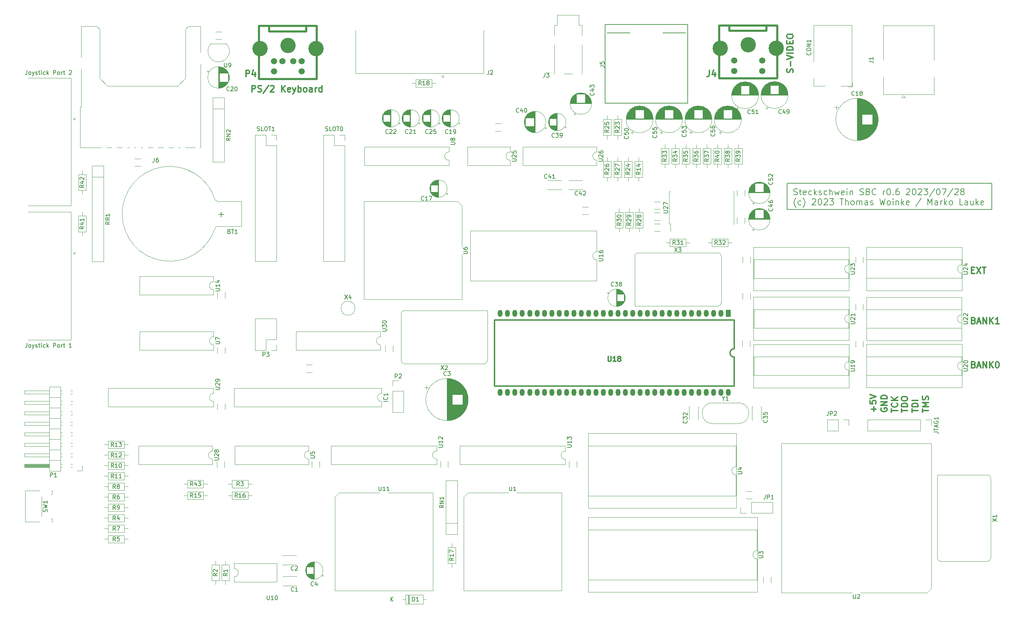
<source format=gbr>
%TF.GenerationSoftware,KiCad,Pcbnew,7.0.6-7.0.6~ubuntu22.04.1*%
%TF.CreationDate,2023-07-30T13:24:19+02:00*%
%TF.ProjectId,sbc,7362632e-6b69-4636-9164-5f7063625858,rev?*%
%TF.SameCoordinates,Original*%
%TF.FileFunction,Legend,Top*%
%TF.FilePolarity,Positive*%
%FSLAX46Y46*%
G04 Gerber Fmt 4.6, Leading zero omitted, Abs format (unit mm)*
G04 Created by KiCad (PCBNEW 7.0.6-7.0.6~ubuntu22.04.1) date 2023-07-30 13:24:19*
%MOMM*%
%LPD*%
G01*
G04 APERTURE LIST*
%ADD10C,0.300000*%
%ADD11C,0.187500*%
%ADD12C,0.200000*%
%ADD13C,0.150000*%
%ADD14C,0.304800*%
%ADD15C,0.120000*%
%ADD16C,0.500380*%
%ADD17C,1.501140*%
%ADD18C,3.700780*%
%ADD19R,1.200000X1.700000*%
%ADD20O,1.200000X1.700000*%
G04 APERTURE END LIST*
D10*
X273255828Y-157266774D02*
X273255828Y-156409632D01*
X274755828Y-156838203D02*
X273255828Y-156838203D01*
X274612971Y-155052489D02*
X274684400Y-155123917D01*
X274684400Y-155123917D02*
X274755828Y-155338203D01*
X274755828Y-155338203D02*
X274755828Y-155481060D01*
X274755828Y-155481060D02*
X274684400Y-155695346D01*
X274684400Y-155695346D02*
X274541542Y-155838203D01*
X274541542Y-155838203D02*
X274398685Y-155909632D01*
X274398685Y-155909632D02*
X274112971Y-155981060D01*
X274112971Y-155981060D02*
X273898685Y-155981060D01*
X273898685Y-155981060D02*
X273612971Y-155909632D01*
X273612971Y-155909632D02*
X273470114Y-155838203D01*
X273470114Y-155838203D02*
X273327257Y-155695346D01*
X273327257Y-155695346D02*
X273255828Y-155481060D01*
X273255828Y-155481060D02*
X273255828Y-155338203D01*
X273255828Y-155338203D02*
X273327257Y-155123917D01*
X273327257Y-155123917D02*
X273398685Y-155052489D01*
X274755828Y-154409632D02*
X273255828Y-154409632D01*
X274755828Y-153552489D02*
X273898685Y-154195346D01*
X273255828Y-153552489D02*
X274112971Y-154409632D01*
X275668828Y-157266774D02*
X275668828Y-156409632D01*
X277168828Y-156838203D02*
X275668828Y-156838203D01*
X277168828Y-155909632D02*
X275668828Y-155909632D01*
X275668828Y-155909632D02*
X275668828Y-155552489D01*
X275668828Y-155552489D02*
X275740257Y-155338203D01*
X275740257Y-155338203D02*
X275883114Y-155195346D01*
X275883114Y-155195346D02*
X276025971Y-155123917D01*
X276025971Y-155123917D02*
X276311685Y-155052489D01*
X276311685Y-155052489D02*
X276525971Y-155052489D01*
X276525971Y-155052489D02*
X276811685Y-155123917D01*
X276811685Y-155123917D02*
X276954542Y-155195346D01*
X276954542Y-155195346D02*
X277097400Y-155338203D01*
X277097400Y-155338203D02*
X277168828Y-155552489D01*
X277168828Y-155552489D02*
X277168828Y-155909632D01*
X275668828Y-154123917D02*
X275668828Y-153838203D01*
X275668828Y-153838203D02*
X275740257Y-153695346D01*
X275740257Y-153695346D02*
X275883114Y-153552489D01*
X275883114Y-153552489D02*
X276168828Y-153481060D01*
X276168828Y-153481060D02*
X276668828Y-153481060D01*
X276668828Y-153481060D02*
X276954542Y-153552489D01*
X276954542Y-153552489D02*
X277097400Y-153695346D01*
X277097400Y-153695346D02*
X277168828Y-153838203D01*
X277168828Y-153838203D02*
X277168828Y-154123917D01*
X277168828Y-154123917D02*
X277097400Y-154266775D01*
X277097400Y-154266775D02*
X276954542Y-154409632D01*
X276954542Y-154409632D02*
X276668828Y-154481060D01*
X276668828Y-154481060D02*
X276168828Y-154481060D01*
X276168828Y-154481060D02*
X275883114Y-154409632D01*
X275883114Y-154409632D02*
X275740257Y-154266775D01*
X275740257Y-154266775D02*
X275668828Y-154123917D01*
X293154510Y-145700114D02*
X293368796Y-145771542D01*
X293368796Y-145771542D02*
X293440225Y-145842971D01*
X293440225Y-145842971D02*
X293511653Y-145985828D01*
X293511653Y-145985828D02*
X293511653Y-146200114D01*
X293511653Y-146200114D02*
X293440225Y-146342971D01*
X293440225Y-146342971D02*
X293368796Y-146414400D01*
X293368796Y-146414400D02*
X293225939Y-146485828D01*
X293225939Y-146485828D02*
X292654510Y-146485828D01*
X292654510Y-146485828D02*
X292654510Y-144985828D01*
X292654510Y-144985828D02*
X293154510Y-144985828D01*
X293154510Y-144985828D02*
X293297368Y-145057257D01*
X293297368Y-145057257D02*
X293368796Y-145128685D01*
X293368796Y-145128685D02*
X293440225Y-145271542D01*
X293440225Y-145271542D02*
X293440225Y-145414400D01*
X293440225Y-145414400D02*
X293368796Y-145557257D01*
X293368796Y-145557257D02*
X293297368Y-145628685D01*
X293297368Y-145628685D02*
X293154510Y-145700114D01*
X293154510Y-145700114D02*
X292654510Y-145700114D01*
X294083082Y-146057257D02*
X294797368Y-146057257D01*
X293940225Y-146485828D02*
X294440225Y-144985828D01*
X294440225Y-144985828D02*
X294940225Y-146485828D01*
X295440224Y-146485828D02*
X295440224Y-144985828D01*
X295440224Y-144985828D02*
X296297367Y-146485828D01*
X296297367Y-146485828D02*
X296297367Y-144985828D01*
X297011653Y-146485828D02*
X297011653Y-144985828D01*
X297868796Y-146485828D02*
X297225939Y-145628685D01*
X297868796Y-144985828D02*
X297011653Y-145842971D01*
X298797368Y-144985828D02*
X298940225Y-144985828D01*
X298940225Y-144985828D02*
X299083082Y-145057257D01*
X299083082Y-145057257D02*
X299154511Y-145128685D01*
X299154511Y-145128685D02*
X299225939Y-145271542D01*
X299225939Y-145271542D02*
X299297368Y-145557257D01*
X299297368Y-145557257D02*
X299297368Y-145914400D01*
X299297368Y-145914400D02*
X299225939Y-146200114D01*
X299225939Y-146200114D02*
X299154511Y-146342971D01*
X299154511Y-146342971D02*
X299083082Y-146414400D01*
X299083082Y-146414400D02*
X298940225Y-146485828D01*
X298940225Y-146485828D02*
X298797368Y-146485828D01*
X298797368Y-146485828D02*
X298654511Y-146414400D01*
X298654511Y-146414400D02*
X298583082Y-146342971D01*
X298583082Y-146342971D02*
X298511653Y-146200114D01*
X298511653Y-146200114D02*
X298440225Y-145914400D01*
X298440225Y-145914400D02*
X298440225Y-145557257D01*
X298440225Y-145557257D02*
X298511653Y-145271542D01*
X298511653Y-145271542D02*
X298583082Y-145128685D01*
X298583082Y-145128685D02*
X298654511Y-145057257D01*
X298654511Y-145057257D02*
X298797368Y-144985828D01*
X280748828Y-157266774D02*
X280748828Y-156409632D01*
X282248828Y-156838203D02*
X280748828Y-156838203D01*
X282248828Y-155909632D02*
X280748828Y-155909632D01*
X280748828Y-155909632D02*
X281820257Y-155409632D01*
X281820257Y-155409632D02*
X280748828Y-154909632D01*
X280748828Y-154909632D02*
X282248828Y-154909632D01*
X282177400Y-154266774D02*
X282248828Y-154052489D01*
X282248828Y-154052489D02*
X282248828Y-153695346D01*
X282248828Y-153695346D02*
X282177400Y-153552489D01*
X282177400Y-153552489D02*
X282105971Y-153481060D01*
X282105971Y-153481060D02*
X281963114Y-153409631D01*
X281963114Y-153409631D02*
X281820257Y-153409631D01*
X281820257Y-153409631D02*
X281677400Y-153481060D01*
X281677400Y-153481060D02*
X281605971Y-153552489D01*
X281605971Y-153552489D02*
X281534542Y-153695346D01*
X281534542Y-153695346D02*
X281463114Y-153981060D01*
X281463114Y-153981060D02*
X281391685Y-154123917D01*
X281391685Y-154123917D02*
X281320257Y-154195346D01*
X281320257Y-154195346D02*
X281177400Y-154266774D01*
X281177400Y-154266774D02*
X281034542Y-154266774D01*
X281034542Y-154266774D02*
X280891685Y-154195346D01*
X280891685Y-154195346D02*
X280820257Y-154123917D01*
X280820257Y-154123917D02*
X280748828Y-153981060D01*
X280748828Y-153981060D02*
X280748828Y-153623917D01*
X280748828Y-153623917D02*
X280820257Y-153409631D01*
X278208828Y-157266774D02*
X278208828Y-156409632D01*
X279708828Y-156838203D02*
X278208828Y-156838203D01*
X279708828Y-155909632D02*
X278208828Y-155909632D01*
X278208828Y-155909632D02*
X278208828Y-155552489D01*
X278208828Y-155552489D02*
X278280257Y-155338203D01*
X278280257Y-155338203D02*
X278423114Y-155195346D01*
X278423114Y-155195346D02*
X278565971Y-155123917D01*
X278565971Y-155123917D02*
X278851685Y-155052489D01*
X278851685Y-155052489D02*
X279065971Y-155052489D01*
X279065971Y-155052489D02*
X279351685Y-155123917D01*
X279351685Y-155123917D02*
X279494542Y-155195346D01*
X279494542Y-155195346D02*
X279637400Y-155338203D01*
X279637400Y-155338203D02*
X279708828Y-155552489D01*
X279708828Y-155552489D02*
X279708828Y-155909632D01*
X279708828Y-154409632D02*
X278208828Y-154409632D01*
X268977400Y-157052489D02*
X268977400Y-155909632D01*
X269548828Y-156481060D02*
X268405971Y-156481060D01*
X268048828Y-154481060D02*
X268048828Y-155195346D01*
X268048828Y-155195346D02*
X268763114Y-155266774D01*
X268763114Y-155266774D02*
X268691685Y-155195346D01*
X268691685Y-155195346D02*
X268620257Y-155052489D01*
X268620257Y-155052489D02*
X268620257Y-154695346D01*
X268620257Y-154695346D02*
X268691685Y-154552489D01*
X268691685Y-154552489D02*
X268763114Y-154481060D01*
X268763114Y-154481060D02*
X268905971Y-154409631D01*
X268905971Y-154409631D02*
X269263114Y-154409631D01*
X269263114Y-154409631D02*
X269405971Y-154481060D01*
X269405971Y-154481060D02*
X269477400Y-154552489D01*
X269477400Y-154552489D02*
X269548828Y-154695346D01*
X269548828Y-154695346D02*
X269548828Y-155052489D01*
X269548828Y-155052489D02*
X269477400Y-155195346D01*
X269477400Y-155195346D02*
X269405971Y-155266774D01*
X268048828Y-153981060D02*
X269548828Y-153481060D01*
X269548828Y-153481060D02*
X268048828Y-152981060D01*
X293154510Y-135030114D02*
X293368796Y-135101542D01*
X293368796Y-135101542D02*
X293440225Y-135172971D01*
X293440225Y-135172971D02*
X293511653Y-135315828D01*
X293511653Y-135315828D02*
X293511653Y-135530114D01*
X293511653Y-135530114D02*
X293440225Y-135672971D01*
X293440225Y-135672971D02*
X293368796Y-135744400D01*
X293368796Y-135744400D02*
X293225939Y-135815828D01*
X293225939Y-135815828D02*
X292654510Y-135815828D01*
X292654510Y-135815828D02*
X292654510Y-134315828D01*
X292654510Y-134315828D02*
X293154510Y-134315828D01*
X293154510Y-134315828D02*
X293297368Y-134387257D01*
X293297368Y-134387257D02*
X293368796Y-134458685D01*
X293368796Y-134458685D02*
X293440225Y-134601542D01*
X293440225Y-134601542D02*
X293440225Y-134744400D01*
X293440225Y-134744400D02*
X293368796Y-134887257D01*
X293368796Y-134887257D02*
X293297368Y-134958685D01*
X293297368Y-134958685D02*
X293154510Y-135030114D01*
X293154510Y-135030114D02*
X292654510Y-135030114D01*
X294083082Y-135387257D02*
X294797368Y-135387257D01*
X293940225Y-135815828D02*
X294440225Y-134315828D01*
X294440225Y-134315828D02*
X294940225Y-135815828D01*
X295440224Y-135815828D02*
X295440224Y-134315828D01*
X295440224Y-134315828D02*
X296297367Y-135815828D01*
X296297367Y-135815828D02*
X296297367Y-134315828D01*
X297011653Y-135815828D02*
X297011653Y-134315828D01*
X297868796Y-135815828D02*
X297225939Y-134958685D01*
X297868796Y-134315828D02*
X297011653Y-135172971D01*
X299297368Y-135815828D02*
X298440225Y-135815828D01*
X298868796Y-135815828D02*
X298868796Y-134315828D01*
X298868796Y-134315828D02*
X298725939Y-134530114D01*
X298725939Y-134530114D02*
X298583082Y-134672971D01*
X298583082Y-134672971D02*
X298440225Y-134744400D01*
X292654510Y-122840114D02*
X293154510Y-122840114D01*
X293368796Y-123625828D02*
X292654510Y-123625828D01*
X292654510Y-123625828D02*
X292654510Y-122125828D01*
X292654510Y-122125828D02*
X293368796Y-122125828D01*
X293868796Y-122125828D02*
X294868796Y-123625828D01*
X294868796Y-122125828D02*
X293868796Y-123625828D01*
X295225939Y-122125828D02*
X296083082Y-122125828D01*
X295654510Y-123625828D02*
X295654510Y-122125828D01*
X270787257Y-156266774D02*
X270715828Y-156409632D01*
X270715828Y-156409632D02*
X270715828Y-156623917D01*
X270715828Y-156623917D02*
X270787257Y-156838203D01*
X270787257Y-156838203D02*
X270930114Y-156981060D01*
X270930114Y-156981060D02*
X271072971Y-157052489D01*
X271072971Y-157052489D02*
X271358685Y-157123917D01*
X271358685Y-157123917D02*
X271572971Y-157123917D01*
X271572971Y-157123917D02*
X271858685Y-157052489D01*
X271858685Y-157052489D02*
X272001542Y-156981060D01*
X272001542Y-156981060D02*
X272144400Y-156838203D01*
X272144400Y-156838203D02*
X272215828Y-156623917D01*
X272215828Y-156623917D02*
X272215828Y-156481060D01*
X272215828Y-156481060D02*
X272144400Y-156266774D01*
X272144400Y-156266774D02*
X272072971Y-156195346D01*
X272072971Y-156195346D02*
X271572971Y-156195346D01*
X271572971Y-156195346D02*
X271572971Y-156481060D01*
X272215828Y-155552489D02*
X270715828Y-155552489D01*
X270715828Y-155552489D02*
X272215828Y-154695346D01*
X272215828Y-154695346D02*
X270715828Y-154695346D01*
X272215828Y-153981060D02*
X270715828Y-153981060D01*
X270715828Y-153981060D02*
X270715828Y-153623917D01*
X270715828Y-153623917D02*
X270787257Y-153409631D01*
X270787257Y-153409631D02*
X270930114Y-153266774D01*
X270930114Y-153266774D02*
X271072971Y-153195345D01*
X271072971Y-153195345D02*
X271358685Y-153123917D01*
X271358685Y-153123917D02*
X271572971Y-153123917D01*
X271572971Y-153123917D02*
X271858685Y-153195345D01*
X271858685Y-153195345D02*
X272001542Y-153266774D01*
X272001542Y-153266774D02*
X272144400Y-153409631D01*
X272144400Y-153409631D02*
X272215828Y-153623917D01*
X272215828Y-153623917D02*
X272215828Y-153981060D01*
D11*
X249665069Y-104569250D02*
X249879355Y-104640678D01*
X249879355Y-104640678D02*
X250236497Y-104640678D01*
X250236497Y-104640678D02*
X250379355Y-104569250D01*
X250379355Y-104569250D02*
X250450783Y-104497821D01*
X250450783Y-104497821D02*
X250522212Y-104354964D01*
X250522212Y-104354964D02*
X250522212Y-104212107D01*
X250522212Y-104212107D02*
X250450783Y-104069250D01*
X250450783Y-104069250D02*
X250379355Y-103997821D01*
X250379355Y-103997821D02*
X250236497Y-103926392D01*
X250236497Y-103926392D02*
X249950783Y-103854964D01*
X249950783Y-103854964D02*
X249807926Y-103783535D01*
X249807926Y-103783535D02*
X249736497Y-103712107D01*
X249736497Y-103712107D02*
X249665069Y-103569250D01*
X249665069Y-103569250D02*
X249665069Y-103426392D01*
X249665069Y-103426392D02*
X249736497Y-103283535D01*
X249736497Y-103283535D02*
X249807926Y-103212107D01*
X249807926Y-103212107D02*
X249950783Y-103140678D01*
X249950783Y-103140678D02*
X250307926Y-103140678D01*
X250307926Y-103140678D02*
X250522212Y-103212107D01*
X250950783Y-103640678D02*
X251522211Y-103640678D01*
X251165068Y-103140678D02*
X251165068Y-104426392D01*
X251165068Y-104426392D02*
X251236497Y-104569250D01*
X251236497Y-104569250D02*
X251379354Y-104640678D01*
X251379354Y-104640678D02*
X251522211Y-104640678D01*
X252593640Y-104569250D02*
X252450783Y-104640678D01*
X252450783Y-104640678D02*
X252165069Y-104640678D01*
X252165069Y-104640678D02*
X252022211Y-104569250D01*
X252022211Y-104569250D02*
X251950783Y-104426392D01*
X251950783Y-104426392D02*
X251950783Y-103854964D01*
X251950783Y-103854964D02*
X252022211Y-103712107D01*
X252022211Y-103712107D02*
X252165069Y-103640678D01*
X252165069Y-103640678D02*
X252450783Y-103640678D01*
X252450783Y-103640678D02*
X252593640Y-103712107D01*
X252593640Y-103712107D02*
X252665069Y-103854964D01*
X252665069Y-103854964D02*
X252665069Y-103997821D01*
X252665069Y-103997821D02*
X251950783Y-104140678D01*
X253950783Y-104569250D02*
X253807925Y-104640678D01*
X253807925Y-104640678D02*
X253522211Y-104640678D01*
X253522211Y-104640678D02*
X253379354Y-104569250D01*
X253379354Y-104569250D02*
X253307925Y-104497821D01*
X253307925Y-104497821D02*
X253236497Y-104354964D01*
X253236497Y-104354964D02*
X253236497Y-103926392D01*
X253236497Y-103926392D02*
X253307925Y-103783535D01*
X253307925Y-103783535D02*
X253379354Y-103712107D01*
X253379354Y-103712107D02*
X253522211Y-103640678D01*
X253522211Y-103640678D02*
X253807925Y-103640678D01*
X253807925Y-103640678D02*
X253950783Y-103712107D01*
X254593639Y-104640678D02*
X254593639Y-103140678D01*
X254736497Y-104069250D02*
X255165068Y-104640678D01*
X255165068Y-103640678D02*
X254593639Y-104212107D01*
X255736497Y-104569250D02*
X255879354Y-104640678D01*
X255879354Y-104640678D02*
X256165068Y-104640678D01*
X256165068Y-104640678D02*
X256307925Y-104569250D01*
X256307925Y-104569250D02*
X256379354Y-104426392D01*
X256379354Y-104426392D02*
X256379354Y-104354964D01*
X256379354Y-104354964D02*
X256307925Y-104212107D01*
X256307925Y-104212107D02*
X256165068Y-104140678D01*
X256165068Y-104140678D02*
X255950783Y-104140678D01*
X255950783Y-104140678D02*
X255807925Y-104069250D01*
X255807925Y-104069250D02*
X255736497Y-103926392D01*
X255736497Y-103926392D02*
X255736497Y-103854964D01*
X255736497Y-103854964D02*
X255807925Y-103712107D01*
X255807925Y-103712107D02*
X255950783Y-103640678D01*
X255950783Y-103640678D02*
X256165068Y-103640678D01*
X256165068Y-103640678D02*
X256307925Y-103712107D01*
X257665069Y-104569250D02*
X257522211Y-104640678D01*
X257522211Y-104640678D02*
X257236497Y-104640678D01*
X257236497Y-104640678D02*
X257093640Y-104569250D01*
X257093640Y-104569250D02*
X257022211Y-104497821D01*
X257022211Y-104497821D02*
X256950783Y-104354964D01*
X256950783Y-104354964D02*
X256950783Y-103926392D01*
X256950783Y-103926392D02*
X257022211Y-103783535D01*
X257022211Y-103783535D02*
X257093640Y-103712107D01*
X257093640Y-103712107D02*
X257236497Y-103640678D01*
X257236497Y-103640678D02*
X257522211Y-103640678D01*
X257522211Y-103640678D02*
X257665069Y-103712107D01*
X258307925Y-104640678D02*
X258307925Y-103140678D01*
X258950783Y-104640678D02*
X258950783Y-103854964D01*
X258950783Y-103854964D02*
X258879354Y-103712107D01*
X258879354Y-103712107D02*
X258736497Y-103640678D01*
X258736497Y-103640678D02*
X258522211Y-103640678D01*
X258522211Y-103640678D02*
X258379354Y-103712107D01*
X258379354Y-103712107D02*
X258307925Y-103783535D01*
X259522211Y-103640678D02*
X259807926Y-104640678D01*
X259807926Y-104640678D02*
X260093640Y-103926392D01*
X260093640Y-103926392D02*
X260379354Y-104640678D01*
X260379354Y-104640678D02*
X260665068Y-103640678D01*
X261807926Y-104569250D02*
X261665069Y-104640678D01*
X261665069Y-104640678D02*
X261379355Y-104640678D01*
X261379355Y-104640678D02*
X261236497Y-104569250D01*
X261236497Y-104569250D02*
X261165069Y-104426392D01*
X261165069Y-104426392D02*
X261165069Y-103854964D01*
X261165069Y-103854964D02*
X261236497Y-103712107D01*
X261236497Y-103712107D02*
X261379355Y-103640678D01*
X261379355Y-103640678D02*
X261665069Y-103640678D01*
X261665069Y-103640678D02*
X261807926Y-103712107D01*
X261807926Y-103712107D02*
X261879355Y-103854964D01*
X261879355Y-103854964D02*
X261879355Y-103997821D01*
X261879355Y-103997821D02*
X261165069Y-104140678D01*
X262522211Y-104640678D02*
X262522211Y-103640678D01*
X262522211Y-103140678D02*
X262450783Y-103212107D01*
X262450783Y-103212107D02*
X262522211Y-103283535D01*
X262522211Y-103283535D02*
X262593640Y-103212107D01*
X262593640Y-103212107D02*
X262522211Y-103140678D01*
X262522211Y-103140678D02*
X262522211Y-103283535D01*
X263236497Y-103640678D02*
X263236497Y-104640678D01*
X263236497Y-103783535D02*
X263307926Y-103712107D01*
X263307926Y-103712107D02*
X263450783Y-103640678D01*
X263450783Y-103640678D02*
X263665069Y-103640678D01*
X263665069Y-103640678D02*
X263807926Y-103712107D01*
X263807926Y-103712107D02*
X263879355Y-103854964D01*
X263879355Y-103854964D02*
X263879355Y-104640678D01*
X265665069Y-104569250D02*
X265879355Y-104640678D01*
X265879355Y-104640678D02*
X266236497Y-104640678D01*
X266236497Y-104640678D02*
X266379355Y-104569250D01*
X266379355Y-104569250D02*
X266450783Y-104497821D01*
X266450783Y-104497821D02*
X266522212Y-104354964D01*
X266522212Y-104354964D02*
X266522212Y-104212107D01*
X266522212Y-104212107D02*
X266450783Y-104069250D01*
X266450783Y-104069250D02*
X266379355Y-103997821D01*
X266379355Y-103997821D02*
X266236497Y-103926392D01*
X266236497Y-103926392D02*
X265950783Y-103854964D01*
X265950783Y-103854964D02*
X265807926Y-103783535D01*
X265807926Y-103783535D02*
X265736497Y-103712107D01*
X265736497Y-103712107D02*
X265665069Y-103569250D01*
X265665069Y-103569250D02*
X265665069Y-103426392D01*
X265665069Y-103426392D02*
X265736497Y-103283535D01*
X265736497Y-103283535D02*
X265807926Y-103212107D01*
X265807926Y-103212107D02*
X265950783Y-103140678D01*
X265950783Y-103140678D02*
X266307926Y-103140678D01*
X266307926Y-103140678D02*
X266522212Y-103212107D01*
X267665068Y-103854964D02*
X267879354Y-103926392D01*
X267879354Y-103926392D02*
X267950783Y-103997821D01*
X267950783Y-103997821D02*
X268022211Y-104140678D01*
X268022211Y-104140678D02*
X268022211Y-104354964D01*
X268022211Y-104354964D02*
X267950783Y-104497821D01*
X267950783Y-104497821D02*
X267879354Y-104569250D01*
X267879354Y-104569250D02*
X267736497Y-104640678D01*
X267736497Y-104640678D02*
X267165068Y-104640678D01*
X267165068Y-104640678D02*
X267165068Y-103140678D01*
X267165068Y-103140678D02*
X267665068Y-103140678D01*
X267665068Y-103140678D02*
X267807926Y-103212107D01*
X267807926Y-103212107D02*
X267879354Y-103283535D01*
X267879354Y-103283535D02*
X267950783Y-103426392D01*
X267950783Y-103426392D02*
X267950783Y-103569250D01*
X267950783Y-103569250D02*
X267879354Y-103712107D01*
X267879354Y-103712107D02*
X267807926Y-103783535D01*
X267807926Y-103783535D02*
X267665068Y-103854964D01*
X267665068Y-103854964D02*
X267165068Y-103854964D01*
X269522211Y-104497821D02*
X269450783Y-104569250D01*
X269450783Y-104569250D02*
X269236497Y-104640678D01*
X269236497Y-104640678D02*
X269093640Y-104640678D01*
X269093640Y-104640678D02*
X268879354Y-104569250D01*
X268879354Y-104569250D02*
X268736497Y-104426392D01*
X268736497Y-104426392D02*
X268665068Y-104283535D01*
X268665068Y-104283535D02*
X268593640Y-103997821D01*
X268593640Y-103997821D02*
X268593640Y-103783535D01*
X268593640Y-103783535D02*
X268665068Y-103497821D01*
X268665068Y-103497821D02*
X268736497Y-103354964D01*
X268736497Y-103354964D02*
X268879354Y-103212107D01*
X268879354Y-103212107D02*
X269093640Y-103140678D01*
X269093640Y-103140678D02*
X269236497Y-103140678D01*
X269236497Y-103140678D02*
X269450783Y-103212107D01*
X269450783Y-103212107D02*
X269522211Y-103283535D01*
X271307925Y-104640678D02*
X271307925Y-103640678D01*
X271307925Y-103926392D02*
X271379354Y-103783535D01*
X271379354Y-103783535D02*
X271450783Y-103712107D01*
X271450783Y-103712107D02*
X271593640Y-103640678D01*
X271593640Y-103640678D02*
X271736497Y-103640678D01*
X272522211Y-103140678D02*
X272665068Y-103140678D01*
X272665068Y-103140678D02*
X272807925Y-103212107D01*
X272807925Y-103212107D02*
X272879354Y-103283535D01*
X272879354Y-103283535D02*
X272950782Y-103426392D01*
X272950782Y-103426392D02*
X273022211Y-103712107D01*
X273022211Y-103712107D02*
X273022211Y-104069250D01*
X273022211Y-104069250D02*
X272950782Y-104354964D01*
X272950782Y-104354964D02*
X272879354Y-104497821D01*
X272879354Y-104497821D02*
X272807925Y-104569250D01*
X272807925Y-104569250D02*
X272665068Y-104640678D01*
X272665068Y-104640678D02*
X272522211Y-104640678D01*
X272522211Y-104640678D02*
X272379354Y-104569250D01*
X272379354Y-104569250D02*
X272307925Y-104497821D01*
X272307925Y-104497821D02*
X272236496Y-104354964D01*
X272236496Y-104354964D02*
X272165068Y-104069250D01*
X272165068Y-104069250D02*
X272165068Y-103712107D01*
X272165068Y-103712107D02*
X272236496Y-103426392D01*
X272236496Y-103426392D02*
X272307925Y-103283535D01*
X272307925Y-103283535D02*
X272379354Y-103212107D01*
X272379354Y-103212107D02*
X272522211Y-103140678D01*
X273665067Y-104497821D02*
X273736496Y-104569250D01*
X273736496Y-104569250D02*
X273665067Y-104640678D01*
X273665067Y-104640678D02*
X273593639Y-104569250D01*
X273593639Y-104569250D02*
X273665067Y-104497821D01*
X273665067Y-104497821D02*
X273665067Y-104640678D01*
X275022211Y-103140678D02*
X274736496Y-103140678D01*
X274736496Y-103140678D02*
X274593639Y-103212107D01*
X274593639Y-103212107D02*
X274522211Y-103283535D01*
X274522211Y-103283535D02*
X274379353Y-103497821D01*
X274379353Y-103497821D02*
X274307925Y-103783535D01*
X274307925Y-103783535D02*
X274307925Y-104354964D01*
X274307925Y-104354964D02*
X274379353Y-104497821D01*
X274379353Y-104497821D02*
X274450782Y-104569250D01*
X274450782Y-104569250D02*
X274593639Y-104640678D01*
X274593639Y-104640678D02*
X274879353Y-104640678D01*
X274879353Y-104640678D02*
X275022211Y-104569250D01*
X275022211Y-104569250D02*
X275093639Y-104497821D01*
X275093639Y-104497821D02*
X275165068Y-104354964D01*
X275165068Y-104354964D02*
X275165068Y-103997821D01*
X275165068Y-103997821D02*
X275093639Y-103854964D01*
X275093639Y-103854964D02*
X275022211Y-103783535D01*
X275022211Y-103783535D02*
X274879353Y-103712107D01*
X274879353Y-103712107D02*
X274593639Y-103712107D01*
X274593639Y-103712107D02*
X274450782Y-103783535D01*
X274450782Y-103783535D02*
X274379353Y-103854964D01*
X274379353Y-103854964D02*
X274307925Y-103997821D01*
X276879353Y-103283535D02*
X276950781Y-103212107D01*
X276950781Y-103212107D02*
X277093639Y-103140678D01*
X277093639Y-103140678D02*
X277450781Y-103140678D01*
X277450781Y-103140678D02*
X277593639Y-103212107D01*
X277593639Y-103212107D02*
X277665067Y-103283535D01*
X277665067Y-103283535D02*
X277736496Y-103426392D01*
X277736496Y-103426392D02*
X277736496Y-103569250D01*
X277736496Y-103569250D02*
X277665067Y-103783535D01*
X277665067Y-103783535D02*
X276807924Y-104640678D01*
X276807924Y-104640678D02*
X277736496Y-104640678D01*
X278665067Y-103140678D02*
X278807924Y-103140678D01*
X278807924Y-103140678D02*
X278950781Y-103212107D01*
X278950781Y-103212107D02*
X279022210Y-103283535D01*
X279022210Y-103283535D02*
X279093638Y-103426392D01*
X279093638Y-103426392D02*
X279165067Y-103712107D01*
X279165067Y-103712107D02*
X279165067Y-104069250D01*
X279165067Y-104069250D02*
X279093638Y-104354964D01*
X279093638Y-104354964D02*
X279022210Y-104497821D01*
X279022210Y-104497821D02*
X278950781Y-104569250D01*
X278950781Y-104569250D02*
X278807924Y-104640678D01*
X278807924Y-104640678D02*
X278665067Y-104640678D01*
X278665067Y-104640678D02*
X278522210Y-104569250D01*
X278522210Y-104569250D02*
X278450781Y-104497821D01*
X278450781Y-104497821D02*
X278379352Y-104354964D01*
X278379352Y-104354964D02*
X278307924Y-104069250D01*
X278307924Y-104069250D02*
X278307924Y-103712107D01*
X278307924Y-103712107D02*
X278379352Y-103426392D01*
X278379352Y-103426392D02*
X278450781Y-103283535D01*
X278450781Y-103283535D02*
X278522210Y-103212107D01*
X278522210Y-103212107D02*
X278665067Y-103140678D01*
X279736495Y-103283535D02*
X279807923Y-103212107D01*
X279807923Y-103212107D02*
X279950781Y-103140678D01*
X279950781Y-103140678D02*
X280307923Y-103140678D01*
X280307923Y-103140678D02*
X280450781Y-103212107D01*
X280450781Y-103212107D02*
X280522209Y-103283535D01*
X280522209Y-103283535D02*
X280593638Y-103426392D01*
X280593638Y-103426392D02*
X280593638Y-103569250D01*
X280593638Y-103569250D02*
X280522209Y-103783535D01*
X280522209Y-103783535D02*
X279665066Y-104640678D01*
X279665066Y-104640678D02*
X280593638Y-104640678D01*
X281093637Y-103140678D02*
X282022209Y-103140678D01*
X282022209Y-103140678D02*
X281522209Y-103712107D01*
X281522209Y-103712107D02*
X281736494Y-103712107D01*
X281736494Y-103712107D02*
X281879352Y-103783535D01*
X281879352Y-103783535D02*
X281950780Y-103854964D01*
X281950780Y-103854964D02*
X282022209Y-103997821D01*
X282022209Y-103997821D02*
X282022209Y-104354964D01*
X282022209Y-104354964D02*
X281950780Y-104497821D01*
X281950780Y-104497821D02*
X281879352Y-104569250D01*
X281879352Y-104569250D02*
X281736494Y-104640678D01*
X281736494Y-104640678D02*
X281307923Y-104640678D01*
X281307923Y-104640678D02*
X281165066Y-104569250D01*
X281165066Y-104569250D02*
X281093637Y-104497821D01*
X283736494Y-103069250D02*
X282450780Y-104997821D01*
X284522209Y-103140678D02*
X284665066Y-103140678D01*
X284665066Y-103140678D02*
X284807923Y-103212107D01*
X284807923Y-103212107D02*
X284879352Y-103283535D01*
X284879352Y-103283535D02*
X284950780Y-103426392D01*
X284950780Y-103426392D02*
X285022209Y-103712107D01*
X285022209Y-103712107D02*
X285022209Y-104069250D01*
X285022209Y-104069250D02*
X284950780Y-104354964D01*
X284950780Y-104354964D02*
X284879352Y-104497821D01*
X284879352Y-104497821D02*
X284807923Y-104569250D01*
X284807923Y-104569250D02*
X284665066Y-104640678D01*
X284665066Y-104640678D02*
X284522209Y-104640678D01*
X284522209Y-104640678D02*
X284379352Y-104569250D01*
X284379352Y-104569250D02*
X284307923Y-104497821D01*
X284307923Y-104497821D02*
X284236494Y-104354964D01*
X284236494Y-104354964D02*
X284165066Y-104069250D01*
X284165066Y-104069250D02*
X284165066Y-103712107D01*
X284165066Y-103712107D02*
X284236494Y-103426392D01*
X284236494Y-103426392D02*
X284307923Y-103283535D01*
X284307923Y-103283535D02*
X284379352Y-103212107D01*
X284379352Y-103212107D02*
X284522209Y-103140678D01*
X285522208Y-103140678D02*
X286522208Y-103140678D01*
X286522208Y-103140678D02*
X285879351Y-104640678D01*
X288165065Y-103069250D02*
X286879351Y-104997821D01*
X288593637Y-103283535D02*
X288665065Y-103212107D01*
X288665065Y-103212107D02*
X288807923Y-103140678D01*
X288807923Y-103140678D02*
X289165065Y-103140678D01*
X289165065Y-103140678D02*
X289307923Y-103212107D01*
X289307923Y-103212107D02*
X289379351Y-103283535D01*
X289379351Y-103283535D02*
X289450780Y-103426392D01*
X289450780Y-103426392D02*
X289450780Y-103569250D01*
X289450780Y-103569250D02*
X289379351Y-103783535D01*
X289379351Y-103783535D02*
X288522208Y-104640678D01*
X288522208Y-104640678D02*
X289450780Y-104640678D01*
X290307922Y-103783535D02*
X290165065Y-103712107D01*
X290165065Y-103712107D02*
X290093636Y-103640678D01*
X290093636Y-103640678D02*
X290022208Y-103497821D01*
X290022208Y-103497821D02*
X290022208Y-103426392D01*
X290022208Y-103426392D02*
X290093636Y-103283535D01*
X290093636Y-103283535D02*
X290165065Y-103212107D01*
X290165065Y-103212107D02*
X290307922Y-103140678D01*
X290307922Y-103140678D02*
X290593636Y-103140678D01*
X290593636Y-103140678D02*
X290736494Y-103212107D01*
X290736494Y-103212107D02*
X290807922Y-103283535D01*
X290807922Y-103283535D02*
X290879351Y-103426392D01*
X290879351Y-103426392D02*
X290879351Y-103497821D01*
X290879351Y-103497821D02*
X290807922Y-103640678D01*
X290807922Y-103640678D02*
X290736494Y-103712107D01*
X290736494Y-103712107D02*
X290593636Y-103783535D01*
X290593636Y-103783535D02*
X290307922Y-103783535D01*
X290307922Y-103783535D02*
X290165065Y-103854964D01*
X290165065Y-103854964D02*
X290093636Y-103926392D01*
X290093636Y-103926392D02*
X290022208Y-104069250D01*
X290022208Y-104069250D02*
X290022208Y-104354964D01*
X290022208Y-104354964D02*
X290093636Y-104497821D01*
X290093636Y-104497821D02*
X290165065Y-104569250D01*
X290165065Y-104569250D02*
X290307922Y-104640678D01*
X290307922Y-104640678D02*
X290593636Y-104640678D01*
X290593636Y-104640678D02*
X290736494Y-104569250D01*
X290736494Y-104569250D02*
X290807922Y-104497821D01*
X290807922Y-104497821D02*
X290879351Y-104354964D01*
X290879351Y-104354964D02*
X290879351Y-104069250D01*
X290879351Y-104069250D02*
X290807922Y-103926392D01*
X290807922Y-103926392D02*
X290736494Y-103854964D01*
X290736494Y-103854964D02*
X290593636Y-103783535D01*
X250165069Y-107627107D02*
X250093640Y-107555678D01*
X250093640Y-107555678D02*
X249950783Y-107341392D01*
X249950783Y-107341392D02*
X249879355Y-107198535D01*
X249879355Y-107198535D02*
X249807926Y-106984250D01*
X249807926Y-106984250D02*
X249736497Y-106627107D01*
X249736497Y-106627107D02*
X249736497Y-106341392D01*
X249736497Y-106341392D02*
X249807926Y-105984250D01*
X249807926Y-105984250D02*
X249879355Y-105769964D01*
X249879355Y-105769964D02*
X249950783Y-105627107D01*
X249950783Y-105627107D02*
X250093640Y-105412821D01*
X250093640Y-105412821D02*
X250165069Y-105341392D01*
X251379355Y-106984250D02*
X251236497Y-107055678D01*
X251236497Y-107055678D02*
X250950783Y-107055678D01*
X250950783Y-107055678D02*
X250807926Y-106984250D01*
X250807926Y-106984250D02*
X250736497Y-106912821D01*
X250736497Y-106912821D02*
X250665069Y-106769964D01*
X250665069Y-106769964D02*
X250665069Y-106341392D01*
X250665069Y-106341392D02*
X250736497Y-106198535D01*
X250736497Y-106198535D02*
X250807926Y-106127107D01*
X250807926Y-106127107D02*
X250950783Y-106055678D01*
X250950783Y-106055678D02*
X251236497Y-106055678D01*
X251236497Y-106055678D02*
X251379355Y-106127107D01*
X251879354Y-107627107D02*
X251950783Y-107555678D01*
X251950783Y-107555678D02*
X252093640Y-107341392D01*
X252093640Y-107341392D02*
X252165069Y-107198535D01*
X252165069Y-107198535D02*
X252236497Y-106984250D01*
X252236497Y-106984250D02*
X252307926Y-106627107D01*
X252307926Y-106627107D02*
X252307926Y-106341392D01*
X252307926Y-106341392D02*
X252236497Y-105984250D01*
X252236497Y-105984250D02*
X252165069Y-105769964D01*
X252165069Y-105769964D02*
X252093640Y-105627107D01*
X252093640Y-105627107D02*
X251950783Y-105412821D01*
X251950783Y-105412821D02*
X251879354Y-105341392D01*
X254093640Y-105698535D02*
X254165068Y-105627107D01*
X254165068Y-105627107D02*
X254307926Y-105555678D01*
X254307926Y-105555678D02*
X254665068Y-105555678D01*
X254665068Y-105555678D02*
X254807926Y-105627107D01*
X254807926Y-105627107D02*
X254879354Y-105698535D01*
X254879354Y-105698535D02*
X254950783Y-105841392D01*
X254950783Y-105841392D02*
X254950783Y-105984250D01*
X254950783Y-105984250D02*
X254879354Y-106198535D01*
X254879354Y-106198535D02*
X254022211Y-107055678D01*
X254022211Y-107055678D02*
X254950783Y-107055678D01*
X255879354Y-105555678D02*
X256022211Y-105555678D01*
X256022211Y-105555678D02*
X256165068Y-105627107D01*
X256165068Y-105627107D02*
X256236497Y-105698535D01*
X256236497Y-105698535D02*
X256307925Y-105841392D01*
X256307925Y-105841392D02*
X256379354Y-106127107D01*
X256379354Y-106127107D02*
X256379354Y-106484250D01*
X256379354Y-106484250D02*
X256307925Y-106769964D01*
X256307925Y-106769964D02*
X256236497Y-106912821D01*
X256236497Y-106912821D02*
X256165068Y-106984250D01*
X256165068Y-106984250D02*
X256022211Y-107055678D01*
X256022211Y-107055678D02*
X255879354Y-107055678D01*
X255879354Y-107055678D02*
X255736497Y-106984250D01*
X255736497Y-106984250D02*
X255665068Y-106912821D01*
X255665068Y-106912821D02*
X255593639Y-106769964D01*
X255593639Y-106769964D02*
X255522211Y-106484250D01*
X255522211Y-106484250D02*
X255522211Y-106127107D01*
X255522211Y-106127107D02*
X255593639Y-105841392D01*
X255593639Y-105841392D02*
X255665068Y-105698535D01*
X255665068Y-105698535D02*
X255736497Y-105627107D01*
X255736497Y-105627107D02*
X255879354Y-105555678D01*
X256950782Y-105698535D02*
X257022210Y-105627107D01*
X257022210Y-105627107D02*
X257165068Y-105555678D01*
X257165068Y-105555678D02*
X257522210Y-105555678D01*
X257522210Y-105555678D02*
X257665068Y-105627107D01*
X257665068Y-105627107D02*
X257736496Y-105698535D01*
X257736496Y-105698535D02*
X257807925Y-105841392D01*
X257807925Y-105841392D02*
X257807925Y-105984250D01*
X257807925Y-105984250D02*
X257736496Y-106198535D01*
X257736496Y-106198535D02*
X256879353Y-107055678D01*
X256879353Y-107055678D02*
X257807925Y-107055678D01*
X258307924Y-105555678D02*
X259236496Y-105555678D01*
X259236496Y-105555678D02*
X258736496Y-106127107D01*
X258736496Y-106127107D02*
X258950781Y-106127107D01*
X258950781Y-106127107D02*
X259093639Y-106198535D01*
X259093639Y-106198535D02*
X259165067Y-106269964D01*
X259165067Y-106269964D02*
X259236496Y-106412821D01*
X259236496Y-106412821D02*
X259236496Y-106769964D01*
X259236496Y-106769964D02*
X259165067Y-106912821D01*
X259165067Y-106912821D02*
X259093639Y-106984250D01*
X259093639Y-106984250D02*
X258950781Y-107055678D01*
X258950781Y-107055678D02*
X258522210Y-107055678D01*
X258522210Y-107055678D02*
X258379353Y-106984250D01*
X258379353Y-106984250D02*
X258307924Y-106912821D01*
X260807924Y-105555678D02*
X261665067Y-105555678D01*
X261236495Y-107055678D02*
X261236495Y-105555678D01*
X262165066Y-107055678D02*
X262165066Y-105555678D01*
X262807924Y-107055678D02*
X262807924Y-106269964D01*
X262807924Y-106269964D02*
X262736495Y-106127107D01*
X262736495Y-106127107D02*
X262593638Y-106055678D01*
X262593638Y-106055678D02*
X262379352Y-106055678D01*
X262379352Y-106055678D02*
X262236495Y-106127107D01*
X262236495Y-106127107D02*
X262165066Y-106198535D01*
X263736495Y-107055678D02*
X263593638Y-106984250D01*
X263593638Y-106984250D02*
X263522209Y-106912821D01*
X263522209Y-106912821D02*
X263450781Y-106769964D01*
X263450781Y-106769964D02*
X263450781Y-106341392D01*
X263450781Y-106341392D02*
X263522209Y-106198535D01*
X263522209Y-106198535D02*
X263593638Y-106127107D01*
X263593638Y-106127107D02*
X263736495Y-106055678D01*
X263736495Y-106055678D02*
X263950781Y-106055678D01*
X263950781Y-106055678D02*
X264093638Y-106127107D01*
X264093638Y-106127107D02*
X264165067Y-106198535D01*
X264165067Y-106198535D02*
X264236495Y-106341392D01*
X264236495Y-106341392D02*
X264236495Y-106769964D01*
X264236495Y-106769964D02*
X264165067Y-106912821D01*
X264165067Y-106912821D02*
X264093638Y-106984250D01*
X264093638Y-106984250D02*
X263950781Y-107055678D01*
X263950781Y-107055678D02*
X263736495Y-107055678D01*
X264879352Y-107055678D02*
X264879352Y-106055678D01*
X264879352Y-106198535D02*
X264950781Y-106127107D01*
X264950781Y-106127107D02*
X265093638Y-106055678D01*
X265093638Y-106055678D02*
X265307924Y-106055678D01*
X265307924Y-106055678D02*
X265450781Y-106127107D01*
X265450781Y-106127107D02*
X265522210Y-106269964D01*
X265522210Y-106269964D02*
X265522210Y-107055678D01*
X265522210Y-106269964D02*
X265593638Y-106127107D01*
X265593638Y-106127107D02*
X265736495Y-106055678D01*
X265736495Y-106055678D02*
X265950781Y-106055678D01*
X265950781Y-106055678D02*
X266093638Y-106127107D01*
X266093638Y-106127107D02*
X266165067Y-106269964D01*
X266165067Y-106269964D02*
X266165067Y-107055678D01*
X267522210Y-107055678D02*
X267522210Y-106269964D01*
X267522210Y-106269964D02*
X267450781Y-106127107D01*
X267450781Y-106127107D02*
X267307924Y-106055678D01*
X267307924Y-106055678D02*
X267022210Y-106055678D01*
X267022210Y-106055678D02*
X266879352Y-106127107D01*
X267522210Y-106984250D02*
X267379352Y-107055678D01*
X267379352Y-107055678D02*
X267022210Y-107055678D01*
X267022210Y-107055678D02*
X266879352Y-106984250D01*
X266879352Y-106984250D02*
X266807924Y-106841392D01*
X266807924Y-106841392D02*
X266807924Y-106698535D01*
X266807924Y-106698535D02*
X266879352Y-106555678D01*
X266879352Y-106555678D02*
X267022210Y-106484250D01*
X267022210Y-106484250D02*
X267379352Y-106484250D01*
X267379352Y-106484250D02*
X267522210Y-106412821D01*
X268165067Y-106984250D02*
X268307924Y-107055678D01*
X268307924Y-107055678D02*
X268593638Y-107055678D01*
X268593638Y-107055678D02*
X268736495Y-106984250D01*
X268736495Y-106984250D02*
X268807924Y-106841392D01*
X268807924Y-106841392D02*
X268807924Y-106769964D01*
X268807924Y-106769964D02*
X268736495Y-106627107D01*
X268736495Y-106627107D02*
X268593638Y-106555678D01*
X268593638Y-106555678D02*
X268379353Y-106555678D01*
X268379353Y-106555678D02*
X268236495Y-106484250D01*
X268236495Y-106484250D02*
X268165067Y-106341392D01*
X268165067Y-106341392D02*
X268165067Y-106269964D01*
X268165067Y-106269964D02*
X268236495Y-106127107D01*
X268236495Y-106127107D02*
X268379353Y-106055678D01*
X268379353Y-106055678D02*
X268593638Y-106055678D01*
X268593638Y-106055678D02*
X268736495Y-106127107D01*
X270450781Y-105555678D02*
X270807924Y-107055678D01*
X270807924Y-107055678D02*
X271093638Y-105984250D01*
X271093638Y-105984250D02*
X271379353Y-107055678D01*
X271379353Y-107055678D02*
X271736496Y-105555678D01*
X272522210Y-107055678D02*
X272379353Y-106984250D01*
X272379353Y-106984250D02*
X272307924Y-106912821D01*
X272307924Y-106912821D02*
X272236496Y-106769964D01*
X272236496Y-106769964D02*
X272236496Y-106341392D01*
X272236496Y-106341392D02*
X272307924Y-106198535D01*
X272307924Y-106198535D02*
X272379353Y-106127107D01*
X272379353Y-106127107D02*
X272522210Y-106055678D01*
X272522210Y-106055678D02*
X272736496Y-106055678D01*
X272736496Y-106055678D02*
X272879353Y-106127107D01*
X272879353Y-106127107D02*
X272950782Y-106198535D01*
X272950782Y-106198535D02*
X273022210Y-106341392D01*
X273022210Y-106341392D02*
X273022210Y-106769964D01*
X273022210Y-106769964D02*
X272950782Y-106912821D01*
X272950782Y-106912821D02*
X272879353Y-106984250D01*
X272879353Y-106984250D02*
X272736496Y-107055678D01*
X272736496Y-107055678D02*
X272522210Y-107055678D01*
X273665067Y-107055678D02*
X273665067Y-106055678D01*
X273665067Y-105555678D02*
X273593639Y-105627107D01*
X273593639Y-105627107D02*
X273665067Y-105698535D01*
X273665067Y-105698535D02*
X273736496Y-105627107D01*
X273736496Y-105627107D02*
X273665067Y-105555678D01*
X273665067Y-105555678D02*
X273665067Y-105698535D01*
X274379353Y-106055678D02*
X274379353Y-107055678D01*
X274379353Y-106198535D02*
X274450782Y-106127107D01*
X274450782Y-106127107D02*
X274593639Y-106055678D01*
X274593639Y-106055678D02*
X274807925Y-106055678D01*
X274807925Y-106055678D02*
X274950782Y-106127107D01*
X274950782Y-106127107D02*
X275022211Y-106269964D01*
X275022211Y-106269964D02*
X275022211Y-107055678D01*
X275736496Y-107055678D02*
X275736496Y-105555678D01*
X275879354Y-106484250D02*
X276307925Y-107055678D01*
X276307925Y-106055678D02*
X275736496Y-106627107D01*
X277522211Y-106984250D02*
X277379354Y-107055678D01*
X277379354Y-107055678D02*
X277093640Y-107055678D01*
X277093640Y-107055678D02*
X276950782Y-106984250D01*
X276950782Y-106984250D02*
X276879354Y-106841392D01*
X276879354Y-106841392D02*
X276879354Y-106269964D01*
X276879354Y-106269964D02*
X276950782Y-106127107D01*
X276950782Y-106127107D02*
X277093640Y-106055678D01*
X277093640Y-106055678D02*
X277379354Y-106055678D01*
X277379354Y-106055678D02*
X277522211Y-106127107D01*
X277522211Y-106127107D02*
X277593640Y-106269964D01*
X277593640Y-106269964D02*
X277593640Y-106412821D01*
X277593640Y-106412821D02*
X276879354Y-106555678D01*
X280450782Y-105484250D02*
X279165068Y-107412821D01*
X282093639Y-107055678D02*
X282093639Y-105555678D01*
X282093639Y-105555678D02*
X282593639Y-106627107D01*
X282593639Y-106627107D02*
X283093639Y-105555678D01*
X283093639Y-105555678D02*
X283093639Y-107055678D01*
X284450783Y-107055678D02*
X284450783Y-106269964D01*
X284450783Y-106269964D02*
X284379354Y-106127107D01*
X284379354Y-106127107D02*
X284236497Y-106055678D01*
X284236497Y-106055678D02*
X283950783Y-106055678D01*
X283950783Y-106055678D02*
X283807925Y-106127107D01*
X284450783Y-106984250D02*
X284307925Y-107055678D01*
X284307925Y-107055678D02*
X283950783Y-107055678D01*
X283950783Y-107055678D02*
X283807925Y-106984250D01*
X283807925Y-106984250D02*
X283736497Y-106841392D01*
X283736497Y-106841392D02*
X283736497Y-106698535D01*
X283736497Y-106698535D02*
X283807925Y-106555678D01*
X283807925Y-106555678D02*
X283950783Y-106484250D01*
X283950783Y-106484250D02*
X284307925Y-106484250D01*
X284307925Y-106484250D02*
X284450783Y-106412821D01*
X285165068Y-107055678D02*
X285165068Y-106055678D01*
X285165068Y-106341392D02*
X285236497Y-106198535D01*
X285236497Y-106198535D02*
X285307926Y-106127107D01*
X285307926Y-106127107D02*
X285450783Y-106055678D01*
X285450783Y-106055678D02*
X285593640Y-106055678D01*
X286093639Y-107055678D02*
X286093639Y-105555678D01*
X286236497Y-106484250D02*
X286665068Y-107055678D01*
X286665068Y-106055678D02*
X286093639Y-106627107D01*
X287522211Y-107055678D02*
X287379354Y-106984250D01*
X287379354Y-106984250D02*
X287307925Y-106912821D01*
X287307925Y-106912821D02*
X287236497Y-106769964D01*
X287236497Y-106769964D02*
X287236497Y-106341392D01*
X287236497Y-106341392D02*
X287307925Y-106198535D01*
X287307925Y-106198535D02*
X287379354Y-106127107D01*
X287379354Y-106127107D02*
X287522211Y-106055678D01*
X287522211Y-106055678D02*
X287736497Y-106055678D01*
X287736497Y-106055678D02*
X287879354Y-106127107D01*
X287879354Y-106127107D02*
X287950783Y-106198535D01*
X287950783Y-106198535D02*
X288022211Y-106341392D01*
X288022211Y-106341392D02*
X288022211Y-106769964D01*
X288022211Y-106769964D02*
X287950783Y-106912821D01*
X287950783Y-106912821D02*
X287879354Y-106984250D01*
X287879354Y-106984250D02*
X287736497Y-107055678D01*
X287736497Y-107055678D02*
X287522211Y-107055678D01*
X290522211Y-107055678D02*
X289807925Y-107055678D01*
X289807925Y-107055678D02*
X289807925Y-105555678D01*
X291665069Y-107055678D02*
X291665069Y-106269964D01*
X291665069Y-106269964D02*
X291593640Y-106127107D01*
X291593640Y-106127107D02*
X291450783Y-106055678D01*
X291450783Y-106055678D02*
X291165069Y-106055678D01*
X291165069Y-106055678D02*
X291022211Y-106127107D01*
X291665069Y-106984250D02*
X291522211Y-107055678D01*
X291522211Y-107055678D02*
X291165069Y-107055678D01*
X291165069Y-107055678D02*
X291022211Y-106984250D01*
X291022211Y-106984250D02*
X290950783Y-106841392D01*
X290950783Y-106841392D02*
X290950783Y-106698535D01*
X290950783Y-106698535D02*
X291022211Y-106555678D01*
X291022211Y-106555678D02*
X291165069Y-106484250D01*
X291165069Y-106484250D02*
X291522211Y-106484250D01*
X291522211Y-106484250D02*
X291665069Y-106412821D01*
X293022212Y-106055678D02*
X293022212Y-107055678D01*
X292379354Y-106055678D02*
X292379354Y-106841392D01*
X292379354Y-106841392D02*
X292450783Y-106984250D01*
X292450783Y-106984250D02*
X292593640Y-107055678D01*
X292593640Y-107055678D02*
X292807926Y-107055678D01*
X292807926Y-107055678D02*
X292950783Y-106984250D01*
X292950783Y-106984250D02*
X293022212Y-106912821D01*
X293736497Y-107055678D02*
X293736497Y-105555678D01*
X293879355Y-106484250D02*
X294307926Y-107055678D01*
X294307926Y-106055678D02*
X293736497Y-106627107D01*
X295522212Y-106984250D02*
X295379355Y-107055678D01*
X295379355Y-107055678D02*
X295093641Y-107055678D01*
X295093641Y-107055678D02*
X294950783Y-106984250D01*
X294950783Y-106984250D02*
X294879355Y-106841392D01*
X294879355Y-106841392D02*
X294879355Y-106269964D01*
X294879355Y-106269964D02*
X294950783Y-106127107D01*
X294950783Y-106127107D02*
X295093641Y-106055678D01*
X295093641Y-106055678D02*
X295379355Y-106055678D01*
X295379355Y-106055678D02*
X295522212Y-106127107D01*
X295522212Y-106127107D02*
X295593641Y-106269964D01*
X295593641Y-106269964D02*
X295593641Y-106412821D01*
X295593641Y-106412821D02*
X294879355Y-106555678D01*
D12*
X248031000Y-101854000D02*
X297561000Y-101854000D01*
X297561000Y-108204000D01*
X248031000Y-108204000D01*
X248031000Y-101854000D01*
D13*
X189404666Y-75146819D02*
X189404666Y-75861104D01*
X189404666Y-75861104D02*
X189357047Y-76003961D01*
X189357047Y-76003961D02*
X189261809Y-76099200D01*
X189261809Y-76099200D02*
X189118952Y-76146819D01*
X189118952Y-76146819D02*
X189023714Y-76146819D01*
X189785619Y-75146819D02*
X190404666Y-75146819D01*
X190404666Y-75146819D02*
X190071333Y-75527771D01*
X190071333Y-75527771D02*
X190214190Y-75527771D01*
X190214190Y-75527771D02*
X190309428Y-75575390D01*
X190309428Y-75575390D02*
X190357047Y-75623009D01*
X190357047Y-75623009D02*
X190404666Y-75718247D01*
X190404666Y-75718247D02*
X190404666Y-75956342D01*
X190404666Y-75956342D02*
X190357047Y-76051580D01*
X190357047Y-76051580D02*
X190309428Y-76099200D01*
X190309428Y-76099200D02*
X190214190Y-76146819D01*
X190214190Y-76146819D02*
X189928476Y-76146819D01*
X189928476Y-76146819D02*
X189833238Y-76099200D01*
X189833238Y-76099200D02*
X189785619Y-76051580D01*
X149256905Y-175279819D02*
X149256905Y-176089342D01*
X149256905Y-176089342D02*
X149304524Y-176184580D01*
X149304524Y-176184580D02*
X149352143Y-176232200D01*
X149352143Y-176232200D02*
X149447381Y-176279819D01*
X149447381Y-176279819D02*
X149637857Y-176279819D01*
X149637857Y-176279819D02*
X149733095Y-176232200D01*
X149733095Y-176232200D02*
X149780714Y-176184580D01*
X149780714Y-176184580D02*
X149828333Y-176089342D01*
X149828333Y-176089342D02*
X149828333Y-175279819D01*
X150828333Y-176279819D02*
X150256905Y-176279819D01*
X150542619Y-176279819D02*
X150542619Y-175279819D01*
X150542619Y-175279819D02*
X150447381Y-175422676D01*
X150447381Y-175422676D02*
X150352143Y-175517914D01*
X150352143Y-175517914D02*
X150256905Y-175565533D01*
X151780714Y-176279819D02*
X151209286Y-176279819D01*
X151495000Y-176279819D02*
X151495000Y-175279819D01*
X151495000Y-175279819D02*
X151399762Y-175422676D01*
X151399762Y-175422676D02*
X151304524Y-175517914D01*
X151304524Y-175517914D02*
X151209286Y-175565533D01*
X165573656Y-148287580D02*
X165526037Y-148335200D01*
X165526037Y-148335200D02*
X165383180Y-148382819D01*
X165383180Y-148382819D02*
X165287942Y-148382819D01*
X165287942Y-148382819D02*
X165145085Y-148335200D01*
X165145085Y-148335200D02*
X165049847Y-148239961D01*
X165049847Y-148239961D02*
X165002228Y-148144723D01*
X165002228Y-148144723D02*
X164954609Y-147954247D01*
X164954609Y-147954247D02*
X164954609Y-147811390D01*
X164954609Y-147811390D02*
X165002228Y-147620914D01*
X165002228Y-147620914D02*
X165049847Y-147525676D01*
X165049847Y-147525676D02*
X165145085Y-147430438D01*
X165145085Y-147430438D02*
X165287942Y-147382819D01*
X165287942Y-147382819D02*
X165383180Y-147382819D01*
X165383180Y-147382819D02*
X165526037Y-147430438D01*
X165526037Y-147430438D02*
X165573656Y-147478057D01*
X165906990Y-147382819D02*
X166526037Y-147382819D01*
X166526037Y-147382819D02*
X166192704Y-147763771D01*
X166192704Y-147763771D02*
X166335561Y-147763771D01*
X166335561Y-147763771D02*
X166430799Y-147811390D01*
X166430799Y-147811390D02*
X166478418Y-147859009D01*
X166478418Y-147859009D02*
X166526037Y-147954247D01*
X166526037Y-147954247D02*
X166526037Y-148192342D01*
X166526037Y-148192342D02*
X166478418Y-148287580D01*
X166478418Y-148287580D02*
X166430799Y-148335200D01*
X166430799Y-148335200D02*
X166335561Y-148382819D01*
X166335561Y-148382819D02*
X166049847Y-148382819D01*
X166049847Y-148382819D02*
X165954609Y-148335200D01*
X165954609Y-148335200D02*
X165906990Y-148287580D01*
X207845819Y-111386857D02*
X207369628Y-111720190D01*
X207845819Y-111958285D02*
X206845819Y-111958285D01*
X206845819Y-111958285D02*
X206845819Y-111577333D01*
X206845819Y-111577333D02*
X206893438Y-111482095D01*
X206893438Y-111482095D02*
X206941057Y-111434476D01*
X206941057Y-111434476D02*
X207036295Y-111386857D01*
X207036295Y-111386857D02*
X207179152Y-111386857D01*
X207179152Y-111386857D02*
X207274390Y-111434476D01*
X207274390Y-111434476D02*
X207322009Y-111482095D01*
X207322009Y-111482095D02*
X207369628Y-111577333D01*
X207369628Y-111577333D02*
X207369628Y-111958285D01*
X206845819Y-111053523D02*
X206845819Y-110434476D01*
X206845819Y-110434476D02*
X207226771Y-110767809D01*
X207226771Y-110767809D02*
X207226771Y-110624952D01*
X207226771Y-110624952D02*
X207274390Y-110529714D01*
X207274390Y-110529714D02*
X207322009Y-110482095D01*
X207322009Y-110482095D02*
X207417247Y-110434476D01*
X207417247Y-110434476D02*
X207655342Y-110434476D01*
X207655342Y-110434476D02*
X207750580Y-110482095D01*
X207750580Y-110482095D02*
X207798200Y-110529714D01*
X207798200Y-110529714D02*
X207845819Y-110624952D01*
X207845819Y-110624952D02*
X207845819Y-110910666D01*
X207845819Y-110910666D02*
X207798200Y-111005904D01*
X207798200Y-111005904D02*
X207750580Y-111053523D01*
X206845819Y-109815428D02*
X206845819Y-109720190D01*
X206845819Y-109720190D02*
X206893438Y-109624952D01*
X206893438Y-109624952D02*
X206941057Y-109577333D01*
X206941057Y-109577333D02*
X207036295Y-109529714D01*
X207036295Y-109529714D02*
X207226771Y-109482095D01*
X207226771Y-109482095D02*
X207464866Y-109482095D01*
X207464866Y-109482095D02*
X207655342Y-109529714D01*
X207655342Y-109529714D02*
X207750580Y-109577333D01*
X207750580Y-109577333D02*
X207798200Y-109624952D01*
X207798200Y-109624952D02*
X207845819Y-109720190D01*
X207845819Y-109720190D02*
X207845819Y-109815428D01*
X207845819Y-109815428D02*
X207798200Y-109910666D01*
X207798200Y-109910666D02*
X207750580Y-109958285D01*
X207750580Y-109958285D02*
X207655342Y-110005904D01*
X207655342Y-110005904D02*
X207464866Y-110053523D01*
X207464866Y-110053523D02*
X207226771Y-110053523D01*
X207226771Y-110053523D02*
X207036295Y-110005904D01*
X207036295Y-110005904D02*
X206941057Y-109958285D01*
X206941057Y-109958285D02*
X206893438Y-109910666D01*
X206893438Y-109910666D02*
X206845819Y-109815428D01*
X85082142Y-170634819D02*
X84748809Y-170158628D01*
X84510714Y-170634819D02*
X84510714Y-169634819D01*
X84510714Y-169634819D02*
X84891666Y-169634819D01*
X84891666Y-169634819D02*
X84986904Y-169682438D01*
X84986904Y-169682438D02*
X85034523Y-169730057D01*
X85034523Y-169730057D02*
X85082142Y-169825295D01*
X85082142Y-169825295D02*
X85082142Y-169968152D01*
X85082142Y-169968152D02*
X85034523Y-170063390D01*
X85034523Y-170063390D02*
X84986904Y-170111009D01*
X84986904Y-170111009D02*
X84891666Y-170158628D01*
X84891666Y-170158628D02*
X84510714Y-170158628D01*
X86034523Y-170634819D02*
X85463095Y-170634819D01*
X85748809Y-170634819D02*
X85748809Y-169634819D01*
X85748809Y-169634819D02*
X85653571Y-169777676D01*
X85653571Y-169777676D02*
X85558333Y-169872914D01*
X85558333Y-169872914D02*
X85463095Y-169920533D01*
X86653571Y-169634819D02*
X86748809Y-169634819D01*
X86748809Y-169634819D02*
X86844047Y-169682438D01*
X86844047Y-169682438D02*
X86891666Y-169730057D01*
X86891666Y-169730057D02*
X86939285Y-169825295D01*
X86939285Y-169825295D02*
X86986904Y-170015771D01*
X86986904Y-170015771D02*
X86986904Y-170253866D01*
X86986904Y-170253866D02*
X86939285Y-170444342D01*
X86939285Y-170444342D02*
X86891666Y-170539580D01*
X86891666Y-170539580D02*
X86844047Y-170587200D01*
X86844047Y-170587200D02*
X86748809Y-170634819D01*
X86748809Y-170634819D02*
X86653571Y-170634819D01*
X86653571Y-170634819D02*
X86558333Y-170587200D01*
X86558333Y-170587200D02*
X86510714Y-170539580D01*
X86510714Y-170539580D02*
X86463095Y-170444342D01*
X86463095Y-170444342D02*
X86415476Y-170253866D01*
X86415476Y-170253866D02*
X86415476Y-170015771D01*
X86415476Y-170015771D02*
X86463095Y-169825295D01*
X86463095Y-169825295D02*
X86510714Y-169730057D01*
X86510714Y-169730057D02*
X86558333Y-169682438D01*
X86558333Y-169682438D02*
X86653571Y-169634819D01*
X85558333Y-178254819D02*
X85225000Y-177778628D01*
X84986905Y-178254819D02*
X84986905Y-177254819D01*
X84986905Y-177254819D02*
X85367857Y-177254819D01*
X85367857Y-177254819D02*
X85463095Y-177302438D01*
X85463095Y-177302438D02*
X85510714Y-177350057D01*
X85510714Y-177350057D02*
X85558333Y-177445295D01*
X85558333Y-177445295D02*
X85558333Y-177588152D01*
X85558333Y-177588152D02*
X85510714Y-177683390D01*
X85510714Y-177683390D02*
X85463095Y-177731009D01*
X85463095Y-177731009D02*
X85367857Y-177778628D01*
X85367857Y-177778628D02*
X84986905Y-177778628D01*
X86415476Y-177254819D02*
X86225000Y-177254819D01*
X86225000Y-177254819D02*
X86129762Y-177302438D01*
X86129762Y-177302438D02*
X86082143Y-177350057D01*
X86082143Y-177350057D02*
X85986905Y-177492914D01*
X85986905Y-177492914D02*
X85939286Y-177683390D01*
X85939286Y-177683390D02*
X85939286Y-178064342D01*
X85939286Y-178064342D02*
X85986905Y-178159580D01*
X85986905Y-178159580D02*
X86034524Y-178207200D01*
X86034524Y-178207200D02*
X86129762Y-178254819D01*
X86129762Y-178254819D02*
X86320238Y-178254819D01*
X86320238Y-178254819D02*
X86415476Y-178207200D01*
X86415476Y-178207200D02*
X86463095Y-178159580D01*
X86463095Y-178159580D02*
X86510714Y-178064342D01*
X86510714Y-178064342D02*
X86510714Y-177826247D01*
X86510714Y-177826247D02*
X86463095Y-177731009D01*
X86463095Y-177731009D02*
X86415476Y-177683390D01*
X86415476Y-177683390D02*
X86320238Y-177635771D01*
X86320238Y-177635771D02*
X86129762Y-177635771D01*
X86129762Y-177635771D02*
X86034524Y-177683390D01*
X86034524Y-177683390D02*
X85986905Y-177731009D01*
X85986905Y-177731009D02*
X85939286Y-177826247D01*
X206097142Y-126649580D02*
X206049523Y-126697200D01*
X206049523Y-126697200D02*
X205906666Y-126744819D01*
X205906666Y-126744819D02*
X205811428Y-126744819D01*
X205811428Y-126744819D02*
X205668571Y-126697200D01*
X205668571Y-126697200D02*
X205573333Y-126601961D01*
X205573333Y-126601961D02*
X205525714Y-126506723D01*
X205525714Y-126506723D02*
X205478095Y-126316247D01*
X205478095Y-126316247D02*
X205478095Y-126173390D01*
X205478095Y-126173390D02*
X205525714Y-125982914D01*
X205525714Y-125982914D02*
X205573333Y-125887676D01*
X205573333Y-125887676D02*
X205668571Y-125792438D01*
X205668571Y-125792438D02*
X205811428Y-125744819D01*
X205811428Y-125744819D02*
X205906666Y-125744819D01*
X205906666Y-125744819D02*
X206049523Y-125792438D01*
X206049523Y-125792438D02*
X206097142Y-125840057D01*
X206430476Y-125744819D02*
X207049523Y-125744819D01*
X207049523Y-125744819D02*
X206716190Y-126125771D01*
X206716190Y-126125771D02*
X206859047Y-126125771D01*
X206859047Y-126125771D02*
X206954285Y-126173390D01*
X206954285Y-126173390D02*
X207001904Y-126221009D01*
X207001904Y-126221009D02*
X207049523Y-126316247D01*
X207049523Y-126316247D02*
X207049523Y-126554342D01*
X207049523Y-126554342D02*
X207001904Y-126649580D01*
X207001904Y-126649580D02*
X206954285Y-126697200D01*
X206954285Y-126697200D02*
X206859047Y-126744819D01*
X206859047Y-126744819D02*
X206573333Y-126744819D01*
X206573333Y-126744819D02*
X206478095Y-126697200D01*
X206478095Y-126697200D02*
X206430476Y-126649580D01*
X207620952Y-126173390D02*
X207525714Y-126125771D01*
X207525714Y-126125771D02*
X207478095Y-126078152D01*
X207478095Y-126078152D02*
X207430476Y-125982914D01*
X207430476Y-125982914D02*
X207430476Y-125935295D01*
X207430476Y-125935295D02*
X207478095Y-125840057D01*
X207478095Y-125840057D02*
X207525714Y-125792438D01*
X207525714Y-125792438D02*
X207620952Y-125744819D01*
X207620952Y-125744819D02*
X207811428Y-125744819D01*
X207811428Y-125744819D02*
X207906666Y-125792438D01*
X207906666Y-125792438D02*
X207954285Y-125840057D01*
X207954285Y-125840057D02*
X208001904Y-125935295D01*
X208001904Y-125935295D02*
X208001904Y-125982914D01*
X208001904Y-125982914D02*
X207954285Y-126078152D01*
X207954285Y-126078152D02*
X207906666Y-126125771D01*
X207906666Y-126125771D02*
X207811428Y-126173390D01*
X207811428Y-126173390D02*
X207620952Y-126173390D01*
X207620952Y-126173390D02*
X207525714Y-126221009D01*
X207525714Y-126221009D02*
X207478095Y-126268628D01*
X207478095Y-126268628D02*
X207430476Y-126363866D01*
X207430476Y-126363866D02*
X207430476Y-126554342D01*
X207430476Y-126554342D02*
X207478095Y-126649580D01*
X207478095Y-126649580D02*
X207525714Y-126697200D01*
X207525714Y-126697200D02*
X207620952Y-126744819D01*
X207620952Y-126744819D02*
X207811428Y-126744819D01*
X207811428Y-126744819D02*
X207906666Y-126697200D01*
X207906666Y-126697200D02*
X207954285Y-126649580D01*
X207954285Y-126649580D02*
X208001904Y-126554342D01*
X208001904Y-126554342D02*
X208001904Y-126363866D01*
X208001904Y-126363866D02*
X207954285Y-126268628D01*
X207954285Y-126268628D02*
X207906666Y-126221009D01*
X207906666Y-126221009D02*
X207811428Y-126173390D01*
X244453580Y-107895745D02*
X244501200Y-107943364D01*
X244501200Y-107943364D02*
X244548819Y-108086221D01*
X244548819Y-108086221D02*
X244548819Y-108181459D01*
X244548819Y-108181459D02*
X244501200Y-108324316D01*
X244501200Y-108324316D02*
X244405961Y-108419554D01*
X244405961Y-108419554D02*
X244310723Y-108467173D01*
X244310723Y-108467173D02*
X244120247Y-108514792D01*
X244120247Y-108514792D02*
X243977390Y-108514792D01*
X243977390Y-108514792D02*
X243786914Y-108467173D01*
X243786914Y-108467173D02*
X243691676Y-108419554D01*
X243691676Y-108419554D02*
X243596438Y-108324316D01*
X243596438Y-108324316D02*
X243548819Y-108181459D01*
X243548819Y-108181459D02*
X243548819Y-108086221D01*
X243548819Y-108086221D02*
X243596438Y-107943364D01*
X243596438Y-107943364D02*
X243644057Y-107895745D01*
X243882152Y-107038602D02*
X244548819Y-107038602D01*
X243501200Y-107276697D02*
X244215485Y-107514792D01*
X244215485Y-107514792D02*
X244215485Y-106895745D01*
X243548819Y-106086221D02*
X243548819Y-106276697D01*
X243548819Y-106276697D02*
X243596438Y-106371935D01*
X243596438Y-106371935D02*
X243644057Y-106419554D01*
X243644057Y-106419554D02*
X243786914Y-106514792D01*
X243786914Y-106514792D02*
X243977390Y-106562411D01*
X243977390Y-106562411D02*
X244358342Y-106562411D01*
X244358342Y-106562411D02*
X244453580Y-106514792D01*
X244453580Y-106514792D02*
X244501200Y-106467173D01*
X244501200Y-106467173D02*
X244548819Y-106371935D01*
X244548819Y-106371935D02*
X244548819Y-106181459D01*
X244548819Y-106181459D02*
X244501200Y-106086221D01*
X244501200Y-106086221D02*
X244453580Y-106038602D01*
X244453580Y-106038602D02*
X244358342Y-105990983D01*
X244358342Y-105990983D02*
X244120247Y-105990983D01*
X244120247Y-105990983D02*
X244025009Y-106038602D01*
X244025009Y-106038602D02*
X243977390Y-106086221D01*
X243977390Y-106086221D02*
X243929771Y-106181459D01*
X243929771Y-106181459D02*
X243929771Y-106371935D01*
X243929771Y-106371935D02*
X243977390Y-106467173D01*
X243977390Y-106467173D02*
X244025009Y-106514792D01*
X244025009Y-106514792D02*
X244120247Y-106562411D01*
X283553819Y-162043857D02*
X284268104Y-162043857D01*
X284268104Y-162043857D02*
X284410961Y-162091476D01*
X284410961Y-162091476D02*
X284506200Y-162186714D01*
X284506200Y-162186714D02*
X284553819Y-162329571D01*
X284553819Y-162329571D02*
X284553819Y-162424809D01*
X283553819Y-161710523D02*
X283553819Y-161139095D01*
X284553819Y-161424809D02*
X283553819Y-161424809D01*
X284268104Y-160853380D02*
X284268104Y-160377190D01*
X284553819Y-160948618D02*
X283553819Y-160615285D01*
X283553819Y-160615285D02*
X284553819Y-160281952D01*
X283601438Y-159424809D02*
X283553819Y-159520047D01*
X283553819Y-159520047D02*
X283553819Y-159662904D01*
X283553819Y-159662904D02*
X283601438Y-159805761D01*
X283601438Y-159805761D02*
X283696676Y-159900999D01*
X283696676Y-159900999D02*
X283791914Y-159948618D01*
X283791914Y-159948618D02*
X283982390Y-159996237D01*
X283982390Y-159996237D02*
X284125247Y-159996237D01*
X284125247Y-159996237D02*
X284315723Y-159948618D01*
X284315723Y-159948618D02*
X284410961Y-159900999D01*
X284410961Y-159900999D02*
X284506200Y-159805761D01*
X284506200Y-159805761D02*
X284553819Y-159662904D01*
X284553819Y-159662904D02*
X284553819Y-159567666D01*
X284553819Y-159567666D02*
X284506200Y-159424809D01*
X284506200Y-159424809D02*
X284458580Y-159377190D01*
X284458580Y-159377190D02*
X284125247Y-159377190D01*
X284125247Y-159377190D02*
X284125247Y-159567666D01*
X284553819Y-158424809D02*
X284553819Y-158996237D01*
X284553819Y-158710523D02*
X283553819Y-158710523D01*
X283553819Y-158710523D02*
X283696676Y-158805761D01*
X283696676Y-158805761D02*
X283791914Y-158900999D01*
X283791914Y-158900999D02*
X283839533Y-158996237D01*
X207464819Y-99067857D02*
X206988628Y-99401190D01*
X207464819Y-99639285D02*
X206464819Y-99639285D01*
X206464819Y-99639285D02*
X206464819Y-99258333D01*
X206464819Y-99258333D02*
X206512438Y-99163095D01*
X206512438Y-99163095D02*
X206560057Y-99115476D01*
X206560057Y-99115476D02*
X206655295Y-99067857D01*
X206655295Y-99067857D02*
X206798152Y-99067857D01*
X206798152Y-99067857D02*
X206893390Y-99115476D01*
X206893390Y-99115476D02*
X206941009Y-99163095D01*
X206941009Y-99163095D02*
X206988628Y-99258333D01*
X206988628Y-99258333D02*
X206988628Y-99639285D01*
X206560057Y-98686904D02*
X206512438Y-98639285D01*
X206512438Y-98639285D02*
X206464819Y-98544047D01*
X206464819Y-98544047D02*
X206464819Y-98305952D01*
X206464819Y-98305952D02*
X206512438Y-98210714D01*
X206512438Y-98210714D02*
X206560057Y-98163095D01*
X206560057Y-98163095D02*
X206655295Y-98115476D01*
X206655295Y-98115476D02*
X206750533Y-98115476D01*
X206750533Y-98115476D02*
X206893390Y-98163095D01*
X206893390Y-98163095D02*
X207464819Y-98734523D01*
X207464819Y-98734523D02*
X207464819Y-98115476D01*
X206464819Y-97782142D02*
X206464819Y-97115476D01*
X206464819Y-97115476D02*
X207464819Y-97544047D01*
X163709819Y-165703094D02*
X164519342Y-165703094D01*
X164519342Y-165703094D02*
X164614580Y-165655475D01*
X164614580Y-165655475D02*
X164662200Y-165607856D01*
X164662200Y-165607856D02*
X164709819Y-165512618D01*
X164709819Y-165512618D02*
X164709819Y-165322142D01*
X164709819Y-165322142D02*
X164662200Y-165226904D01*
X164662200Y-165226904D02*
X164614580Y-165179285D01*
X164614580Y-165179285D02*
X164519342Y-165131666D01*
X164519342Y-165131666D02*
X163709819Y-165131666D01*
X164709819Y-164131666D02*
X164709819Y-164703094D01*
X164709819Y-164417380D02*
X163709819Y-164417380D01*
X163709819Y-164417380D02*
X163852676Y-164512618D01*
X163852676Y-164512618D02*
X163947914Y-164607856D01*
X163947914Y-164607856D02*
X163995533Y-164703094D01*
X163805057Y-163750713D02*
X163757438Y-163703094D01*
X163757438Y-163703094D02*
X163709819Y-163607856D01*
X163709819Y-163607856D02*
X163709819Y-163369761D01*
X163709819Y-163369761D02*
X163757438Y-163274523D01*
X163757438Y-163274523D02*
X163805057Y-163226904D01*
X163805057Y-163226904D02*
X163900295Y-163179285D01*
X163900295Y-163179285D02*
X163995533Y-163179285D01*
X163995533Y-163179285D02*
X164138390Y-163226904D01*
X164138390Y-163226904D02*
X164709819Y-163798332D01*
X164709819Y-163798332D02*
X164709819Y-163179285D01*
X109734819Y-140715904D02*
X110544342Y-140715904D01*
X110544342Y-140715904D02*
X110639580Y-140668285D01*
X110639580Y-140668285D02*
X110687200Y-140620666D01*
X110687200Y-140620666D02*
X110734819Y-140525428D01*
X110734819Y-140525428D02*
X110734819Y-140334952D01*
X110734819Y-140334952D02*
X110687200Y-140239714D01*
X110687200Y-140239714D02*
X110639580Y-140192095D01*
X110639580Y-140192095D02*
X110544342Y-140144476D01*
X110544342Y-140144476D02*
X109734819Y-140144476D01*
X109734819Y-139763523D02*
X109734819Y-139096857D01*
X109734819Y-139096857D02*
X110734819Y-139525428D01*
X231594819Y-95892857D02*
X231118628Y-96226190D01*
X231594819Y-96464285D02*
X230594819Y-96464285D01*
X230594819Y-96464285D02*
X230594819Y-96083333D01*
X230594819Y-96083333D02*
X230642438Y-95988095D01*
X230642438Y-95988095D02*
X230690057Y-95940476D01*
X230690057Y-95940476D02*
X230785295Y-95892857D01*
X230785295Y-95892857D02*
X230928152Y-95892857D01*
X230928152Y-95892857D02*
X231023390Y-95940476D01*
X231023390Y-95940476D02*
X231071009Y-95988095D01*
X231071009Y-95988095D02*
X231118628Y-96083333D01*
X231118628Y-96083333D02*
X231118628Y-96464285D01*
X230928152Y-95035714D02*
X231594819Y-95035714D01*
X230547200Y-95273809D02*
X231261485Y-95511904D01*
X231261485Y-95511904D02*
X231261485Y-94892857D01*
X230594819Y-94321428D02*
X230594819Y-94226190D01*
X230594819Y-94226190D02*
X230642438Y-94130952D01*
X230642438Y-94130952D02*
X230690057Y-94083333D01*
X230690057Y-94083333D02*
X230785295Y-94035714D01*
X230785295Y-94035714D02*
X230975771Y-93988095D01*
X230975771Y-93988095D02*
X231213866Y-93988095D01*
X231213866Y-93988095D02*
X231404342Y-94035714D01*
X231404342Y-94035714D02*
X231499580Y-94083333D01*
X231499580Y-94083333D02*
X231547200Y-94130952D01*
X231547200Y-94130952D02*
X231594819Y-94226190D01*
X231594819Y-94226190D02*
X231594819Y-94321428D01*
X231594819Y-94321428D02*
X231547200Y-94416666D01*
X231547200Y-94416666D02*
X231499580Y-94464285D01*
X231499580Y-94464285D02*
X231404342Y-94511904D01*
X231404342Y-94511904D02*
X231213866Y-94559523D01*
X231213866Y-94559523D02*
X230975771Y-94559523D01*
X230975771Y-94559523D02*
X230785295Y-94511904D01*
X230785295Y-94511904D02*
X230690057Y-94464285D01*
X230690057Y-94464285D02*
X230642438Y-94416666D01*
X230642438Y-94416666D02*
X230594819Y-94321428D01*
X202444819Y-96488094D02*
X203254342Y-96488094D01*
X203254342Y-96488094D02*
X203349580Y-96440475D01*
X203349580Y-96440475D02*
X203397200Y-96392856D01*
X203397200Y-96392856D02*
X203444819Y-96297618D01*
X203444819Y-96297618D02*
X203444819Y-96107142D01*
X203444819Y-96107142D02*
X203397200Y-96011904D01*
X203397200Y-96011904D02*
X203349580Y-95964285D01*
X203349580Y-95964285D02*
X203254342Y-95916666D01*
X203254342Y-95916666D02*
X202444819Y-95916666D01*
X202540057Y-95488094D02*
X202492438Y-95440475D01*
X202492438Y-95440475D02*
X202444819Y-95345237D01*
X202444819Y-95345237D02*
X202444819Y-95107142D01*
X202444819Y-95107142D02*
X202492438Y-95011904D01*
X202492438Y-95011904D02*
X202540057Y-94964285D01*
X202540057Y-94964285D02*
X202635295Y-94916666D01*
X202635295Y-94916666D02*
X202730533Y-94916666D01*
X202730533Y-94916666D02*
X202873390Y-94964285D01*
X202873390Y-94964285D02*
X203444819Y-95535713D01*
X203444819Y-95535713D02*
X203444819Y-94916666D01*
X202444819Y-94059523D02*
X202444819Y-94249999D01*
X202444819Y-94249999D02*
X202492438Y-94345237D01*
X202492438Y-94345237D02*
X202540057Y-94392856D01*
X202540057Y-94392856D02*
X202682914Y-94488094D01*
X202682914Y-94488094D02*
X202873390Y-94535713D01*
X202873390Y-94535713D02*
X203254342Y-94535713D01*
X203254342Y-94535713D02*
X203349580Y-94488094D01*
X203349580Y-94488094D02*
X203397200Y-94440475D01*
X203397200Y-94440475D02*
X203444819Y-94345237D01*
X203444819Y-94345237D02*
X203444819Y-94154761D01*
X203444819Y-94154761D02*
X203397200Y-94059523D01*
X203397200Y-94059523D02*
X203349580Y-94011904D01*
X203349580Y-94011904D02*
X203254342Y-93964285D01*
X203254342Y-93964285D02*
X203016247Y-93964285D01*
X203016247Y-93964285D02*
X202921009Y-94011904D01*
X202921009Y-94011904D02*
X202873390Y-94059523D01*
X202873390Y-94059523D02*
X202825771Y-94154761D01*
X202825771Y-94154761D02*
X202825771Y-94345237D01*
X202825771Y-94345237D02*
X202873390Y-94440475D01*
X202873390Y-94440475D02*
X202921009Y-94488094D01*
X202921009Y-94488094D02*
X203016247Y-94535713D01*
X257992666Y-157061819D02*
X257992666Y-157776104D01*
X257992666Y-157776104D02*
X257945047Y-157918961D01*
X257945047Y-157918961D02*
X257849809Y-158014200D01*
X257849809Y-158014200D02*
X257706952Y-158061819D01*
X257706952Y-158061819D02*
X257611714Y-158061819D01*
X258468857Y-158061819D02*
X258468857Y-157061819D01*
X258468857Y-157061819D02*
X258849809Y-157061819D01*
X258849809Y-157061819D02*
X258945047Y-157109438D01*
X258945047Y-157109438D02*
X258992666Y-157157057D01*
X258992666Y-157157057D02*
X259040285Y-157252295D01*
X259040285Y-157252295D02*
X259040285Y-157395152D01*
X259040285Y-157395152D02*
X258992666Y-157490390D01*
X258992666Y-157490390D02*
X258945047Y-157538009D01*
X258945047Y-157538009D02*
X258849809Y-157585628D01*
X258849809Y-157585628D02*
X258468857Y-157585628D01*
X259421238Y-157157057D02*
X259468857Y-157109438D01*
X259468857Y-157109438D02*
X259564095Y-157061819D01*
X259564095Y-157061819D02*
X259802190Y-157061819D01*
X259802190Y-157061819D02*
X259897428Y-157109438D01*
X259897428Y-157109438D02*
X259945047Y-157157057D01*
X259945047Y-157157057D02*
X259992666Y-157252295D01*
X259992666Y-157252295D02*
X259992666Y-157347533D01*
X259992666Y-157347533D02*
X259945047Y-157490390D01*
X259945047Y-157490390D02*
X259373619Y-158061819D01*
X259373619Y-158061819D02*
X259992666Y-158061819D01*
X85558333Y-185874819D02*
X85225000Y-185398628D01*
X84986905Y-185874819D02*
X84986905Y-184874819D01*
X84986905Y-184874819D02*
X85367857Y-184874819D01*
X85367857Y-184874819D02*
X85463095Y-184922438D01*
X85463095Y-184922438D02*
X85510714Y-184970057D01*
X85510714Y-184970057D02*
X85558333Y-185065295D01*
X85558333Y-185065295D02*
X85558333Y-185208152D01*
X85558333Y-185208152D02*
X85510714Y-185303390D01*
X85510714Y-185303390D02*
X85463095Y-185351009D01*
X85463095Y-185351009D02*
X85367857Y-185398628D01*
X85367857Y-185398628D02*
X84986905Y-185398628D01*
X85891667Y-184874819D02*
X86558333Y-184874819D01*
X86558333Y-184874819D02*
X86129762Y-185874819D01*
X220805476Y-117437819D02*
X221472142Y-118437819D01*
X221472142Y-117437819D02*
X220805476Y-118437819D01*
X221757857Y-117437819D02*
X222376904Y-117437819D01*
X222376904Y-117437819D02*
X222043571Y-117818771D01*
X222043571Y-117818771D02*
X222186428Y-117818771D01*
X222186428Y-117818771D02*
X222281666Y-117866390D01*
X222281666Y-117866390D02*
X222329285Y-117914009D01*
X222329285Y-117914009D02*
X222376904Y-118009247D01*
X222376904Y-118009247D02*
X222376904Y-118247342D01*
X222376904Y-118247342D02*
X222329285Y-118342580D01*
X222329285Y-118342580D02*
X222281666Y-118390200D01*
X222281666Y-118390200D02*
X222186428Y-118437819D01*
X222186428Y-118437819D02*
X221900714Y-118437819D01*
X221900714Y-118437819D02*
X221805476Y-118390200D01*
X221805476Y-118390200D02*
X221757857Y-118342580D01*
X220972142Y-116659819D02*
X220638809Y-116183628D01*
X220400714Y-116659819D02*
X220400714Y-115659819D01*
X220400714Y-115659819D02*
X220781666Y-115659819D01*
X220781666Y-115659819D02*
X220876904Y-115707438D01*
X220876904Y-115707438D02*
X220924523Y-115755057D01*
X220924523Y-115755057D02*
X220972142Y-115850295D01*
X220972142Y-115850295D02*
X220972142Y-115993152D01*
X220972142Y-115993152D02*
X220924523Y-116088390D01*
X220924523Y-116088390D02*
X220876904Y-116136009D01*
X220876904Y-116136009D02*
X220781666Y-116183628D01*
X220781666Y-116183628D02*
X220400714Y-116183628D01*
X221305476Y-115659819D02*
X221924523Y-115659819D01*
X221924523Y-115659819D02*
X221591190Y-116040771D01*
X221591190Y-116040771D02*
X221734047Y-116040771D01*
X221734047Y-116040771D02*
X221829285Y-116088390D01*
X221829285Y-116088390D02*
X221876904Y-116136009D01*
X221876904Y-116136009D02*
X221924523Y-116231247D01*
X221924523Y-116231247D02*
X221924523Y-116469342D01*
X221924523Y-116469342D02*
X221876904Y-116564580D01*
X221876904Y-116564580D02*
X221829285Y-116612200D01*
X221829285Y-116612200D02*
X221734047Y-116659819D01*
X221734047Y-116659819D02*
X221448333Y-116659819D01*
X221448333Y-116659819D02*
X221353095Y-116612200D01*
X221353095Y-116612200D02*
X221305476Y-116564580D01*
X222876904Y-116659819D02*
X222305476Y-116659819D01*
X222591190Y-116659819D02*
X222591190Y-115659819D01*
X222591190Y-115659819D02*
X222495952Y-115802676D01*
X222495952Y-115802676D02*
X222400714Y-115897914D01*
X222400714Y-115897914D02*
X222305476Y-115945533D01*
X84134819Y-111156666D02*
X83658628Y-111489999D01*
X84134819Y-111728094D02*
X83134819Y-111728094D01*
X83134819Y-111728094D02*
X83134819Y-111347142D01*
X83134819Y-111347142D02*
X83182438Y-111251904D01*
X83182438Y-111251904D02*
X83230057Y-111204285D01*
X83230057Y-111204285D02*
X83325295Y-111156666D01*
X83325295Y-111156666D02*
X83468152Y-111156666D01*
X83468152Y-111156666D02*
X83563390Y-111204285D01*
X83563390Y-111204285D02*
X83611009Y-111251904D01*
X83611009Y-111251904D02*
X83658628Y-111347142D01*
X83658628Y-111347142D02*
X83658628Y-111728094D01*
X84134819Y-110156666D02*
X83658628Y-110489999D01*
X84134819Y-110728094D02*
X83134819Y-110728094D01*
X83134819Y-110728094D02*
X83134819Y-110347142D01*
X83134819Y-110347142D02*
X83182438Y-110251904D01*
X83182438Y-110251904D02*
X83230057Y-110204285D01*
X83230057Y-110204285D02*
X83325295Y-110156666D01*
X83325295Y-110156666D02*
X83468152Y-110156666D01*
X83468152Y-110156666D02*
X83563390Y-110204285D01*
X83563390Y-110204285D02*
X83611009Y-110251904D01*
X83611009Y-110251904D02*
X83658628Y-110347142D01*
X83658628Y-110347142D02*
X83658628Y-110728094D01*
X84134819Y-109204285D02*
X84134819Y-109775713D01*
X84134819Y-109489999D02*
X83134819Y-109489999D01*
X83134819Y-109489999D02*
X83277676Y-109585237D01*
X83277676Y-109585237D02*
X83372914Y-109680475D01*
X83372914Y-109680475D02*
X83420533Y-109775713D01*
X223752580Y-159265857D02*
X223800200Y-159313476D01*
X223800200Y-159313476D02*
X223847819Y-159456333D01*
X223847819Y-159456333D02*
X223847819Y-159551571D01*
X223847819Y-159551571D02*
X223800200Y-159694428D01*
X223800200Y-159694428D02*
X223704961Y-159789666D01*
X223704961Y-159789666D02*
X223609723Y-159837285D01*
X223609723Y-159837285D02*
X223419247Y-159884904D01*
X223419247Y-159884904D02*
X223276390Y-159884904D01*
X223276390Y-159884904D02*
X223085914Y-159837285D01*
X223085914Y-159837285D02*
X222990676Y-159789666D01*
X222990676Y-159789666D02*
X222895438Y-159694428D01*
X222895438Y-159694428D02*
X222847819Y-159551571D01*
X222847819Y-159551571D02*
X222847819Y-159456333D01*
X222847819Y-159456333D02*
X222895438Y-159313476D01*
X222895438Y-159313476D02*
X222943057Y-159265857D01*
X222847819Y-158932523D02*
X222847819Y-158313476D01*
X222847819Y-158313476D02*
X223228771Y-158646809D01*
X223228771Y-158646809D02*
X223228771Y-158503952D01*
X223228771Y-158503952D02*
X223276390Y-158408714D01*
X223276390Y-158408714D02*
X223324009Y-158361095D01*
X223324009Y-158361095D02*
X223419247Y-158313476D01*
X223419247Y-158313476D02*
X223657342Y-158313476D01*
X223657342Y-158313476D02*
X223752580Y-158361095D01*
X223752580Y-158361095D02*
X223800200Y-158408714D01*
X223800200Y-158408714D02*
X223847819Y-158503952D01*
X223847819Y-158503952D02*
X223847819Y-158789666D01*
X223847819Y-158789666D02*
X223800200Y-158884904D01*
X223800200Y-158884904D02*
X223752580Y-158932523D01*
X222943057Y-157932523D02*
X222895438Y-157884904D01*
X222895438Y-157884904D02*
X222847819Y-157789666D01*
X222847819Y-157789666D02*
X222847819Y-157551571D01*
X222847819Y-157551571D02*
X222895438Y-157456333D01*
X222895438Y-157456333D02*
X222943057Y-157408714D01*
X222943057Y-157408714D02*
X223038295Y-157361095D01*
X223038295Y-157361095D02*
X223133533Y-157361095D01*
X223133533Y-157361095D02*
X223276390Y-157408714D01*
X223276390Y-157408714D02*
X223847819Y-157980142D01*
X223847819Y-157980142D02*
X223847819Y-157361095D01*
X230483580Y-89796857D02*
X230531200Y-89844476D01*
X230531200Y-89844476D02*
X230578819Y-89987333D01*
X230578819Y-89987333D02*
X230578819Y-90082571D01*
X230578819Y-90082571D02*
X230531200Y-90225428D01*
X230531200Y-90225428D02*
X230435961Y-90320666D01*
X230435961Y-90320666D02*
X230340723Y-90368285D01*
X230340723Y-90368285D02*
X230150247Y-90415904D01*
X230150247Y-90415904D02*
X230007390Y-90415904D01*
X230007390Y-90415904D02*
X229816914Y-90368285D01*
X229816914Y-90368285D02*
X229721676Y-90320666D01*
X229721676Y-90320666D02*
X229626438Y-90225428D01*
X229626438Y-90225428D02*
X229578819Y-90082571D01*
X229578819Y-90082571D02*
X229578819Y-89987333D01*
X229578819Y-89987333D02*
X229626438Y-89844476D01*
X229626438Y-89844476D02*
X229674057Y-89796857D01*
X229578819Y-88892095D02*
X229578819Y-89368285D01*
X229578819Y-89368285D02*
X230055009Y-89415904D01*
X230055009Y-89415904D02*
X230007390Y-89368285D01*
X230007390Y-89368285D02*
X229959771Y-89273047D01*
X229959771Y-89273047D02*
X229959771Y-89034952D01*
X229959771Y-89034952D02*
X230007390Y-88939714D01*
X230007390Y-88939714D02*
X230055009Y-88892095D01*
X230055009Y-88892095D02*
X230150247Y-88844476D01*
X230150247Y-88844476D02*
X230388342Y-88844476D01*
X230388342Y-88844476D02*
X230483580Y-88892095D01*
X230483580Y-88892095D02*
X230531200Y-88939714D01*
X230531200Y-88939714D02*
X230578819Y-89034952D01*
X230578819Y-89034952D02*
X230578819Y-89273047D01*
X230578819Y-89273047D02*
X230531200Y-89368285D01*
X230531200Y-89368285D02*
X230483580Y-89415904D01*
X229578819Y-87987333D02*
X229578819Y-88177809D01*
X229578819Y-88177809D02*
X229626438Y-88273047D01*
X229626438Y-88273047D02*
X229674057Y-88320666D01*
X229674057Y-88320666D02*
X229816914Y-88415904D01*
X229816914Y-88415904D02*
X230007390Y-88463523D01*
X230007390Y-88463523D02*
X230388342Y-88463523D01*
X230388342Y-88463523D02*
X230483580Y-88415904D01*
X230483580Y-88415904D02*
X230531200Y-88368285D01*
X230531200Y-88368285D02*
X230578819Y-88273047D01*
X230578819Y-88273047D02*
X230578819Y-88082571D01*
X230578819Y-88082571D02*
X230531200Y-87987333D01*
X230531200Y-87987333D02*
X230483580Y-87939714D01*
X230483580Y-87939714D02*
X230388342Y-87892095D01*
X230388342Y-87892095D02*
X230150247Y-87892095D01*
X230150247Y-87892095D02*
X230055009Y-87939714D01*
X230055009Y-87939714D02*
X230007390Y-87987333D01*
X230007390Y-87987333D02*
X229959771Y-88082571D01*
X229959771Y-88082571D02*
X229959771Y-88273047D01*
X229959771Y-88273047D02*
X230007390Y-88368285D01*
X230007390Y-88368285D02*
X230055009Y-88415904D01*
X230055009Y-88415904D02*
X230150247Y-88463523D01*
X204924819Y-99067857D02*
X204448628Y-99401190D01*
X204924819Y-99639285D02*
X203924819Y-99639285D01*
X203924819Y-99639285D02*
X203924819Y-99258333D01*
X203924819Y-99258333D02*
X203972438Y-99163095D01*
X203972438Y-99163095D02*
X204020057Y-99115476D01*
X204020057Y-99115476D02*
X204115295Y-99067857D01*
X204115295Y-99067857D02*
X204258152Y-99067857D01*
X204258152Y-99067857D02*
X204353390Y-99115476D01*
X204353390Y-99115476D02*
X204401009Y-99163095D01*
X204401009Y-99163095D02*
X204448628Y-99258333D01*
X204448628Y-99258333D02*
X204448628Y-99639285D01*
X204020057Y-98686904D02*
X203972438Y-98639285D01*
X203972438Y-98639285D02*
X203924819Y-98544047D01*
X203924819Y-98544047D02*
X203924819Y-98305952D01*
X203924819Y-98305952D02*
X203972438Y-98210714D01*
X203972438Y-98210714D02*
X204020057Y-98163095D01*
X204020057Y-98163095D02*
X204115295Y-98115476D01*
X204115295Y-98115476D02*
X204210533Y-98115476D01*
X204210533Y-98115476D02*
X204353390Y-98163095D01*
X204353390Y-98163095D02*
X204924819Y-98734523D01*
X204924819Y-98734523D02*
X204924819Y-98115476D01*
X203924819Y-97258333D02*
X203924819Y-97448809D01*
X203924819Y-97448809D02*
X203972438Y-97544047D01*
X203972438Y-97544047D02*
X204020057Y-97591666D01*
X204020057Y-97591666D02*
X204162914Y-97686904D01*
X204162914Y-97686904D02*
X204353390Y-97734523D01*
X204353390Y-97734523D02*
X204734342Y-97734523D01*
X204734342Y-97734523D02*
X204829580Y-97686904D01*
X204829580Y-97686904D02*
X204877200Y-97639285D01*
X204877200Y-97639285D02*
X204924819Y-97544047D01*
X204924819Y-97544047D02*
X204924819Y-97353571D01*
X204924819Y-97353571D02*
X204877200Y-97258333D01*
X204877200Y-97258333D02*
X204829580Y-97210714D01*
X204829580Y-97210714D02*
X204734342Y-97163095D01*
X204734342Y-97163095D02*
X204496247Y-97163095D01*
X204496247Y-97163095D02*
X204401009Y-97210714D01*
X204401009Y-97210714D02*
X204353390Y-97258333D01*
X204353390Y-97258333D02*
X204305771Y-97353571D01*
X204305771Y-97353571D02*
X204305771Y-97544047D01*
X204305771Y-97544047D02*
X204353390Y-97639285D01*
X204353390Y-97639285D02*
X204401009Y-97686904D01*
X204401009Y-97686904D02*
X204496247Y-97734523D01*
X109485819Y-168863094D02*
X110295342Y-168863094D01*
X110295342Y-168863094D02*
X110390580Y-168815475D01*
X110390580Y-168815475D02*
X110438200Y-168767856D01*
X110438200Y-168767856D02*
X110485819Y-168672618D01*
X110485819Y-168672618D02*
X110485819Y-168482142D01*
X110485819Y-168482142D02*
X110438200Y-168386904D01*
X110438200Y-168386904D02*
X110390580Y-168339285D01*
X110390580Y-168339285D02*
X110295342Y-168291666D01*
X110295342Y-168291666D02*
X109485819Y-168291666D01*
X109581057Y-167863094D02*
X109533438Y-167815475D01*
X109533438Y-167815475D02*
X109485819Y-167720237D01*
X109485819Y-167720237D02*
X109485819Y-167482142D01*
X109485819Y-167482142D02*
X109533438Y-167386904D01*
X109533438Y-167386904D02*
X109581057Y-167339285D01*
X109581057Y-167339285D02*
X109676295Y-167291666D01*
X109676295Y-167291666D02*
X109771533Y-167291666D01*
X109771533Y-167291666D02*
X109914390Y-167339285D01*
X109914390Y-167339285D02*
X110485819Y-167910713D01*
X110485819Y-167910713D02*
X110485819Y-167291666D01*
X109914390Y-166720237D02*
X109866771Y-166815475D01*
X109866771Y-166815475D02*
X109819152Y-166863094D01*
X109819152Y-166863094D02*
X109723914Y-166910713D01*
X109723914Y-166910713D02*
X109676295Y-166910713D01*
X109676295Y-166910713D02*
X109581057Y-166863094D01*
X109581057Y-166863094D02*
X109533438Y-166815475D01*
X109533438Y-166815475D02*
X109485819Y-166720237D01*
X109485819Y-166720237D02*
X109485819Y-166529761D01*
X109485819Y-166529761D02*
X109533438Y-166434523D01*
X109533438Y-166434523D02*
X109581057Y-166386904D01*
X109581057Y-166386904D02*
X109676295Y-166339285D01*
X109676295Y-166339285D02*
X109723914Y-166339285D01*
X109723914Y-166339285D02*
X109819152Y-166386904D01*
X109819152Y-166386904D02*
X109866771Y-166434523D01*
X109866771Y-166434523D02*
X109914390Y-166529761D01*
X109914390Y-166529761D02*
X109914390Y-166720237D01*
X109914390Y-166720237D02*
X109962009Y-166815475D01*
X109962009Y-166815475D02*
X110009628Y-166863094D01*
X110009628Y-166863094D02*
X110104866Y-166910713D01*
X110104866Y-166910713D02*
X110295342Y-166910713D01*
X110295342Y-166910713D02*
X110390580Y-166863094D01*
X110390580Y-166863094D02*
X110438200Y-166815475D01*
X110438200Y-166815475D02*
X110485819Y-166720237D01*
X110485819Y-166720237D02*
X110485819Y-166529761D01*
X110485819Y-166529761D02*
X110438200Y-166434523D01*
X110438200Y-166434523D02*
X110390580Y-166386904D01*
X110390580Y-166386904D02*
X110295342Y-166339285D01*
X110295342Y-166339285D02*
X110104866Y-166339285D01*
X110104866Y-166339285D02*
X110009628Y-166386904D01*
X110009628Y-166386904D02*
X109962009Y-166434523D01*
X109962009Y-166434523D02*
X109914390Y-166529761D01*
X218134819Y-108983094D02*
X218944342Y-108983094D01*
X218944342Y-108983094D02*
X219039580Y-108935475D01*
X219039580Y-108935475D02*
X219087200Y-108887856D01*
X219087200Y-108887856D02*
X219134819Y-108792618D01*
X219134819Y-108792618D02*
X219134819Y-108602142D01*
X219134819Y-108602142D02*
X219087200Y-108506904D01*
X219087200Y-108506904D02*
X219039580Y-108459285D01*
X219039580Y-108459285D02*
X218944342Y-108411666D01*
X218944342Y-108411666D02*
X218134819Y-108411666D01*
X218230057Y-107983094D02*
X218182438Y-107935475D01*
X218182438Y-107935475D02*
X218134819Y-107840237D01*
X218134819Y-107840237D02*
X218134819Y-107602142D01*
X218134819Y-107602142D02*
X218182438Y-107506904D01*
X218182438Y-107506904D02*
X218230057Y-107459285D01*
X218230057Y-107459285D02*
X218325295Y-107411666D01*
X218325295Y-107411666D02*
X218420533Y-107411666D01*
X218420533Y-107411666D02*
X218563390Y-107459285D01*
X218563390Y-107459285D02*
X219134819Y-108030713D01*
X219134819Y-108030713D02*
X219134819Y-107411666D01*
X218134819Y-107078332D02*
X218134819Y-106411666D01*
X218134819Y-106411666D02*
X219134819Y-106840237D01*
X160139142Y-105896580D02*
X160091523Y-105944200D01*
X160091523Y-105944200D02*
X159948666Y-105991819D01*
X159948666Y-105991819D02*
X159853428Y-105991819D01*
X159853428Y-105991819D02*
X159710571Y-105944200D01*
X159710571Y-105944200D02*
X159615333Y-105848961D01*
X159615333Y-105848961D02*
X159567714Y-105753723D01*
X159567714Y-105753723D02*
X159520095Y-105563247D01*
X159520095Y-105563247D02*
X159520095Y-105420390D01*
X159520095Y-105420390D02*
X159567714Y-105229914D01*
X159567714Y-105229914D02*
X159615333Y-105134676D01*
X159615333Y-105134676D02*
X159710571Y-105039438D01*
X159710571Y-105039438D02*
X159853428Y-104991819D01*
X159853428Y-104991819D02*
X159948666Y-104991819D01*
X159948666Y-104991819D02*
X160091523Y-105039438D01*
X160091523Y-105039438D02*
X160139142Y-105087057D01*
X161091523Y-105991819D02*
X160520095Y-105991819D01*
X160805809Y-105991819D02*
X160805809Y-104991819D01*
X160805809Y-104991819D02*
X160710571Y-105134676D01*
X160710571Y-105134676D02*
X160615333Y-105229914D01*
X160615333Y-105229914D02*
X160520095Y-105277533D01*
X161424857Y-104991819D02*
X162091523Y-104991819D01*
X162091523Y-104991819D02*
X161662952Y-105991819D01*
X239133142Y-84901580D02*
X239085523Y-84949200D01*
X239085523Y-84949200D02*
X238942666Y-84996819D01*
X238942666Y-84996819D02*
X238847428Y-84996819D01*
X238847428Y-84996819D02*
X238704571Y-84949200D01*
X238704571Y-84949200D02*
X238609333Y-84853961D01*
X238609333Y-84853961D02*
X238561714Y-84758723D01*
X238561714Y-84758723D02*
X238514095Y-84568247D01*
X238514095Y-84568247D02*
X238514095Y-84425390D01*
X238514095Y-84425390D02*
X238561714Y-84234914D01*
X238561714Y-84234914D02*
X238609333Y-84139676D01*
X238609333Y-84139676D02*
X238704571Y-84044438D01*
X238704571Y-84044438D02*
X238847428Y-83996819D01*
X238847428Y-83996819D02*
X238942666Y-83996819D01*
X238942666Y-83996819D02*
X239085523Y-84044438D01*
X239085523Y-84044438D02*
X239133142Y-84092057D01*
X240037904Y-83996819D02*
X239561714Y-83996819D01*
X239561714Y-83996819D02*
X239514095Y-84473009D01*
X239514095Y-84473009D02*
X239561714Y-84425390D01*
X239561714Y-84425390D02*
X239656952Y-84377771D01*
X239656952Y-84377771D02*
X239895047Y-84377771D01*
X239895047Y-84377771D02*
X239990285Y-84425390D01*
X239990285Y-84425390D02*
X240037904Y-84473009D01*
X240037904Y-84473009D02*
X240085523Y-84568247D01*
X240085523Y-84568247D02*
X240085523Y-84806342D01*
X240085523Y-84806342D02*
X240037904Y-84901580D01*
X240037904Y-84901580D02*
X239990285Y-84949200D01*
X239990285Y-84949200D02*
X239895047Y-84996819D01*
X239895047Y-84996819D02*
X239656952Y-84996819D01*
X239656952Y-84996819D02*
X239561714Y-84949200D01*
X239561714Y-84949200D02*
X239514095Y-84901580D01*
X241037904Y-84996819D02*
X240466476Y-84996819D01*
X240752190Y-84996819D02*
X240752190Y-83996819D01*
X240752190Y-83996819D02*
X240656952Y-84139676D01*
X240656952Y-84139676D02*
X240561714Y-84234914D01*
X240561714Y-84234914D02*
X240466476Y-84282533D01*
X209528580Y-90431857D02*
X209576200Y-90479476D01*
X209576200Y-90479476D02*
X209623819Y-90622333D01*
X209623819Y-90622333D02*
X209623819Y-90717571D01*
X209623819Y-90717571D02*
X209576200Y-90860428D01*
X209576200Y-90860428D02*
X209480961Y-90955666D01*
X209480961Y-90955666D02*
X209385723Y-91003285D01*
X209385723Y-91003285D02*
X209195247Y-91050904D01*
X209195247Y-91050904D02*
X209052390Y-91050904D01*
X209052390Y-91050904D02*
X208861914Y-91003285D01*
X208861914Y-91003285D02*
X208766676Y-90955666D01*
X208766676Y-90955666D02*
X208671438Y-90860428D01*
X208671438Y-90860428D02*
X208623819Y-90717571D01*
X208623819Y-90717571D02*
X208623819Y-90622333D01*
X208623819Y-90622333D02*
X208671438Y-90479476D01*
X208671438Y-90479476D02*
X208719057Y-90431857D01*
X208623819Y-89527095D02*
X208623819Y-90003285D01*
X208623819Y-90003285D02*
X209100009Y-90050904D01*
X209100009Y-90050904D02*
X209052390Y-90003285D01*
X209052390Y-90003285D02*
X209004771Y-89908047D01*
X209004771Y-89908047D02*
X209004771Y-89669952D01*
X209004771Y-89669952D02*
X209052390Y-89574714D01*
X209052390Y-89574714D02*
X209100009Y-89527095D01*
X209100009Y-89527095D02*
X209195247Y-89479476D01*
X209195247Y-89479476D02*
X209433342Y-89479476D01*
X209433342Y-89479476D02*
X209528580Y-89527095D01*
X209528580Y-89527095D02*
X209576200Y-89574714D01*
X209576200Y-89574714D02*
X209623819Y-89669952D01*
X209623819Y-89669952D02*
X209623819Y-89908047D01*
X209623819Y-89908047D02*
X209576200Y-90003285D01*
X209576200Y-90003285D02*
X209528580Y-90050904D01*
X208623819Y-88860428D02*
X208623819Y-88765190D01*
X208623819Y-88765190D02*
X208671438Y-88669952D01*
X208671438Y-88669952D02*
X208719057Y-88622333D01*
X208719057Y-88622333D02*
X208814295Y-88574714D01*
X208814295Y-88574714D02*
X209004771Y-88527095D01*
X209004771Y-88527095D02*
X209242866Y-88527095D01*
X209242866Y-88527095D02*
X209433342Y-88574714D01*
X209433342Y-88574714D02*
X209528580Y-88622333D01*
X209528580Y-88622333D02*
X209576200Y-88669952D01*
X209576200Y-88669952D02*
X209623819Y-88765190D01*
X209623819Y-88765190D02*
X209623819Y-88860428D01*
X209623819Y-88860428D02*
X209576200Y-88955666D01*
X209576200Y-88955666D02*
X209528580Y-89003285D01*
X209528580Y-89003285D02*
X209433342Y-89050904D01*
X209433342Y-89050904D02*
X209242866Y-89098523D01*
X209242866Y-89098523D02*
X209004771Y-89098523D01*
X209004771Y-89098523D02*
X208814295Y-89050904D01*
X208814295Y-89050904D02*
X208719057Y-89003285D01*
X208719057Y-89003285D02*
X208671438Y-88955666D01*
X208671438Y-88955666D02*
X208623819Y-88860428D01*
X204924819Y-88907857D02*
X204448628Y-89241190D01*
X204924819Y-89479285D02*
X203924819Y-89479285D01*
X203924819Y-89479285D02*
X203924819Y-89098333D01*
X203924819Y-89098333D02*
X203972438Y-89003095D01*
X203972438Y-89003095D02*
X204020057Y-88955476D01*
X204020057Y-88955476D02*
X204115295Y-88907857D01*
X204115295Y-88907857D02*
X204258152Y-88907857D01*
X204258152Y-88907857D02*
X204353390Y-88955476D01*
X204353390Y-88955476D02*
X204401009Y-89003095D01*
X204401009Y-89003095D02*
X204448628Y-89098333D01*
X204448628Y-89098333D02*
X204448628Y-89479285D01*
X204020057Y-88526904D02*
X203972438Y-88479285D01*
X203972438Y-88479285D02*
X203924819Y-88384047D01*
X203924819Y-88384047D02*
X203924819Y-88145952D01*
X203924819Y-88145952D02*
X203972438Y-88050714D01*
X203972438Y-88050714D02*
X204020057Y-88003095D01*
X204020057Y-88003095D02*
X204115295Y-87955476D01*
X204115295Y-87955476D02*
X204210533Y-87955476D01*
X204210533Y-87955476D02*
X204353390Y-88003095D01*
X204353390Y-88003095D02*
X204924819Y-88574523D01*
X204924819Y-88574523D02*
X204924819Y-87955476D01*
X203924819Y-87050714D02*
X203924819Y-87526904D01*
X203924819Y-87526904D02*
X204401009Y-87574523D01*
X204401009Y-87574523D02*
X204353390Y-87526904D01*
X204353390Y-87526904D02*
X204305771Y-87431666D01*
X204305771Y-87431666D02*
X204305771Y-87193571D01*
X204305771Y-87193571D02*
X204353390Y-87098333D01*
X204353390Y-87098333D02*
X204401009Y-87050714D01*
X204401009Y-87050714D02*
X204496247Y-87003095D01*
X204496247Y-87003095D02*
X204734342Y-87003095D01*
X204734342Y-87003095D02*
X204829580Y-87050714D01*
X204829580Y-87050714D02*
X204877200Y-87098333D01*
X204877200Y-87098333D02*
X204924819Y-87193571D01*
X204924819Y-87193571D02*
X204924819Y-87431666D01*
X204924819Y-87431666D02*
X204877200Y-87526904D01*
X204877200Y-87526904D02*
X204829580Y-87574523D01*
X201273580Y-79915745D02*
X201321200Y-79963364D01*
X201321200Y-79963364D02*
X201368819Y-80106221D01*
X201368819Y-80106221D02*
X201368819Y-80201459D01*
X201368819Y-80201459D02*
X201321200Y-80344316D01*
X201321200Y-80344316D02*
X201225961Y-80439554D01*
X201225961Y-80439554D02*
X201130723Y-80487173D01*
X201130723Y-80487173D02*
X200940247Y-80534792D01*
X200940247Y-80534792D02*
X200797390Y-80534792D01*
X200797390Y-80534792D02*
X200606914Y-80487173D01*
X200606914Y-80487173D02*
X200511676Y-80439554D01*
X200511676Y-80439554D02*
X200416438Y-80344316D01*
X200416438Y-80344316D02*
X200368819Y-80201459D01*
X200368819Y-80201459D02*
X200368819Y-80106221D01*
X200368819Y-80106221D02*
X200416438Y-79963364D01*
X200416438Y-79963364D02*
X200464057Y-79915745D01*
X200702152Y-79058602D02*
X201368819Y-79058602D01*
X200321200Y-79296697D02*
X201035485Y-79534792D01*
X201035485Y-79534792D02*
X201035485Y-78915745D01*
X200368819Y-78630030D02*
X200368819Y-78010983D01*
X200368819Y-78010983D02*
X200749771Y-78344316D01*
X200749771Y-78344316D02*
X200749771Y-78201459D01*
X200749771Y-78201459D02*
X200797390Y-78106221D01*
X200797390Y-78106221D02*
X200845009Y-78058602D01*
X200845009Y-78058602D02*
X200940247Y-78010983D01*
X200940247Y-78010983D02*
X201178342Y-78010983D01*
X201178342Y-78010983D02*
X201273580Y-78058602D01*
X201273580Y-78058602D02*
X201321200Y-78106221D01*
X201321200Y-78106221D02*
X201368819Y-78201459D01*
X201368819Y-78201459D02*
X201368819Y-78487173D01*
X201368819Y-78487173D02*
X201321200Y-78582411D01*
X201321200Y-78582411D02*
X201273580Y-78630030D01*
X157376905Y-203019819D02*
X157376905Y-202019819D01*
X157376905Y-202019819D02*
X157615000Y-202019819D01*
X157615000Y-202019819D02*
X157757857Y-202067438D01*
X157757857Y-202067438D02*
X157853095Y-202162676D01*
X157853095Y-202162676D02*
X157900714Y-202257914D01*
X157900714Y-202257914D02*
X157948333Y-202448390D01*
X157948333Y-202448390D02*
X157948333Y-202591247D01*
X157948333Y-202591247D02*
X157900714Y-202781723D01*
X157900714Y-202781723D02*
X157853095Y-202876961D01*
X157853095Y-202876961D02*
X157757857Y-202972200D01*
X157757857Y-202972200D02*
X157615000Y-203019819D01*
X157615000Y-203019819D02*
X157376905Y-203019819D01*
X158900714Y-203019819D02*
X158329286Y-203019819D01*
X158615000Y-203019819D02*
X158615000Y-202019819D01*
X158615000Y-202019819D02*
X158519762Y-202162676D01*
X158519762Y-202162676D02*
X158424524Y-202257914D01*
X158424524Y-202257914D02*
X158329286Y-202305533D01*
X152138095Y-203019819D02*
X152138095Y-202019819D01*
X152709523Y-203019819D02*
X152280952Y-202448390D01*
X152709523Y-202019819D02*
X152138095Y-202591247D01*
X263404819Y-135858094D02*
X264214342Y-135858094D01*
X264214342Y-135858094D02*
X264309580Y-135810475D01*
X264309580Y-135810475D02*
X264357200Y-135762856D01*
X264357200Y-135762856D02*
X264404819Y-135667618D01*
X264404819Y-135667618D02*
X264404819Y-135477142D01*
X264404819Y-135477142D02*
X264357200Y-135381904D01*
X264357200Y-135381904D02*
X264309580Y-135334285D01*
X264309580Y-135334285D02*
X264214342Y-135286666D01*
X264214342Y-135286666D02*
X263404819Y-135286666D01*
X263500057Y-134858094D02*
X263452438Y-134810475D01*
X263452438Y-134810475D02*
X263404819Y-134715237D01*
X263404819Y-134715237D02*
X263404819Y-134477142D01*
X263404819Y-134477142D02*
X263452438Y-134381904D01*
X263452438Y-134381904D02*
X263500057Y-134334285D01*
X263500057Y-134334285D02*
X263595295Y-134286666D01*
X263595295Y-134286666D02*
X263690533Y-134286666D01*
X263690533Y-134286666D02*
X263833390Y-134334285D01*
X263833390Y-134334285D02*
X264404819Y-134905713D01*
X264404819Y-134905713D02*
X264404819Y-134286666D01*
X264404819Y-133334285D02*
X264404819Y-133905713D01*
X264404819Y-133619999D02*
X263404819Y-133619999D01*
X263404819Y-133619999D02*
X263547676Y-133715237D01*
X263547676Y-133715237D02*
X263642914Y-133810475D01*
X263642914Y-133810475D02*
X263690533Y-133905713D01*
X263394819Y-147298094D02*
X264204342Y-147298094D01*
X264204342Y-147298094D02*
X264299580Y-147250475D01*
X264299580Y-147250475D02*
X264347200Y-147202856D01*
X264347200Y-147202856D02*
X264394819Y-147107618D01*
X264394819Y-147107618D02*
X264394819Y-146917142D01*
X264394819Y-146917142D02*
X264347200Y-146821904D01*
X264347200Y-146821904D02*
X264299580Y-146774285D01*
X264299580Y-146774285D02*
X264204342Y-146726666D01*
X264204342Y-146726666D02*
X263394819Y-146726666D01*
X264394819Y-145726666D02*
X264394819Y-146298094D01*
X264394819Y-146012380D02*
X263394819Y-146012380D01*
X263394819Y-146012380D02*
X263537676Y-146107618D01*
X263537676Y-146107618D02*
X263632914Y-146202856D01*
X263632914Y-146202856D02*
X263680533Y-146298094D01*
X264394819Y-145250475D02*
X264394819Y-145059999D01*
X264394819Y-145059999D02*
X264347200Y-144964761D01*
X264347200Y-144964761D02*
X264299580Y-144917142D01*
X264299580Y-144917142D02*
X264156723Y-144821904D01*
X264156723Y-144821904D02*
X263966247Y-144774285D01*
X263966247Y-144774285D02*
X263585295Y-144774285D01*
X263585295Y-144774285D02*
X263490057Y-144821904D01*
X263490057Y-144821904D02*
X263442438Y-144869523D01*
X263442438Y-144869523D02*
X263394819Y-144964761D01*
X263394819Y-144964761D02*
X263394819Y-145155237D01*
X263394819Y-145155237D02*
X263442438Y-145250475D01*
X263442438Y-145250475D02*
X263490057Y-145298094D01*
X263490057Y-145298094D02*
X263585295Y-145345713D01*
X263585295Y-145345713D02*
X263823390Y-145345713D01*
X263823390Y-145345713D02*
X263918628Y-145298094D01*
X263918628Y-145298094D02*
X263966247Y-145250475D01*
X263966247Y-145250475D02*
X264013866Y-145155237D01*
X264013866Y-145155237D02*
X264013866Y-144964761D01*
X264013866Y-144964761D02*
X263966247Y-144869523D01*
X263966247Y-144869523D02*
X263918628Y-144821904D01*
X263918628Y-144821904D02*
X263823390Y-144774285D01*
X181489819Y-96488094D02*
X182299342Y-96488094D01*
X182299342Y-96488094D02*
X182394580Y-96440475D01*
X182394580Y-96440475D02*
X182442200Y-96392856D01*
X182442200Y-96392856D02*
X182489819Y-96297618D01*
X182489819Y-96297618D02*
X182489819Y-96107142D01*
X182489819Y-96107142D02*
X182442200Y-96011904D01*
X182442200Y-96011904D02*
X182394580Y-95964285D01*
X182394580Y-95964285D02*
X182299342Y-95916666D01*
X182299342Y-95916666D02*
X181489819Y-95916666D01*
X181585057Y-95488094D02*
X181537438Y-95440475D01*
X181537438Y-95440475D02*
X181489819Y-95345237D01*
X181489819Y-95345237D02*
X181489819Y-95107142D01*
X181489819Y-95107142D02*
X181537438Y-95011904D01*
X181537438Y-95011904D02*
X181585057Y-94964285D01*
X181585057Y-94964285D02*
X181680295Y-94916666D01*
X181680295Y-94916666D02*
X181775533Y-94916666D01*
X181775533Y-94916666D02*
X181918390Y-94964285D01*
X181918390Y-94964285D02*
X182489819Y-95535713D01*
X182489819Y-95535713D02*
X182489819Y-94916666D01*
X181489819Y-94011904D02*
X181489819Y-94488094D01*
X181489819Y-94488094D02*
X181966009Y-94535713D01*
X181966009Y-94535713D02*
X181918390Y-94488094D01*
X181918390Y-94488094D02*
X181870771Y-94392856D01*
X181870771Y-94392856D02*
X181870771Y-94154761D01*
X181870771Y-94154761D02*
X181918390Y-94059523D01*
X181918390Y-94059523D02*
X181966009Y-94011904D01*
X181966009Y-94011904D02*
X182061247Y-93964285D01*
X182061247Y-93964285D02*
X182299342Y-93964285D01*
X182299342Y-93964285D02*
X182394580Y-94011904D01*
X182394580Y-94011904D02*
X182442200Y-94059523D01*
X182442200Y-94059523D02*
X182489819Y-94154761D01*
X182489819Y-94154761D02*
X182489819Y-94392856D01*
X182489819Y-94392856D02*
X182442200Y-94488094D01*
X182442200Y-94488094D02*
X182394580Y-94535713D01*
X243183580Y-159138857D02*
X243231200Y-159186476D01*
X243231200Y-159186476D02*
X243278819Y-159329333D01*
X243278819Y-159329333D02*
X243278819Y-159424571D01*
X243278819Y-159424571D02*
X243231200Y-159567428D01*
X243231200Y-159567428D02*
X243135961Y-159662666D01*
X243135961Y-159662666D02*
X243040723Y-159710285D01*
X243040723Y-159710285D02*
X242850247Y-159757904D01*
X242850247Y-159757904D02*
X242707390Y-159757904D01*
X242707390Y-159757904D02*
X242516914Y-159710285D01*
X242516914Y-159710285D02*
X242421676Y-159662666D01*
X242421676Y-159662666D02*
X242326438Y-159567428D01*
X242326438Y-159567428D02*
X242278819Y-159424571D01*
X242278819Y-159424571D02*
X242278819Y-159329333D01*
X242278819Y-159329333D02*
X242326438Y-159186476D01*
X242326438Y-159186476D02*
X242374057Y-159138857D01*
X242278819Y-158805523D02*
X242278819Y-158186476D01*
X242278819Y-158186476D02*
X242659771Y-158519809D01*
X242659771Y-158519809D02*
X242659771Y-158376952D01*
X242659771Y-158376952D02*
X242707390Y-158281714D01*
X242707390Y-158281714D02*
X242755009Y-158234095D01*
X242755009Y-158234095D02*
X242850247Y-158186476D01*
X242850247Y-158186476D02*
X243088342Y-158186476D01*
X243088342Y-158186476D02*
X243183580Y-158234095D01*
X243183580Y-158234095D02*
X243231200Y-158281714D01*
X243231200Y-158281714D02*
X243278819Y-158376952D01*
X243278819Y-158376952D02*
X243278819Y-158662666D01*
X243278819Y-158662666D02*
X243231200Y-158757904D01*
X243231200Y-158757904D02*
X243183580Y-158805523D01*
X242278819Y-157281714D02*
X242278819Y-157757904D01*
X242278819Y-157757904D02*
X242755009Y-157805523D01*
X242755009Y-157805523D02*
X242707390Y-157757904D01*
X242707390Y-157757904D02*
X242659771Y-157662666D01*
X242659771Y-157662666D02*
X242659771Y-157424571D01*
X242659771Y-157424571D02*
X242707390Y-157329333D01*
X242707390Y-157329333D02*
X242755009Y-157281714D01*
X242755009Y-157281714D02*
X242850247Y-157234095D01*
X242850247Y-157234095D02*
X243088342Y-157234095D01*
X243088342Y-157234095D02*
X243183580Y-157281714D01*
X243183580Y-157281714D02*
X243231200Y-157329333D01*
X243231200Y-157329333D02*
X243278819Y-157424571D01*
X243278819Y-157424571D02*
X243278819Y-157662666D01*
X243278819Y-157662666D02*
X243231200Y-157757904D01*
X243231200Y-157757904D02*
X243183580Y-157805523D01*
X226514819Y-95892857D02*
X226038628Y-96226190D01*
X226514819Y-96464285D02*
X225514819Y-96464285D01*
X225514819Y-96464285D02*
X225514819Y-96083333D01*
X225514819Y-96083333D02*
X225562438Y-95988095D01*
X225562438Y-95988095D02*
X225610057Y-95940476D01*
X225610057Y-95940476D02*
X225705295Y-95892857D01*
X225705295Y-95892857D02*
X225848152Y-95892857D01*
X225848152Y-95892857D02*
X225943390Y-95940476D01*
X225943390Y-95940476D02*
X225991009Y-95988095D01*
X225991009Y-95988095D02*
X226038628Y-96083333D01*
X226038628Y-96083333D02*
X226038628Y-96464285D01*
X225514819Y-95559523D02*
X225514819Y-94940476D01*
X225514819Y-94940476D02*
X225895771Y-95273809D01*
X225895771Y-95273809D02*
X225895771Y-95130952D01*
X225895771Y-95130952D02*
X225943390Y-95035714D01*
X225943390Y-95035714D02*
X225991009Y-94988095D01*
X225991009Y-94988095D02*
X226086247Y-94940476D01*
X226086247Y-94940476D02*
X226324342Y-94940476D01*
X226324342Y-94940476D02*
X226419580Y-94988095D01*
X226419580Y-94988095D02*
X226467200Y-95035714D01*
X226467200Y-95035714D02*
X226514819Y-95130952D01*
X226514819Y-95130952D02*
X226514819Y-95416666D01*
X226514819Y-95416666D02*
X226467200Y-95511904D01*
X226467200Y-95511904D02*
X226419580Y-95559523D01*
X225514819Y-94083333D02*
X225514819Y-94273809D01*
X225514819Y-94273809D02*
X225562438Y-94369047D01*
X225562438Y-94369047D02*
X225610057Y-94416666D01*
X225610057Y-94416666D02*
X225752914Y-94511904D01*
X225752914Y-94511904D02*
X225943390Y-94559523D01*
X225943390Y-94559523D02*
X226324342Y-94559523D01*
X226324342Y-94559523D02*
X226419580Y-94511904D01*
X226419580Y-94511904D02*
X226467200Y-94464285D01*
X226467200Y-94464285D02*
X226514819Y-94369047D01*
X226514819Y-94369047D02*
X226514819Y-94178571D01*
X226514819Y-94178571D02*
X226467200Y-94083333D01*
X226467200Y-94083333D02*
X226419580Y-94035714D01*
X226419580Y-94035714D02*
X226324342Y-93988095D01*
X226324342Y-93988095D02*
X226086247Y-93988095D01*
X226086247Y-93988095D02*
X225991009Y-94035714D01*
X225991009Y-94035714D02*
X225943390Y-94083333D01*
X225943390Y-94083333D02*
X225895771Y-94178571D01*
X225895771Y-94178571D02*
X225895771Y-94369047D01*
X225895771Y-94369047D02*
X225943390Y-94464285D01*
X225943390Y-94464285D02*
X225991009Y-94511904D01*
X225991009Y-94511904D02*
X226086247Y-94559523D01*
X202444819Y-120618094D02*
X203254342Y-120618094D01*
X203254342Y-120618094D02*
X203349580Y-120570475D01*
X203349580Y-120570475D02*
X203397200Y-120522856D01*
X203397200Y-120522856D02*
X203444819Y-120427618D01*
X203444819Y-120427618D02*
X203444819Y-120237142D01*
X203444819Y-120237142D02*
X203397200Y-120141904D01*
X203397200Y-120141904D02*
X203349580Y-120094285D01*
X203349580Y-120094285D02*
X203254342Y-120046666D01*
X203254342Y-120046666D02*
X202444819Y-120046666D01*
X203444819Y-119046666D02*
X203444819Y-119618094D01*
X203444819Y-119332380D02*
X202444819Y-119332380D01*
X202444819Y-119332380D02*
X202587676Y-119427618D01*
X202587676Y-119427618D02*
X202682914Y-119522856D01*
X202682914Y-119522856D02*
X202730533Y-119618094D01*
X202444819Y-118189523D02*
X202444819Y-118379999D01*
X202444819Y-118379999D02*
X202492438Y-118475237D01*
X202492438Y-118475237D02*
X202540057Y-118522856D01*
X202540057Y-118522856D02*
X202682914Y-118618094D01*
X202682914Y-118618094D02*
X202873390Y-118665713D01*
X202873390Y-118665713D02*
X203254342Y-118665713D01*
X203254342Y-118665713D02*
X203349580Y-118618094D01*
X203349580Y-118618094D02*
X203397200Y-118570475D01*
X203397200Y-118570475D02*
X203444819Y-118475237D01*
X203444819Y-118475237D02*
X203444819Y-118284761D01*
X203444819Y-118284761D02*
X203397200Y-118189523D01*
X203397200Y-118189523D02*
X203349580Y-118141904D01*
X203349580Y-118141904D02*
X203254342Y-118094285D01*
X203254342Y-118094285D02*
X203016247Y-118094285D01*
X203016247Y-118094285D02*
X202921009Y-118141904D01*
X202921009Y-118141904D02*
X202873390Y-118189523D01*
X202873390Y-118189523D02*
X202825771Y-118284761D01*
X202825771Y-118284761D02*
X202825771Y-118475237D01*
X202825771Y-118475237D02*
X202873390Y-118570475D01*
X202873390Y-118570475D02*
X202921009Y-118618094D01*
X202921009Y-118618094D02*
X203016247Y-118665713D01*
X221434819Y-95892857D02*
X220958628Y-96226190D01*
X221434819Y-96464285D02*
X220434819Y-96464285D01*
X220434819Y-96464285D02*
X220434819Y-96083333D01*
X220434819Y-96083333D02*
X220482438Y-95988095D01*
X220482438Y-95988095D02*
X220530057Y-95940476D01*
X220530057Y-95940476D02*
X220625295Y-95892857D01*
X220625295Y-95892857D02*
X220768152Y-95892857D01*
X220768152Y-95892857D02*
X220863390Y-95940476D01*
X220863390Y-95940476D02*
X220911009Y-95988095D01*
X220911009Y-95988095D02*
X220958628Y-96083333D01*
X220958628Y-96083333D02*
X220958628Y-96464285D01*
X220434819Y-95559523D02*
X220434819Y-94940476D01*
X220434819Y-94940476D02*
X220815771Y-95273809D01*
X220815771Y-95273809D02*
X220815771Y-95130952D01*
X220815771Y-95130952D02*
X220863390Y-95035714D01*
X220863390Y-95035714D02*
X220911009Y-94988095D01*
X220911009Y-94988095D02*
X221006247Y-94940476D01*
X221006247Y-94940476D02*
X221244342Y-94940476D01*
X221244342Y-94940476D02*
X221339580Y-94988095D01*
X221339580Y-94988095D02*
X221387200Y-95035714D01*
X221387200Y-95035714D02*
X221434819Y-95130952D01*
X221434819Y-95130952D02*
X221434819Y-95416666D01*
X221434819Y-95416666D02*
X221387200Y-95511904D01*
X221387200Y-95511904D02*
X221339580Y-95559523D01*
X220768152Y-94083333D02*
X221434819Y-94083333D01*
X220387200Y-94321428D02*
X221101485Y-94559523D01*
X221101485Y-94559523D02*
X221101485Y-93940476D01*
X113064286Y-113451010D02*
X113207143Y-113498629D01*
X113207143Y-113498629D02*
X113254762Y-113546248D01*
X113254762Y-113546248D02*
X113302381Y-113641486D01*
X113302381Y-113641486D02*
X113302381Y-113784343D01*
X113302381Y-113784343D02*
X113254762Y-113879581D01*
X113254762Y-113879581D02*
X113207143Y-113927201D01*
X113207143Y-113927201D02*
X113111905Y-113974820D01*
X113111905Y-113974820D02*
X112730953Y-113974820D01*
X112730953Y-113974820D02*
X112730953Y-112974820D01*
X112730953Y-112974820D02*
X113064286Y-112974820D01*
X113064286Y-112974820D02*
X113159524Y-113022439D01*
X113159524Y-113022439D02*
X113207143Y-113070058D01*
X113207143Y-113070058D02*
X113254762Y-113165296D01*
X113254762Y-113165296D02*
X113254762Y-113260534D01*
X113254762Y-113260534D02*
X113207143Y-113355772D01*
X113207143Y-113355772D02*
X113159524Y-113403391D01*
X113159524Y-113403391D02*
X113064286Y-113451010D01*
X113064286Y-113451010D02*
X112730953Y-113451010D01*
X113588096Y-112974820D02*
X114159524Y-112974820D01*
X113873810Y-113974820D02*
X113873810Y-112974820D01*
X115016667Y-113974820D02*
X114445239Y-113974820D01*
X114730953Y-113974820D02*
X114730953Y-112974820D01*
X114730953Y-112974820D02*
X114635715Y-113117677D01*
X114635715Y-113117677D02*
X114540477Y-113212915D01*
X114540477Y-113212915D02*
X114445239Y-113260534D01*
X110528572Y-109334701D02*
X111671430Y-109334701D01*
X111100001Y-109906129D02*
X111100001Y-108763272D01*
X236674819Y-95892857D02*
X236198628Y-96226190D01*
X236674819Y-96464285D02*
X235674819Y-96464285D01*
X235674819Y-96464285D02*
X235674819Y-96083333D01*
X235674819Y-96083333D02*
X235722438Y-95988095D01*
X235722438Y-95988095D02*
X235770057Y-95940476D01*
X235770057Y-95940476D02*
X235865295Y-95892857D01*
X235865295Y-95892857D02*
X236008152Y-95892857D01*
X236008152Y-95892857D02*
X236103390Y-95940476D01*
X236103390Y-95940476D02*
X236151009Y-95988095D01*
X236151009Y-95988095D02*
X236198628Y-96083333D01*
X236198628Y-96083333D02*
X236198628Y-96464285D01*
X235674819Y-95559523D02*
X235674819Y-94940476D01*
X235674819Y-94940476D02*
X236055771Y-95273809D01*
X236055771Y-95273809D02*
X236055771Y-95130952D01*
X236055771Y-95130952D02*
X236103390Y-95035714D01*
X236103390Y-95035714D02*
X236151009Y-94988095D01*
X236151009Y-94988095D02*
X236246247Y-94940476D01*
X236246247Y-94940476D02*
X236484342Y-94940476D01*
X236484342Y-94940476D02*
X236579580Y-94988095D01*
X236579580Y-94988095D02*
X236627200Y-95035714D01*
X236627200Y-95035714D02*
X236674819Y-95130952D01*
X236674819Y-95130952D02*
X236674819Y-95416666D01*
X236674819Y-95416666D02*
X236627200Y-95511904D01*
X236627200Y-95511904D02*
X236579580Y-95559523D01*
X236674819Y-94464285D02*
X236674819Y-94273809D01*
X236674819Y-94273809D02*
X236627200Y-94178571D01*
X236627200Y-94178571D02*
X236579580Y-94130952D01*
X236579580Y-94130952D02*
X236436723Y-94035714D01*
X236436723Y-94035714D02*
X236246247Y-93988095D01*
X236246247Y-93988095D02*
X235865295Y-93988095D01*
X235865295Y-93988095D02*
X235770057Y-94035714D01*
X235770057Y-94035714D02*
X235722438Y-94083333D01*
X235722438Y-94083333D02*
X235674819Y-94178571D01*
X235674819Y-94178571D02*
X235674819Y-94369047D01*
X235674819Y-94369047D02*
X235722438Y-94464285D01*
X235722438Y-94464285D02*
X235770057Y-94511904D01*
X235770057Y-94511904D02*
X235865295Y-94559523D01*
X235865295Y-94559523D02*
X236103390Y-94559523D01*
X236103390Y-94559523D02*
X236198628Y-94511904D01*
X236198628Y-94511904D02*
X236246247Y-94464285D01*
X236246247Y-94464285D02*
X236293866Y-94369047D01*
X236293866Y-94369047D02*
X236293866Y-94178571D01*
X236293866Y-94178571D02*
X236246247Y-94083333D01*
X236246247Y-94083333D02*
X236198628Y-94035714D01*
X236198628Y-94035714D02*
X236103390Y-93988095D01*
X122205905Y-201638819D02*
X122205905Y-202448342D01*
X122205905Y-202448342D02*
X122253524Y-202543580D01*
X122253524Y-202543580D02*
X122301143Y-202591200D01*
X122301143Y-202591200D02*
X122396381Y-202638819D01*
X122396381Y-202638819D02*
X122586857Y-202638819D01*
X122586857Y-202638819D02*
X122682095Y-202591200D01*
X122682095Y-202591200D02*
X122729714Y-202543580D01*
X122729714Y-202543580D02*
X122777333Y-202448342D01*
X122777333Y-202448342D02*
X122777333Y-201638819D01*
X123777333Y-202638819D02*
X123205905Y-202638819D01*
X123491619Y-202638819D02*
X123491619Y-201638819D01*
X123491619Y-201638819D02*
X123396381Y-201781676D01*
X123396381Y-201781676D02*
X123301143Y-201876914D01*
X123301143Y-201876914D02*
X123205905Y-201924533D01*
X124396381Y-201638819D02*
X124491619Y-201638819D01*
X124491619Y-201638819D02*
X124586857Y-201686438D01*
X124586857Y-201686438D02*
X124634476Y-201734057D01*
X124634476Y-201734057D02*
X124682095Y-201829295D01*
X124682095Y-201829295D02*
X124729714Y-202019771D01*
X124729714Y-202019771D02*
X124729714Y-202257866D01*
X124729714Y-202257866D02*
X124682095Y-202448342D01*
X124682095Y-202448342D02*
X124634476Y-202543580D01*
X124634476Y-202543580D02*
X124586857Y-202591200D01*
X124586857Y-202591200D02*
X124491619Y-202638819D01*
X124491619Y-202638819D02*
X124396381Y-202638819D01*
X124396381Y-202638819D02*
X124301143Y-202591200D01*
X124301143Y-202591200D02*
X124253524Y-202543580D01*
X124253524Y-202543580D02*
X124205905Y-202448342D01*
X124205905Y-202448342D02*
X124158286Y-202257866D01*
X124158286Y-202257866D02*
X124158286Y-202019771D01*
X124158286Y-202019771D02*
X124205905Y-201829295D01*
X124205905Y-201829295D02*
X124253524Y-201734057D01*
X124253524Y-201734057D02*
X124301143Y-201686438D01*
X124301143Y-201686438D02*
X124396381Y-201638819D01*
X297734819Y-183689523D02*
X298734819Y-183022857D01*
X297734819Y-183022857D02*
X298734819Y-183689523D01*
X298734819Y-182118095D02*
X298734819Y-182689523D01*
X298734819Y-182403809D02*
X297734819Y-182403809D01*
X297734819Y-182403809D02*
X297877676Y-182499047D01*
X297877676Y-182499047D02*
X297972914Y-182594285D01*
X297972914Y-182594285D02*
X298020533Y-182689523D01*
X167332819Y-192539857D02*
X166856628Y-192873190D01*
X167332819Y-193111285D02*
X166332819Y-193111285D01*
X166332819Y-193111285D02*
X166332819Y-192730333D01*
X166332819Y-192730333D02*
X166380438Y-192635095D01*
X166380438Y-192635095D02*
X166428057Y-192587476D01*
X166428057Y-192587476D02*
X166523295Y-192539857D01*
X166523295Y-192539857D02*
X166666152Y-192539857D01*
X166666152Y-192539857D02*
X166761390Y-192587476D01*
X166761390Y-192587476D02*
X166809009Y-192635095D01*
X166809009Y-192635095D02*
X166856628Y-192730333D01*
X166856628Y-192730333D02*
X166856628Y-193111285D01*
X167332819Y-191587476D02*
X167332819Y-192158904D01*
X167332819Y-191873190D02*
X166332819Y-191873190D01*
X166332819Y-191873190D02*
X166475676Y-191968428D01*
X166475676Y-191968428D02*
X166570914Y-192063666D01*
X166570914Y-192063666D02*
X166618533Y-192158904D01*
X166332819Y-191254142D02*
X166332819Y-190587476D01*
X166332819Y-190587476D02*
X167332819Y-191016047D01*
X94936666Y-95703819D02*
X94936666Y-96418104D01*
X94936666Y-96418104D02*
X94889047Y-96560961D01*
X94889047Y-96560961D02*
X94793809Y-96656200D01*
X94793809Y-96656200D02*
X94650952Y-96703819D01*
X94650952Y-96703819D02*
X94555714Y-96703819D01*
X95841428Y-95703819D02*
X95650952Y-95703819D01*
X95650952Y-95703819D02*
X95555714Y-95751438D01*
X95555714Y-95751438D02*
X95508095Y-95799057D01*
X95508095Y-95799057D02*
X95412857Y-95941914D01*
X95412857Y-95941914D02*
X95365238Y-96132390D01*
X95365238Y-96132390D02*
X95365238Y-96513342D01*
X95365238Y-96513342D02*
X95412857Y-96608580D01*
X95412857Y-96608580D02*
X95460476Y-96656200D01*
X95460476Y-96656200D02*
X95555714Y-96703819D01*
X95555714Y-96703819D02*
X95746190Y-96703819D01*
X95746190Y-96703819D02*
X95841428Y-96656200D01*
X95841428Y-96656200D02*
X95889047Y-96608580D01*
X95889047Y-96608580D02*
X95936666Y-96513342D01*
X95936666Y-96513342D02*
X95936666Y-96275247D01*
X95936666Y-96275247D02*
X95889047Y-96180009D01*
X95889047Y-96180009D02*
X95841428Y-96132390D01*
X95841428Y-96132390D02*
X95746190Y-96084771D01*
X95746190Y-96084771D02*
X95555714Y-96084771D01*
X95555714Y-96084771D02*
X95460476Y-96132390D01*
X95460476Y-96132390D02*
X95412857Y-96180009D01*
X95412857Y-96180009D02*
X95365238Y-96275247D01*
X223498580Y-89923857D02*
X223546200Y-89971476D01*
X223546200Y-89971476D02*
X223593819Y-90114333D01*
X223593819Y-90114333D02*
X223593819Y-90209571D01*
X223593819Y-90209571D02*
X223546200Y-90352428D01*
X223546200Y-90352428D02*
X223450961Y-90447666D01*
X223450961Y-90447666D02*
X223355723Y-90495285D01*
X223355723Y-90495285D02*
X223165247Y-90542904D01*
X223165247Y-90542904D02*
X223022390Y-90542904D01*
X223022390Y-90542904D02*
X222831914Y-90495285D01*
X222831914Y-90495285D02*
X222736676Y-90447666D01*
X222736676Y-90447666D02*
X222641438Y-90352428D01*
X222641438Y-90352428D02*
X222593819Y-90209571D01*
X222593819Y-90209571D02*
X222593819Y-90114333D01*
X222593819Y-90114333D02*
X222641438Y-89971476D01*
X222641438Y-89971476D02*
X222689057Y-89923857D01*
X222593819Y-89019095D02*
X222593819Y-89495285D01*
X222593819Y-89495285D02*
X223070009Y-89542904D01*
X223070009Y-89542904D02*
X223022390Y-89495285D01*
X223022390Y-89495285D02*
X222974771Y-89400047D01*
X222974771Y-89400047D02*
X222974771Y-89161952D01*
X222974771Y-89161952D02*
X223022390Y-89066714D01*
X223022390Y-89066714D02*
X223070009Y-89019095D01*
X223070009Y-89019095D02*
X223165247Y-88971476D01*
X223165247Y-88971476D02*
X223403342Y-88971476D01*
X223403342Y-88971476D02*
X223498580Y-89019095D01*
X223498580Y-89019095D02*
X223546200Y-89066714D01*
X223546200Y-89066714D02*
X223593819Y-89161952D01*
X223593819Y-89161952D02*
X223593819Y-89400047D01*
X223593819Y-89400047D02*
X223546200Y-89495285D01*
X223546200Y-89495285D02*
X223498580Y-89542904D01*
X222593819Y-88638142D02*
X222593819Y-88019095D01*
X222593819Y-88019095D02*
X222974771Y-88352428D01*
X222974771Y-88352428D02*
X222974771Y-88209571D01*
X222974771Y-88209571D02*
X223022390Y-88114333D01*
X223022390Y-88114333D02*
X223070009Y-88066714D01*
X223070009Y-88066714D02*
X223165247Y-88019095D01*
X223165247Y-88019095D02*
X223403342Y-88019095D01*
X223403342Y-88019095D02*
X223498580Y-88066714D01*
X223498580Y-88066714D02*
X223546200Y-88114333D01*
X223546200Y-88114333D02*
X223593819Y-88209571D01*
X223593819Y-88209571D02*
X223593819Y-88495285D01*
X223593819Y-88495285D02*
X223546200Y-88590523D01*
X223546200Y-88590523D02*
X223498580Y-88638142D01*
X175815666Y-74511819D02*
X175815666Y-75226104D01*
X175815666Y-75226104D02*
X175768047Y-75368961D01*
X175768047Y-75368961D02*
X175672809Y-75464200D01*
X175672809Y-75464200D02*
X175529952Y-75511819D01*
X175529952Y-75511819D02*
X175434714Y-75511819D01*
X176244238Y-74607057D02*
X176291857Y-74559438D01*
X176291857Y-74559438D02*
X176387095Y-74511819D01*
X176387095Y-74511819D02*
X176625190Y-74511819D01*
X176625190Y-74511819D02*
X176720428Y-74559438D01*
X176720428Y-74559438D02*
X176768047Y-74607057D01*
X176768047Y-74607057D02*
X176815666Y-74702295D01*
X176815666Y-74702295D02*
X176815666Y-74797533D01*
X176815666Y-74797533D02*
X176768047Y-74940390D01*
X176768047Y-74940390D02*
X176196619Y-75511819D01*
X176196619Y-75511819D02*
X176815666Y-75511819D01*
X104259142Y-175079819D02*
X103925809Y-174603628D01*
X103687714Y-175079819D02*
X103687714Y-174079819D01*
X103687714Y-174079819D02*
X104068666Y-174079819D01*
X104068666Y-174079819D02*
X104163904Y-174127438D01*
X104163904Y-174127438D02*
X104211523Y-174175057D01*
X104211523Y-174175057D02*
X104259142Y-174270295D01*
X104259142Y-174270295D02*
X104259142Y-174413152D01*
X104259142Y-174413152D02*
X104211523Y-174508390D01*
X104211523Y-174508390D02*
X104163904Y-174556009D01*
X104163904Y-174556009D02*
X104068666Y-174603628D01*
X104068666Y-174603628D02*
X103687714Y-174603628D01*
X105116285Y-174413152D02*
X105116285Y-175079819D01*
X104878190Y-174032200D02*
X104640095Y-174746485D01*
X104640095Y-174746485D02*
X105259142Y-174746485D01*
X105544857Y-174079819D02*
X106163904Y-174079819D01*
X106163904Y-174079819D02*
X105830571Y-174460771D01*
X105830571Y-174460771D02*
X105973428Y-174460771D01*
X105973428Y-174460771D02*
X106068666Y-174508390D01*
X106068666Y-174508390D02*
X106116285Y-174556009D01*
X106116285Y-174556009D02*
X106163904Y-174651247D01*
X106163904Y-174651247D02*
X106163904Y-174889342D01*
X106163904Y-174889342D02*
X106116285Y-174984580D01*
X106116285Y-174984580D02*
X106068666Y-175032200D01*
X106068666Y-175032200D02*
X105973428Y-175079819D01*
X105973428Y-175079819D02*
X105687714Y-175079819D01*
X105687714Y-175079819D02*
X105592476Y-175032200D01*
X105592476Y-175032200D02*
X105544857Y-174984580D01*
X113084254Y-79353580D02*
X113036635Y-79401200D01*
X113036635Y-79401200D02*
X112893778Y-79448819D01*
X112893778Y-79448819D02*
X112798540Y-79448819D01*
X112798540Y-79448819D02*
X112655683Y-79401200D01*
X112655683Y-79401200D02*
X112560445Y-79305961D01*
X112560445Y-79305961D02*
X112512826Y-79210723D01*
X112512826Y-79210723D02*
X112465207Y-79020247D01*
X112465207Y-79020247D02*
X112465207Y-78877390D01*
X112465207Y-78877390D02*
X112512826Y-78686914D01*
X112512826Y-78686914D02*
X112560445Y-78591676D01*
X112560445Y-78591676D02*
X112655683Y-78496438D01*
X112655683Y-78496438D02*
X112798540Y-78448819D01*
X112798540Y-78448819D02*
X112893778Y-78448819D01*
X112893778Y-78448819D02*
X113036635Y-78496438D01*
X113036635Y-78496438D02*
X113084254Y-78544057D01*
X113465207Y-78544057D02*
X113512826Y-78496438D01*
X113512826Y-78496438D02*
X113608064Y-78448819D01*
X113608064Y-78448819D02*
X113846159Y-78448819D01*
X113846159Y-78448819D02*
X113941397Y-78496438D01*
X113941397Y-78496438D02*
X113989016Y-78544057D01*
X113989016Y-78544057D02*
X114036635Y-78639295D01*
X114036635Y-78639295D02*
X114036635Y-78734533D01*
X114036635Y-78734533D02*
X113989016Y-78877390D01*
X113989016Y-78877390D02*
X113417588Y-79448819D01*
X113417588Y-79448819D02*
X114036635Y-79448819D01*
X114655683Y-78448819D02*
X114750921Y-78448819D01*
X114750921Y-78448819D02*
X114846159Y-78496438D01*
X114846159Y-78496438D02*
X114893778Y-78544057D01*
X114893778Y-78544057D02*
X114941397Y-78639295D01*
X114941397Y-78639295D02*
X114989016Y-78829771D01*
X114989016Y-78829771D02*
X114989016Y-79067866D01*
X114989016Y-79067866D02*
X114941397Y-79258342D01*
X114941397Y-79258342D02*
X114893778Y-79353580D01*
X114893778Y-79353580D02*
X114846159Y-79401200D01*
X114846159Y-79401200D02*
X114750921Y-79448819D01*
X114750921Y-79448819D02*
X114655683Y-79448819D01*
X114655683Y-79448819D02*
X114560445Y-79401200D01*
X114560445Y-79401200D02*
X114512826Y-79353580D01*
X114512826Y-79353580D02*
X114465207Y-79258342D01*
X114465207Y-79258342D02*
X114417588Y-79067866D01*
X114417588Y-79067866D02*
X114417588Y-78829771D01*
X114417588Y-78829771D02*
X114465207Y-78639295D01*
X114465207Y-78639295D02*
X114512826Y-78544057D01*
X114512826Y-78544057D02*
X114560445Y-78496438D01*
X114560445Y-78496438D02*
X114655683Y-78448819D01*
X132726819Y-168386904D02*
X133536342Y-168386904D01*
X133536342Y-168386904D02*
X133631580Y-168339285D01*
X133631580Y-168339285D02*
X133679200Y-168291666D01*
X133679200Y-168291666D02*
X133726819Y-168196428D01*
X133726819Y-168196428D02*
X133726819Y-168005952D01*
X133726819Y-168005952D02*
X133679200Y-167910714D01*
X133679200Y-167910714D02*
X133631580Y-167863095D01*
X133631580Y-167863095D02*
X133536342Y-167815476D01*
X133536342Y-167815476D02*
X132726819Y-167815476D01*
X132726819Y-166863095D02*
X132726819Y-167339285D01*
X132726819Y-167339285D02*
X133203009Y-167386904D01*
X133203009Y-167386904D02*
X133155390Y-167339285D01*
X133155390Y-167339285D02*
X133107771Y-167244047D01*
X133107771Y-167244047D02*
X133107771Y-167005952D01*
X133107771Y-167005952D02*
X133155390Y-166910714D01*
X133155390Y-166910714D02*
X133203009Y-166863095D01*
X133203009Y-166863095D02*
X133298247Y-166815476D01*
X133298247Y-166815476D02*
X133536342Y-166815476D01*
X133536342Y-166815476D02*
X133631580Y-166863095D01*
X133631580Y-166863095D02*
X133679200Y-166910714D01*
X133679200Y-166910714D02*
X133726819Y-167005952D01*
X133726819Y-167005952D02*
X133726819Y-167244047D01*
X133726819Y-167244047D02*
X133679200Y-167339285D01*
X133679200Y-167339285D02*
X133631580Y-167386904D01*
X165965142Y-89715580D02*
X165917523Y-89763200D01*
X165917523Y-89763200D02*
X165774666Y-89810819D01*
X165774666Y-89810819D02*
X165679428Y-89810819D01*
X165679428Y-89810819D02*
X165536571Y-89763200D01*
X165536571Y-89763200D02*
X165441333Y-89667961D01*
X165441333Y-89667961D02*
X165393714Y-89572723D01*
X165393714Y-89572723D02*
X165346095Y-89382247D01*
X165346095Y-89382247D02*
X165346095Y-89239390D01*
X165346095Y-89239390D02*
X165393714Y-89048914D01*
X165393714Y-89048914D02*
X165441333Y-88953676D01*
X165441333Y-88953676D02*
X165536571Y-88858438D01*
X165536571Y-88858438D02*
X165679428Y-88810819D01*
X165679428Y-88810819D02*
X165774666Y-88810819D01*
X165774666Y-88810819D02*
X165917523Y-88858438D01*
X165917523Y-88858438D02*
X165965142Y-88906057D01*
X166917523Y-89810819D02*
X166346095Y-89810819D01*
X166631809Y-89810819D02*
X166631809Y-88810819D01*
X166631809Y-88810819D02*
X166536571Y-88953676D01*
X166536571Y-88953676D02*
X166441333Y-89048914D01*
X166441333Y-89048914D02*
X166346095Y-89096533D01*
X167393714Y-89810819D02*
X167584190Y-89810819D01*
X167584190Y-89810819D02*
X167679428Y-89763200D01*
X167679428Y-89763200D02*
X167727047Y-89715580D01*
X167727047Y-89715580D02*
X167822285Y-89572723D01*
X167822285Y-89572723D02*
X167869904Y-89382247D01*
X167869904Y-89382247D02*
X167869904Y-89001295D01*
X167869904Y-89001295D02*
X167822285Y-88906057D01*
X167822285Y-88906057D02*
X167774666Y-88858438D01*
X167774666Y-88858438D02*
X167679428Y-88810819D01*
X167679428Y-88810819D02*
X167488952Y-88810819D01*
X167488952Y-88810819D02*
X167393714Y-88858438D01*
X167393714Y-88858438D02*
X167346095Y-88906057D01*
X167346095Y-88906057D02*
X167298476Y-89001295D01*
X167298476Y-89001295D02*
X167298476Y-89239390D01*
X167298476Y-89239390D02*
X167346095Y-89334628D01*
X167346095Y-89334628D02*
X167393714Y-89382247D01*
X167393714Y-89382247D02*
X167488952Y-89429866D01*
X167488952Y-89429866D02*
X167679428Y-89429866D01*
X167679428Y-89429866D02*
X167774666Y-89382247D01*
X167774666Y-89382247D02*
X167822285Y-89334628D01*
X167822285Y-89334628D02*
X167869904Y-89239390D01*
X290699819Y-135868094D02*
X291509342Y-135868094D01*
X291509342Y-135868094D02*
X291604580Y-135820475D01*
X291604580Y-135820475D02*
X291652200Y-135772856D01*
X291652200Y-135772856D02*
X291699819Y-135677618D01*
X291699819Y-135677618D02*
X291699819Y-135487142D01*
X291699819Y-135487142D02*
X291652200Y-135391904D01*
X291652200Y-135391904D02*
X291604580Y-135344285D01*
X291604580Y-135344285D02*
X291509342Y-135296666D01*
X291509342Y-135296666D02*
X290699819Y-135296666D01*
X290795057Y-134868094D02*
X290747438Y-134820475D01*
X290747438Y-134820475D02*
X290699819Y-134725237D01*
X290699819Y-134725237D02*
X290699819Y-134487142D01*
X290699819Y-134487142D02*
X290747438Y-134391904D01*
X290747438Y-134391904D02*
X290795057Y-134344285D01*
X290795057Y-134344285D02*
X290890295Y-134296666D01*
X290890295Y-134296666D02*
X290985533Y-134296666D01*
X290985533Y-134296666D02*
X291128390Y-134344285D01*
X291128390Y-134344285D02*
X291699819Y-134915713D01*
X291699819Y-134915713D02*
X291699819Y-134296666D01*
X290795057Y-133915713D02*
X290747438Y-133868094D01*
X290747438Y-133868094D02*
X290699819Y-133772856D01*
X290699819Y-133772856D02*
X290699819Y-133534761D01*
X290699819Y-133534761D02*
X290747438Y-133439523D01*
X290747438Y-133439523D02*
X290795057Y-133391904D01*
X290795057Y-133391904D02*
X290890295Y-133344285D01*
X290890295Y-133344285D02*
X290985533Y-133344285D01*
X290985533Y-133344285D02*
X291128390Y-133391904D01*
X291128390Y-133391904D02*
X291699819Y-133963332D01*
X291699819Y-133963332D02*
X291699819Y-133344285D01*
X119848571Y-89077200D02*
X119991428Y-89124819D01*
X119991428Y-89124819D02*
X120229523Y-89124819D01*
X120229523Y-89124819D02*
X120324761Y-89077200D01*
X120324761Y-89077200D02*
X120372380Y-89029580D01*
X120372380Y-89029580D02*
X120419999Y-88934342D01*
X120419999Y-88934342D02*
X120419999Y-88839104D01*
X120419999Y-88839104D02*
X120372380Y-88743866D01*
X120372380Y-88743866D02*
X120324761Y-88696247D01*
X120324761Y-88696247D02*
X120229523Y-88648628D01*
X120229523Y-88648628D02*
X120039047Y-88601009D01*
X120039047Y-88601009D02*
X119943809Y-88553390D01*
X119943809Y-88553390D02*
X119896190Y-88505771D01*
X119896190Y-88505771D02*
X119848571Y-88410533D01*
X119848571Y-88410533D02*
X119848571Y-88315295D01*
X119848571Y-88315295D02*
X119896190Y-88220057D01*
X119896190Y-88220057D02*
X119943809Y-88172438D01*
X119943809Y-88172438D02*
X120039047Y-88124819D01*
X120039047Y-88124819D02*
X120277142Y-88124819D01*
X120277142Y-88124819D02*
X120419999Y-88172438D01*
X121324761Y-89124819D02*
X120848571Y-89124819D01*
X120848571Y-89124819D02*
X120848571Y-88124819D01*
X121848571Y-88124819D02*
X122039047Y-88124819D01*
X122039047Y-88124819D02*
X122134285Y-88172438D01*
X122134285Y-88172438D02*
X122229523Y-88267676D01*
X122229523Y-88267676D02*
X122277142Y-88458152D01*
X122277142Y-88458152D02*
X122277142Y-88791485D01*
X122277142Y-88791485D02*
X122229523Y-88981961D01*
X122229523Y-88981961D02*
X122134285Y-89077200D01*
X122134285Y-89077200D02*
X122039047Y-89124819D01*
X122039047Y-89124819D02*
X121848571Y-89124819D01*
X121848571Y-89124819D02*
X121753333Y-89077200D01*
X121753333Y-89077200D02*
X121658095Y-88981961D01*
X121658095Y-88981961D02*
X121610476Y-88791485D01*
X121610476Y-88791485D02*
X121610476Y-88458152D01*
X121610476Y-88458152D02*
X121658095Y-88267676D01*
X121658095Y-88267676D02*
X121753333Y-88172438D01*
X121753333Y-88172438D02*
X121848571Y-88124819D01*
X122562857Y-88124819D02*
X123134285Y-88124819D01*
X122848571Y-89124819D02*
X122848571Y-88124819D01*
X123991428Y-89124819D02*
X123420000Y-89124819D01*
X123705714Y-89124819D02*
X123705714Y-88124819D01*
X123705714Y-88124819D02*
X123610476Y-88267676D01*
X123610476Y-88267676D02*
X123515238Y-88362914D01*
X123515238Y-88362914D02*
X123420000Y-88410533D01*
X166642219Y-92440904D02*
X167451742Y-92440904D01*
X167451742Y-92440904D02*
X167546980Y-92393285D01*
X167546980Y-92393285D02*
X167594600Y-92345666D01*
X167594600Y-92345666D02*
X167642219Y-92250428D01*
X167642219Y-92250428D02*
X167642219Y-92059952D01*
X167642219Y-92059952D02*
X167594600Y-91964714D01*
X167594600Y-91964714D02*
X167546980Y-91917095D01*
X167546980Y-91917095D02*
X167451742Y-91869476D01*
X167451742Y-91869476D02*
X166642219Y-91869476D01*
X167070790Y-91250428D02*
X167023171Y-91345666D01*
X167023171Y-91345666D02*
X166975552Y-91393285D01*
X166975552Y-91393285D02*
X166880314Y-91440904D01*
X166880314Y-91440904D02*
X166832695Y-91440904D01*
X166832695Y-91440904D02*
X166737457Y-91393285D01*
X166737457Y-91393285D02*
X166689838Y-91345666D01*
X166689838Y-91345666D02*
X166642219Y-91250428D01*
X166642219Y-91250428D02*
X166642219Y-91059952D01*
X166642219Y-91059952D02*
X166689838Y-90964714D01*
X166689838Y-90964714D02*
X166737457Y-90917095D01*
X166737457Y-90917095D02*
X166832695Y-90869476D01*
X166832695Y-90869476D02*
X166880314Y-90869476D01*
X166880314Y-90869476D02*
X166975552Y-90917095D01*
X166975552Y-90917095D02*
X167023171Y-90964714D01*
X167023171Y-90964714D02*
X167070790Y-91059952D01*
X167070790Y-91059952D02*
X167070790Y-91250428D01*
X167070790Y-91250428D02*
X167118409Y-91345666D01*
X167118409Y-91345666D02*
X167166028Y-91393285D01*
X167166028Y-91393285D02*
X167261266Y-91440904D01*
X167261266Y-91440904D02*
X167451742Y-91440904D01*
X167451742Y-91440904D02*
X167546980Y-91393285D01*
X167546980Y-91393285D02*
X167594600Y-91345666D01*
X167594600Y-91345666D02*
X167642219Y-91250428D01*
X167642219Y-91250428D02*
X167642219Y-91059952D01*
X167642219Y-91059952D02*
X167594600Y-90964714D01*
X167594600Y-90964714D02*
X167546980Y-90917095D01*
X167546980Y-90917095D02*
X167451742Y-90869476D01*
X167451742Y-90869476D02*
X167261266Y-90869476D01*
X167261266Y-90869476D02*
X167166028Y-90917095D01*
X167166028Y-90917095D02*
X167118409Y-90964714D01*
X167118409Y-90964714D02*
X167070790Y-91059952D01*
X85558333Y-188414819D02*
X85225000Y-187938628D01*
X84986905Y-188414819D02*
X84986905Y-187414819D01*
X84986905Y-187414819D02*
X85367857Y-187414819D01*
X85367857Y-187414819D02*
X85463095Y-187462438D01*
X85463095Y-187462438D02*
X85510714Y-187510057D01*
X85510714Y-187510057D02*
X85558333Y-187605295D01*
X85558333Y-187605295D02*
X85558333Y-187748152D01*
X85558333Y-187748152D02*
X85510714Y-187843390D01*
X85510714Y-187843390D02*
X85463095Y-187891009D01*
X85463095Y-187891009D02*
X85367857Y-187938628D01*
X85367857Y-187938628D02*
X84986905Y-187938628D01*
X86463095Y-187414819D02*
X85986905Y-187414819D01*
X85986905Y-187414819D02*
X85939286Y-187891009D01*
X85939286Y-187891009D02*
X85986905Y-187843390D01*
X85986905Y-187843390D02*
X86082143Y-187795771D01*
X86082143Y-187795771D02*
X86320238Y-187795771D01*
X86320238Y-187795771D02*
X86415476Y-187843390D01*
X86415476Y-187843390D02*
X86463095Y-187891009D01*
X86463095Y-187891009D02*
X86510714Y-187986247D01*
X86510714Y-187986247D02*
X86510714Y-188224342D01*
X86510714Y-188224342D02*
X86463095Y-188319580D01*
X86463095Y-188319580D02*
X86415476Y-188367200D01*
X86415476Y-188367200D02*
X86320238Y-188414819D01*
X86320238Y-188414819D02*
X86082143Y-188414819D01*
X86082143Y-188414819D02*
X85986905Y-188367200D01*
X85986905Y-188367200D02*
X85939286Y-188319580D01*
X85082142Y-168094819D02*
X84748809Y-167618628D01*
X84510714Y-168094819D02*
X84510714Y-167094819D01*
X84510714Y-167094819D02*
X84891666Y-167094819D01*
X84891666Y-167094819D02*
X84986904Y-167142438D01*
X84986904Y-167142438D02*
X85034523Y-167190057D01*
X85034523Y-167190057D02*
X85082142Y-167285295D01*
X85082142Y-167285295D02*
X85082142Y-167428152D01*
X85082142Y-167428152D02*
X85034523Y-167523390D01*
X85034523Y-167523390D02*
X84986904Y-167571009D01*
X84986904Y-167571009D02*
X84891666Y-167618628D01*
X84891666Y-167618628D02*
X84510714Y-167618628D01*
X86034523Y-168094819D02*
X85463095Y-168094819D01*
X85748809Y-168094819D02*
X85748809Y-167094819D01*
X85748809Y-167094819D02*
X85653571Y-167237676D01*
X85653571Y-167237676D02*
X85558333Y-167332914D01*
X85558333Y-167332914D02*
X85463095Y-167380533D01*
X86415476Y-167190057D02*
X86463095Y-167142438D01*
X86463095Y-167142438D02*
X86558333Y-167094819D01*
X86558333Y-167094819D02*
X86796428Y-167094819D01*
X86796428Y-167094819D02*
X86891666Y-167142438D01*
X86891666Y-167142438D02*
X86939285Y-167190057D01*
X86939285Y-167190057D02*
X86986904Y-167285295D01*
X86986904Y-167285295D02*
X86986904Y-167380533D01*
X86986904Y-167380533D02*
X86939285Y-167523390D01*
X86939285Y-167523390D02*
X86367857Y-168094819D01*
X86367857Y-168094819D02*
X86986904Y-168094819D01*
X115530333Y-175079819D02*
X115197000Y-174603628D01*
X114958905Y-175079819D02*
X114958905Y-174079819D01*
X114958905Y-174079819D02*
X115339857Y-174079819D01*
X115339857Y-174079819D02*
X115435095Y-174127438D01*
X115435095Y-174127438D02*
X115482714Y-174175057D01*
X115482714Y-174175057D02*
X115530333Y-174270295D01*
X115530333Y-174270295D02*
X115530333Y-174413152D01*
X115530333Y-174413152D02*
X115482714Y-174508390D01*
X115482714Y-174508390D02*
X115435095Y-174556009D01*
X115435095Y-174556009D02*
X115339857Y-174603628D01*
X115339857Y-174603628D02*
X114958905Y-174603628D01*
X115863667Y-174079819D02*
X116482714Y-174079819D01*
X116482714Y-174079819D02*
X116149381Y-174460771D01*
X116149381Y-174460771D02*
X116292238Y-174460771D01*
X116292238Y-174460771D02*
X116387476Y-174508390D01*
X116387476Y-174508390D02*
X116435095Y-174556009D01*
X116435095Y-174556009D02*
X116482714Y-174651247D01*
X116482714Y-174651247D02*
X116482714Y-174889342D01*
X116482714Y-174889342D02*
X116435095Y-174984580D01*
X116435095Y-174984580D02*
X116387476Y-175032200D01*
X116387476Y-175032200D02*
X116292238Y-175079819D01*
X116292238Y-175079819D02*
X116006524Y-175079819D01*
X116006524Y-175079819D02*
X115911286Y-175032200D01*
X115911286Y-175032200D02*
X115863667Y-174984580D01*
X169684819Y-118871904D02*
X170494342Y-118871904D01*
X170494342Y-118871904D02*
X170589580Y-118824285D01*
X170589580Y-118824285D02*
X170637200Y-118776666D01*
X170637200Y-118776666D02*
X170684819Y-118681428D01*
X170684819Y-118681428D02*
X170684819Y-118490952D01*
X170684819Y-118490952D02*
X170637200Y-118395714D01*
X170637200Y-118395714D02*
X170589580Y-118348095D01*
X170589580Y-118348095D02*
X170494342Y-118300476D01*
X170494342Y-118300476D02*
X169684819Y-118300476D01*
X169684819Y-117395714D02*
X169684819Y-117586190D01*
X169684819Y-117586190D02*
X169732438Y-117681428D01*
X169732438Y-117681428D02*
X169780057Y-117729047D01*
X169780057Y-117729047D02*
X169922914Y-117824285D01*
X169922914Y-117824285D02*
X170113390Y-117871904D01*
X170113390Y-117871904D02*
X170494342Y-117871904D01*
X170494342Y-117871904D02*
X170589580Y-117824285D01*
X170589580Y-117824285D02*
X170637200Y-117776666D01*
X170637200Y-117776666D02*
X170684819Y-117681428D01*
X170684819Y-117681428D02*
X170684819Y-117490952D01*
X170684819Y-117490952D02*
X170637200Y-117395714D01*
X170637200Y-117395714D02*
X170589580Y-117348095D01*
X170589580Y-117348095D02*
X170494342Y-117300476D01*
X170494342Y-117300476D02*
X170256247Y-117300476D01*
X170256247Y-117300476D02*
X170161009Y-117348095D01*
X170161009Y-117348095D02*
X170113390Y-117395714D01*
X170113390Y-117395714D02*
X170065771Y-117490952D01*
X170065771Y-117490952D02*
X170065771Y-117681428D01*
X170065771Y-117681428D02*
X170113390Y-117776666D01*
X170113390Y-117776666D02*
X170161009Y-117824285D01*
X170161009Y-117824285D02*
X170256247Y-117871904D01*
X210004819Y-99067857D02*
X209528628Y-99401190D01*
X210004819Y-99639285D02*
X209004819Y-99639285D01*
X209004819Y-99639285D02*
X209004819Y-99258333D01*
X209004819Y-99258333D02*
X209052438Y-99163095D01*
X209052438Y-99163095D02*
X209100057Y-99115476D01*
X209100057Y-99115476D02*
X209195295Y-99067857D01*
X209195295Y-99067857D02*
X209338152Y-99067857D01*
X209338152Y-99067857D02*
X209433390Y-99115476D01*
X209433390Y-99115476D02*
X209481009Y-99163095D01*
X209481009Y-99163095D02*
X209528628Y-99258333D01*
X209528628Y-99258333D02*
X209528628Y-99639285D01*
X209100057Y-98686904D02*
X209052438Y-98639285D01*
X209052438Y-98639285D02*
X209004819Y-98544047D01*
X209004819Y-98544047D02*
X209004819Y-98305952D01*
X209004819Y-98305952D02*
X209052438Y-98210714D01*
X209052438Y-98210714D02*
X209100057Y-98163095D01*
X209100057Y-98163095D02*
X209195295Y-98115476D01*
X209195295Y-98115476D02*
X209290533Y-98115476D01*
X209290533Y-98115476D02*
X209433390Y-98163095D01*
X209433390Y-98163095D02*
X210004819Y-98734523D01*
X210004819Y-98734523D02*
X210004819Y-98115476D01*
X209338152Y-97258333D02*
X210004819Y-97258333D01*
X208957200Y-97496428D02*
X209671485Y-97734523D01*
X209671485Y-97734523D02*
X209671485Y-97115476D01*
X150120819Y-137636094D02*
X150930342Y-137636094D01*
X150930342Y-137636094D02*
X151025580Y-137588475D01*
X151025580Y-137588475D02*
X151073200Y-137540856D01*
X151073200Y-137540856D02*
X151120819Y-137445618D01*
X151120819Y-137445618D02*
X151120819Y-137255142D01*
X151120819Y-137255142D02*
X151073200Y-137159904D01*
X151073200Y-137159904D02*
X151025580Y-137112285D01*
X151025580Y-137112285D02*
X150930342Y-137064666D01*
X150930342Y-137064666D02*
X150120819Y-137064666D01*
X150120819Y-136683713D02*
X150120819Y-136064666D01*
X150120819Y-136064666D02*
X150501771Y-136397999D01*
X150501771Y-136397999D02*
X150501771Y-136255142D01*
X150501771Y-136255142D02*
X150549390Y-136159904D01*
X150549390Y-136159904D02*
X150597009Y-136112285D01*
X150597009Y-136112285D02*
X150692247Y-136064666D01*
X150692247Y-136064666D02*
X150930342Y-136064666D01*
X150930342Y-136064666D02*
X151025580Y-136112285D01*
X151025580Y-136112285D02*
X151073200Y-136159904D01*
X151073200Y-136159904D02*
X151120819Y-136255142D01*
X151120819Y-136255142D02*
X151120819Y-136540856D01*
X151120819Y-136540856D02*
X151073200Y-136636094D01*
X151073200Y-136636094D02*
X151025580Y-136683713D01*
X150120819Y-135445618D02*
X150120819Y-135350380D01*
X150120819Y-135350380D02*
X150168438Y-135255142D01*
X150168438Y-135255142D02*
X150216057Y-135207523D01*
X150216057Y-135207523D02*
X150311295Y-135159904D01*
X150311295Y-135159904D02*
X150501771Y-135112285D01*
X150501771Y-135112285D02*
X150739866Y-135112285D01*
X150739866Y-135112285D02*
X150930342Y-135159904D01*
X150930342Y-135159904D02*
X151025580Y-135207523D01*
X151025580Y-135207523D02*
X151073200Y-135255142D01*
X151073200Y-135255142D02*
X151120819Y-135350380D01*
X151120819Y-135350380D02*
X151120819Y-135445618D01*
X151120819Y-135445618D02*
X151073200Y-135540856D01*
X151073200Y-135540856D02*
X151025580Y-135588475D01*
X151025580Y-135588475D02*
X150930342Y-135636094D01*
X150930342Y-135636094D02*
X150739866Y-135683713D01*
X150739866Y-135683713D02*
X150501771Y-135683713D01*
X150501771Y-135683713D02*
X150311295Y-135636094D01*
X150311295Y-135636094D02*
X150216057Y-135588475D01*
X150216057Y-135588475D02*
X150168438Y-135540856D01*
X150168438Y-135540856D02*
X150120819Y-135445618D01*
X223974819Y-95892857D02*
X223498628Y-96226190D01*
X223974819Y-96464285D02*
X222974819Y-96464285D01*
X222974819Y-96464285D02*
X222974819Y-96083333D01*
X222974819Y-96083333D02*
X223022438Y-95988095D01*
X223022438Y-95988095D02*
X223070057Y-95940476D01*
X223070057Y-95940476D02*
X223165295Y-95892857D01*
X223165295Y-95892857D02*
X223308152Y-95892857D01*
X223308152Y-95892857D02*
X223403390Y-95940476D01*
X223403390Y-95940476D02*
X223451009Y-95988095D01*
X223451009Y-95988095D02*
X223498628Y-96083333D01*
X223498628Y-96083333D02*
X223498628Y-96464285D01*
X222974819Y-95559523D02*
X222974819Y-94940476D01*
X222974819Y-94940476D02*
X223355771Y-95273809D01*
X223355771Y-95273809D02*
X223355771Y-95130952D01*
X223355771Y-95130952D02*
X223403390Y-95035714D01*
X223403390Y-95035714D02*
X223451009Y-94988095D01*
X223451009Y-94988095D02*
X223546247Y-94940476D01*
X223546247Y-94940476D02*
X223784342Y-94940476D01*
X223784342Y-94940476D02*
X223879580Y-94988095D01*
X223879580Y-94988095D02*
X223927200Y-95035714D01*
X223927200Y-95035714D02*
X223974819Y-95130952D01*
X223974819Y-95130952D02*
X223974819Y-95416666D01*
X223974819Y-95416666D02*
X223927200Y-95511904D01*
X223927200Y-95511904D02*
X223879580Y-95559523D01*
X222974819Y-94035714D02*
X222974819Y-94511904D01*
X222974819Y-94511904D02*
X223451009Y-94559523D01*
X223451009Y-94559523D02*
X223403390Y-94511904D01*
X223403390Y-94511904D02*
X223355771Y-94416666D01*
X223355771Y-94416666D02*
X223355771Y-94178571D01*
X223355771Y-94178571D02*
X223403390Y-94083333D01*
X223403390Y-94083333D02*
X223451009Y-94035714D01*
X223451009Y-94035714D02*
X223546247Y-93988095D01*
X223546247Y-93988095D02*
X223784342Y-93988095D01*
X223784342Y-93988095D02*
X223879580Y-94035714D01*
X223879580Y-94035714D02*
X223927200Y-94083333D01*
X223927200Y-94083333D02*
X223974819Y-94178571D01*
X223974819Y-94178571D02*
X223974819Y-94416666D01*
X223974819Y-94416666D02*
X223927200Y-94511904D01*
X223927200Y-94511904D02*
X223879580Y-94559523D01*
X136358571Y-89077200D02*
X136501428Y-89124819D01*
X136501428Y-89124819D02*
X136739523Y-89124819D01*
X136739523Y-89124819D02*
X136834761Y-89077200D01*
X136834761Y-89077200D02*
X136882380Y-89029580D01*
X136882380Y-89029580D02*
X136929999Y-88934342D01*
X136929999Y-88934342D02*
X136929999Y-88839104D01*
X136929999Y-88839104D02*
X136882380Y-88743866D01*
X136882380Y-88743866D02*
X136834761Y-88696247D01*
X136834761Y-88696247D02*
X136739523Y-88648628D01*
X136739523Y-88648628D02*
X136549047Y-88601009D01*
X136549047Y-88601009D02*
X136453809Y-88553390D01*
X136453809Y-88553390D02*
X136406190Y-88505771D01*
X136406190Y-88505771D02*
X136358571Y-88410533D01*
X136358571Y-88410533D02*
X136358571Y-88315295D01*
X136358571Y-88315295D02*
X136406190Y-88220057D01*
X136406190Y-88220057D02*
X136453809Y-88172438D01*
X136453809Y-88172438D02*
X136549047Y-88124819D01*
X136549047Y-88124819D02*
X136787142Y-88124819D01*
X136787142Y-88124819D02*
X136929999Y-88172438D01*
X137834761Y-89124819D02*
X137358571Y-89124819D01*
X137358571Y-89124819D02*
X137358571Y-88124819D01*
X138358571Y-88124819D02*
X138549047Y-88124819D01*
X138549047Y-88124819D02*
X138644285Y-88172438D01*
X138644285Y-88172438D02*
X138739523Y-88267676D01*
X138739523Y-88267676D02*
X138787142Y-88458152D01*
X138787142Y-88458152D02*
X138787142Y-88791485D01*
X138787142Y-88791485D02*
X138739523Y-88981961D01*
X138739523Y-88981961D02*
X138644285Y-89077200D01*
X138644285Y-89077200D02*
X138549047Y-89124819D01*
X138549047Y-89124819D02*
X138358571Y-89124819D01*
X138358571Y-89124819D02*
X138263333Y-89077200D01*
X138263333Y-89077200D02*
X138168095Y-88981961D01*
X138168095Y-88981961D02*
X138120476Y-88791485D01*
X138120476Y-88791485D02*
X138120476Y-88458152D01*
X138120476Y-88458152D02*
X138168095Y-88267676D01*
X138168095Y-88267676D02*
X138263333Y-88172438D01*
X138263333Y-88172438D02*
X138358571Y-88124819D01*
X139072857Y-88124819D02*
X139644285Y-88124819D01*
X139358571Y-89124819D02*
X139358571Y-88124819D01*
X140168095Y-88124819D02*
X140263333Y-88124819D01*
X140263333Y-88124819D02*
X140358571Y-88172438D01*
X140358571Y-88172438D02*
X140406190Y-88220057D01*
X140406190Y-88220057D02*
X140453809Y-88315295D01*
X140453809Y-88315295D02*
X140501428Y-88505771D01*
X140501428Y-88505771D02*
X140501428Y-88743866D01*
X140501428Y-88743866D02*
X140453809Y-88934342D01*
X140453809Y-88934342D02*
X140406190Y-89029580D01*
X140406190Y-89029580D02*
X140358571Y-89077200D01*
X140358571Y-89077200D02*
X140263333Y-89124819D01*
X140263333Y-89124819D02*
X140168095Y-89124819D01*
X140168095Y-89124819D02*
X140072857Y-89077200D01*
X140072857Y-89077200D02*
X140025238Y-89029580D01*
X140025238Y-89029580D02*
X139977619Y-88934342D01*
X139977619Y-88934342D02*
X139930000Y-88743866D01*
X139930000Y-88743866D02*
X139930000Y-88505771D01*
X139930000Y-88505771D02*
X139977619Y-88315295D01*
X139977619Y-88315295D02*
X140025238Y-88220057D01*
X140025238Y-88220057D02*
X140072857Y-88172438D01*
X140072857Y-88172438D02*
X140168095Y-88124819D01*
X112595819Y-196254666D02*
X112119628Y-196587999D01*
X112595819Y-196826094D02*
X111595819Y-196826094D01*
X111595819Y-196826094D02*
X111595819Y-196445142D01*
X111595819Y-196445142D02*
X111643438Y-196349904D01*
X111643438Y-196349904D02*
X111691057Y-196302285D01*
X111691057Y-196302285D02*
X111786295Y-196254666D01*
X111786295Y-196254666D02*
X111929152Y-196254666D01*
X111929152Y-196254666D02*
X112024390Y-196302285D01*
X112024390Y-196302285D02*
X112072009Y-196349904D01*
X112072009Y-196349904D02*
X112119628Y-196445142D01*
X112119628Y-196445142D02*
X112119628Y-196826094D01*
X112595819Y-195302285D02*
X112595819Y-195873713D01*
X112595819Y-195587999D02*
X111595819Y-195587999D01*
X111595819Y-195587999D02*
X111738676Y-195683237D01*
X111738676Y-195683237D02*
X111833914Y-195778475D01*
X111833914Y-195778475D02*
X111881533Y-195873713D01*
X210258819Y-111386857D02*
X209782628Y-111720190D01*
X210258819Y-111958285D02*
X209258819Y-111958285D01*
X209258819Y-111958285D02*
X209258819Y-111577333D01*
X209258819Y-111577333D02*
X209306438Y-111482095D01*
X209306438Y-111482095D02*
X209354057Y-111434476D01*
X209354057Y-111434476D02*
X209449295Y-111386857D01*
X209449295Y-111386857D02*
X209592152Y-111386857D01*
X209592152Y-111386857D02*
X209687390Y-111434476D01*
X209687390Y-111434476D02*
X209735009Y-111482095D01*
X209735009Y-111482095D02*
X209782628Y-111577333D01*
X209782628Y-111577333D02*
X209782628Y-111958285D01*
X209354057Y-111005904D02*
X209306438Y-110958285D01*
X209306438Y-110958285D02*
X209258819Y-110863047D01*
X209258819Y-110863047D02*
X209258819Y-110624952D01*
X209258819Y-110624952D02*
X209306438Y-110529714D01*
X209306438Y-110529714D02*
X209354057Y-110482095D01*
X209354057Y-110482095D02*
X209449295Y-110434476D01*
X209449295Y-110434476D02*
X209544533Y-110434476D01*
X209544533Y-110434476D02*
X209687390Y-110482095D01*
X209687390Y-110482095D02*
X210258819Y-111053523D01*
X210258819Y-111053523D02*
X210258819Y-110434476D01*
X210258819Y-109958285D02*
X210258819Y-109767809D01*
X210258819Y-109767809D02*
X210211200Y-109672571D01*
X210211200Y-109672571D02*
X210163580Y-109624952D01*
X210163580Y-109624952D02*
X210020723Y-109529714D01*
X210020723Y-109529714D02*
X209830247Y-109482095D01*
X209830247Y-109482095D02*
X209449295Y-109482095D01*
X209449295Y-109482095D02*
X209354057Y-109529714D01*
X209354057Y-109529714D02*
X209306438Y-109577333D01*
X209306438Y-109577333D02*
X209258819Y-109672571D01*
X209258819Y-109672571D02*
X209258819Y-109863047D01*
X209258819Y-109863047D02*
X209306438Y-109958285D01*
X209306438Y-109958285D02*
X209354057Y-110005904D01*
X209354057Y-110005904D02*
X209449295Y-110053523D01*
X209449295Y-110053523D02*
X209687390Y-110053523D01*
X209687390Y-110053523D02*
X209782628Y-110005904D01*
X209782628Y-110005904D02*
X209830247Y-109958285D01*
X209830247Y-109958285D02*
X209877866Y-109863047D01*
X209877866Y-109863047D02*
X209877866Y-109672571D01*
X209877866Y-109672571D02*
X209830247Y-109577333D01*
X209830247Y-109577333D02*
X209782628Y-109529714D01*
X209782628Y-109529714D02*
X209687390Y-109482095D01*
X241179819Y-192531904D02*
X241989342Y-192531904D01*
X241989342Y-192531904D02*
X242084580Y-192484285D01*
X242084580Y-192484285D02*
X242132200Y-192436666D01*
X242132200Y-192436666D02*
X242179819Y-192341428D01*
X242179819Y-192341428D02*
X242179819Y-192150952D01*
X242179819Y-192150952D02*
X242132200Y-192055714D01*
X242132200Y-192055714D02*
X242084580Y-192008095D01*
X242084580Y-192008095D02*
X241989342Y-191960476D01*
X241989342Y-191960476D02*
X241179819Y-191960476D01*
X241179819Y-191579523D02*
X241179819Y-190960476D01*
X241179819Y-190960476D02*
X241560771Y-191293809D01*
X241560771Y-191293809D02*
X241560771Y-191150952D01*
X241560771Y-191150952D02*
X241608390Y-191055714D01*
X241608390Y-191055714D02*
X241656009Y-191008095D01*
X241656009Y-191008095D02*
X241751247Y-190960476D01*
X241751247Y-190960476D02*
X241989342Y-190960476D01*
X241989342Y-190960476D02*
X242084580Y-191008095D01*
X242084580Y-191008095D02*
X242132200Y-191055714D01*
X242132200Y-191055714D02*
X242179819Y-191150952D01*
X242179819Y-191150952D02*
X242179819Y-191436666D01*
X242179819Y-191436666D02*
X242132200Y-191531904D01*
X242132200Y-191531904D02*
X242084580Y-191579523D01*
X64103903Y-74511819D02*
X64103903Y-75226104D01*
X64103903Y-75226104D02*
X64056284Y-75368961D01*
X64056284Y-75368961D02*
X63961046Y-75464200D01*
X63961046Y-75464200D02*
X63818189Y-75511819D01*
X63818189Y-75511819D02*
X63722951Y-75511819D01*
X64722951Y-75511819D02*
X64627713Y-75464200D01*
X64627713Y-75464200D02*
X64580094Y-75416580D01*
X64580094Y-75416580D02*
X64532475Y-75321342D01*
X64532475Y-75321342D02*
X64532475Y-75035628D01*
X64532475Y-75035628D02*
X64580094Y-74940390D01*
X64580094Y-74940390D02*
X64627713Y-74892771D01*
X64627713Y-74892771D02*
X64722951Y-74845152D01*
X64722951Y-74845152D02*
X64865808Y-74845152D01*
X64865808Y-74845152D02*
X64961046Y-74892771D01*
X64961046Y-74892771D02*
X65008665Y-74940390D01*
X65008665Y-74940390D02*
X65056284Y-75035628D01*
X65056284Y-75035628D02*
X65056284Y-75321342D01*
X65056284Y-75321342D02*
X65008665Y-75416580D01*
X65008665Y-75416580D02*
X64961046Y-75464200D01*
X64961046Y-75464200D02*
X64865808Y-75511819D01*
X64865808Y-75511819D02*
X64722951Y-75511819D01*
X65389618Y-74845152D02*
X65627713Y-75511819D01*
X65865808Y-74845152D02*
X65627713Y-75511819D01*
X65627713Y-75511819D02*
X65532475Y-75749914D01*
X65532475Y-75749914D02*
X65484856Y-75797533D01*
X65484856Y-75797533D02*
X65389618Y-75845152D01*
X66199142Y-75464200D02*
X66294380Y-75511819D01*
X66294380Y-75511819D02*
X66484856Y-75511819D01*
X66484856Y-75511819D02*
X66580094Y-75464200D01*
X66580094Y-75464200D02*
X66627713Y-75368961D01*
X66627713Y-75368961D02*
X66627713Y-75321342D01*
X66627713Y-75321342D02*
X66580094Y-75226104D01*
X66580094Y-75226104D02*
X66484856Y-75178485D01*
X66484856Y-75178485D02*
X66341999Y-75178485D01*
X66341999Y-75178485D02*
X66246761Y-75130866D01*
X66246761Y-75130866D02*
X66199142Y-75035628D01*
X66199142Y-75035628D02*
X66199142Y-74988009D01*
X66199142Y-74988009D02*
X66246761Y-74892771D01*
X66246761Y-74892771D02*
X66341999Y-74845152D01*
X66341999Y-74845152D02*
X66484856Y-74845152D01*
X66484856Y-74845152D02*
X66580094Y-74892771D01*
X66913428Y-74845152D02*
X67294380Y-74845152D01*
X67056285Y-74511819D02*
X67056285Y-75368961D01*
X67056285Y-75368961D02*
X67103904Y-75464200D01*
X67103904Y-75464200D02*
X67199142Y-75511819D01*
X67199142Y-75511819D02*
X67294380Y-75511819D01*
X67627714Y-75511819D02*
X67627714Y-74845152D01*
X67627714Y-74511819D02*
X67580095Y-74559438D01*
X67580095Y-74559438D02*
X67627714Y-74607057D01*
X67627714Y-74607057D02*
X67675333Y-74559438D01*
X67675333Y-74559438D02*
X67627714Y-74511819D01*
X67627714Y-74511819D02*
X67627714Y-74607057D01*
X68532475Y-75464200D02*
X68437237Y-75511819D01*
X68437237Y-75511819D02*
X68246761Y-75511819D01*
X68246761Y-75511819D02*
X68151523Y-75464200D01*
X68151523Y-75464200D02*
X68103904Y-75416580D01*
X68103904Y-75416580D02*
X68056285Y-75321342D01*
X68056285Y-75321342D02*
X68056285Y-75035628D01*
X68056285Y-75035628D02*
X68103904Y-74940390D01*
X68103904Y-74940390D02*
X68151523Y-74892771D01*
X68151523Y-74892771D02*
X68246761Y-74845152D01*
X68246761Y-74845152D02*
X68437237Y-74845152D01*
X68437237Y-74845152D02*
X68532475Y-74892771D01*
X68961047Y-75511819D02*
X68961047Y-74511819D01*
X69056285Y-75130866D02*
X69341999Y-75511819D01*
X69341999Y-74845152D02*
X68961047Y-75226104D01*
X70532476Y-75511819D02*
X70532476Y-74511819D01*
X70532476Y-74511819D02*
X70913428Y-74511819D01*
X70913428Y-74511819D02*
X71008666Y-74559438D01*
X71008666Y-74559438D02*
X71056285Y-74607057D01*
X71056285Y-74607057D02*
X71103904Y-74702295D01*
X71103904Y-74702295D02*
X71103904Y-74845152D01*
X71103904Y-74845152D02*
X71056285Y-74940390D01*
X71056285Y-74940390D02*
X71008666Y-74988009D01*
X71008666Y-74988009D02*
X70913428Y-75035628D01*
X70913428Y-75035628D02*
X70532476Y-75035628D01*
X71675333Y-75511819D02*
X71580095Y-75464200D01*
X71580095Y-75464200D02*
X71532476Y-75416580D01*
X71532476Y-75416580D02*
X71484857Y-75321342D01*
X71484857Y-75321342D02*
X71484857Y-75035628D01*
X71484857Y-75035628D02*
X71532476Y-74940390D01*
X71532476Y-74940390D02*
X71580095Y-74892771D01*
X71580095Y-74892771D02*
X71675333Y-74845152D01*
X71675333Y-74845152D02*
X71818190Y-74845152D01*
X71818190Y-74845152D02*
X71913428Y-74892771D01*
X71913428Y-74892771D02*
X71961047Y-74940390D01*
X71961047Y-74940390D02*
X72008666Y-75035628D01*
X72008666Y-75035628D02*
X72008666Y-75321342D01*
X72008666Y-75321342D02*
X71961047Y-75416580D01*
X71961047Y-75416580D02*
X71913428Y-75464200D01*
X71913428Y-75464200D02*
X71818190Y-75511819D01*
X71818190Y-75511819D02*
X71675333Y-75511819D01*
X72437238Y-75511819D02*
X72437238Y-74845152D01*
X72437238Y-75035628D02*
X72484857Y-74940390D01*
X72484857Y-74940390D02*
X72532476Y-74892771D01*
X72532476Y-74892771D02*
X72627714Y-74845152D01*
X72627714Y-74845152D02*
X72722952Y-74845152D01*
X72913429Y-74845152D02*
X73294381Y-74845152D01*
X73056286Y-74511819D02*
X73056286Y-75368961D01*
X73056286Y-75368961D02*
X73103905Y-75464200D01*
X73103905Y-75464200D02*
X73199143Y-75511819D01*
X73199143Y-75511819D02*
X73294381Y-75511819D01*
X74342001Y-74607057D02*
X74389620Y-74559438D01*
X74389620Y-74559438D02*
X74484858Y-74511819D01*
X74484858Y-74511819D02*
X74722953Y-74511819D01*
X74722953Y-74511819D02*
X74818191Y-74559438D01*
X74818191Y-74559438D02*
X74865810Y-74607057D01*
X74865810Y-74607057D02*
X74913429Y-74702295D01*
X74913429Y-74702295D02*
X74913429Y-74797533D01*
X74913429Y-74797533D02*
X74865810Y-74940390D01*
X74865810Y-74940390D02*
X74294382Y-75511819D01*
X74294382Y-75511819D02*
X74913429Y-75511819D01*
X113344819Y-90860476D02*
X112868628Y-91193809D01*
X113344819Y-91431904D02*
X112344819Y-91431904D01*
X112344819Y-91431904D02*
X112344819Y-91050952D01*
X112344819Y-91050952D02*
X112392438Y-90955714D01*
X112392438Y-90955714D02*
X112440057Y-90908095D01*
X112440057Y-90908095D02*
X112535295Y-90860476D01*
X112535295Y-90860476D02*
X112678152Y-90860476D01*
X112678152Y-90860476D02*
X112773390Y-90908095D01*
X112773390Y-90908095D02*
X112821009Y-90955714D01*
X112821009Y-90955714D02*
X112868628Y-91050952D01*
X112868628Y-91050952D02*
X112868628Y-91431904D01*
X113344819Y-90431904D02*
X112344819Y-90431904D01*
X112344819Y-90431904D02*
X113344819Y-89860476D01*
X113344819Y-89860476D02*
X112344819Y-89860476D01*
X112440057Y-89431904D02*
X112392438Y-89384285D01*
X112392438Y-89384285D02*
X112344819Y-89289047D01*
X112344819Y-89289047D02*
X112344819Y-89050952D01*
X112344819Y-89050952D02*
X112392438Y-88955714D01*
X112392438Y-88955714D02*
X112440057Y-88908095D01*
X112440057Y-88908095D02*
X112535295Y-88860476D01*
X112535295Y-88860476D02*
X112630533Y-88860476D01*
X112630533Y-88860476D02*
X112773390Y-88908095D01*
X112773390Y-88908095D02*
X113344819Y-89479523D01*
X113344819Y-89479523D02*
X113344819Y-88860476D01*
X267853819Y-72324333D02*
X268568104Y-72324333D01*
X268568104Y-72324333D02*
X268710961Y-72371952D01*
X268710961Y-72371952D02*
X268806200Y-72467190D01*
X268806200Y-72467190D02*
X268853819Y-72610047D01*
X268853819Y-72610047D02*
X268853819Y-72705285D01*
X268853819Y-71324333D02*
X268853819Y-71895761D01*
X268853819Y-71610047D02*
X267853819Y-71610047D01*
X267853819Y-71610047D02*
X267996676Y-71705285D01*
X267996676Y-71705285D02*
X268091914Y-71800523D01*
X268091914Y-71800523D02*
X268139533Y-71895761D01*
X164932819Y-179760476D02*
X164456628Y-180093809D01*
X164932819Y-180331904D02*
X163932819Y-180331904D01*
X163932819Y-180331904D02*
X163932819Y-179950952D01*
X163932819Y-179950952D02*
X163980438Y-179855714D01*
X163980438Y-179855714D02*
X164028057Y-179808095D01*
X164028057Y-179808095D02*
X164123295Y-179760476D01*
X164123295Y-179760476D02*
X164266152Y-179760476D01*
X164266152Y-179760476D02*
X164361390Y-179808095D01*
X164361390Y-179808095D02*
X164409009Y-179855714D01*
X164409009Y-179855714D02*
X164456628Y-179950952D01*
X164456628Y-179950952D02*
X164456628Y-180331904D01*
X164932819Y-179331904D02*
X163932819Y-179331904D01*
X163932819Y-179331904D02*
X164932819Y-178760476D01*
X164932819Y-178760476D02*
X163932819Y-178760476D01*
X164932819Y-177760476D02*
X164932819Y-178331904D01*
X164932819Y-178046190D02*
X163932819Y-178046190D01*
X163932819Y-178046190D02*
X164075676Y-178141428D01*
X164075676Y-178141428D02*
X164170914Y-178236666D01*
X164170914Y-178236666D02*
X164218533Y-178331904D01*
X242752666Y-177254819D02*
X242752666Y-177969104D01*
X242752666Y-177969104D02*
X242705047Y-178111961D01*
X242705047Y-178111961D02*
X242609809Y-178207200D01*
X242609809Y-178207200D02*
X242466952Y-178254819D01*
X242466952Y-178254819D02*
X242371714Y-178254819D01*
X243228857Y-178254819D02*
X243228857Y-177254819D01*
X243228857Y-177254819D02*
X243609809Y-177254819D01*
X243609809Y-177254819D02*
X243705047Y-177302438D01*
X243705047Y-177302438D02*
X243752666Y-177350057D01*
X243752666Y-177350057D02*
X243800285Y-177445295D01*
X243800285Y-177445295D02*
X243800285Y-177588152D01*
X243800285Y-177588152D02*
X243752666Y-177683390D01*
X243752666Y-177683390D02*
X243705047Y-177731009D01*
X243705047Y-177731009D02*
X243609809Y-177778628D01*
X243609809Y-177778628D02*
X243228857Y-177778628D01*
X244752666Y-178254819D02*
X244181238Y-178254819D01*
X244466952Y-178254819D02*
X244466952Y-177254819D01*
X244466952Y-177254819D02*
X244371714Y-177397676D01*
X244371714Y-177397676D02*
X244276476Y-177492914D01*
X244276476Y-177492914D02*
X244181238Y-177540533D01*
X121181905Y-143754819D02*
X121181905Y-142754819D01*
X121181905Y-142754819D02*
X121562857Y-142754819D01*
X121562857Y-142754819D02*
X121658095Y-142802438D01*
X121658095Y-142802438D02*
X121705714Y-142850057D01*
X121705714Y-142850057D02*
X121753333Y-142945295D01*
X121753333Y-142945295D02*
X121753333Y-143088152D01*
X121753333Y-143088152D02*
X121705714Y-143183390D01*
X121705714Y-143183390D02*
X121658095Y-143231009D01*
X121658095Y-143231009D02*
X121562857Y-143278628D01*
X121562857Y-143278628D02*
X121181905Y-143278628D01*
X122086667Y-142754819D02*
X122705714Y-142754819D01*
X122705714Y-142754819D02*
X122372381Y-143135771D01*
X122372381Y-143135771D02*
X122515238Y-143135771D01*
X122515238Y-143135771D02*
X122610476Y-143183390D01*
X122610476Y-143183390D02*
X122658095Y-143231009D01*
X122658095Y-143231009D02*
X122705714Y-143326247D01*
X122705714Y-143326247D02*
X122705714Y-143564342D01*
X122705714Y-143564342D02*
X122658095Y-143659580D01*
X122658095Y-143659580D02*
X122610476Y-143707200D01*
X122610476Y-143707200D02*
X122515238Y-143754819D01*
X122515238Y-143754819D02*
X122229524Y-143754819D01*
X122229524Y-143754819D02*
X122134286Y-143707200D01*
X122134286Y-143707200D02*
X122086667Y-143659580D01*
X128643333Y-195431580D02*
X128595714Y-195479200D01*
X128595714Y-195479200D02*
X128452857Y-195526819D01*
X128452857Y-195526819D02*
X128357619Y-195526819D01*
X128357619Y-195526819D02*
X128214762Y-195479200D01*
X128214762Y-195479200D02*
X128119524Y-195383961D01*
X128119524Y-195383961D02*
X128071905Y-195288723D01*
X128071905Y-195288723D02*
X128024286Y-195098247D01*
X128024286Y-195098247D02*
X128024286Y-194955390D01*
X128024286Y-194955390D02*
X128071905Y-194764914D01*
X128071905Y-194764914D02*
X128119524Y-194669676D01*
X128119524Y-194669676D02*
X128214762Y-194574438D01*
X128214762Y-194574438D02*
X128357619Y-194526819D01*
X128357619Y-194526819D02*
X128452857Y-194526819D01*
X128452857Y-194526819D02*
X128595714Y-194574438D01*
X128595714Y-194574438D02*
X128643333Y-194622057D01*
X129024286Y-194622057D02*
X129071905Y-194574438D01*
X129071905Y-194574438D02*
X129167143Y-194526819D01*
X129167143Y-194526819D02*
X129405238Y-194526819D01*
X129405238Y-194526819D02*
X129500476Y-194574438D01*
X129500476Y-194574438D02*
X129548095Y-194622057D01*
X129548095Y-194622057D02*
X129595714Y-194717295D01*
X129595714Y-194717295D02*
X129595714Y-194812533D01*
X129595714Y-194812533D02*
X129548095Y-194955390D01*
X129548095Y-194955390D02*
X128976667Y-195526819D01*
X128976667Y-195526819D02*
X129595714Y-195526819D01*
X194824819Y-165718094D02*
X195634342Y-165718094D01*
X195634342Y-165718094D02*
X195729580Y-165670475D01*
X195729580Y-165670475D02*
X195777200Y-165622856D01*
X195777200Y-165622856D02*
X195824819Y-165527618D01*
X195824819Y-165527618D02*
X195824819Y-165337142D01*
X195824819Y-165337142D02*
X195777200Y-165241904D01*
X195777200Y-165241904D02*
X195729580Y-165194285D01*
X195729580Y-165194285D02*
X195634342Y-165146666D01*
X195634342Y-165146666D02*
X194824819Y-165146666D01*
X195824819Y-164146666D02*
X195824819Y-164718094D01*
X195824819Y-164432380D02*
X194824819Y-164432380D01*
X194824819Y-164432380D02*
X194967676Y-164527618D01*
X194967676Y-164527618D02*
X195062914Y-164622856D01*
X195062914Y-164622856D02*
X195110533Y-164718094D01*
X194824819Y-163813332D02*
X194824819Y-163194285D01*
X194824819Y-163194285D02*
X195205771Y-163527618D01*
X195205771Y-163527618D02*
X195205771Y-163384761D01*
X195205771Y-163384761D02*
X195253390Y-163289523D01*
X195253390Y-163289523D02*
X195301009Y-163241904D01*
X195301009Y-163241904D02*
X195396247Y-163194285D01*
X195396247Y-163194285D02*
X195634342Y-163194285D01*
X195634342Y-163194285D02*
X195729580Y-163241904D01*
X195729580Y-163241904D02*
X195777200Y-163289523D01*
X195777200Y-163289523D02*
X195824819Y-163384761D01*
X195824819Y-163384761D02*
X195824819Y-163670475D01*
X195824819Y-163670475D02*
X195777200Y-163765713D01*
X195777200Y-163765713D02*
X195729580Y-163813332D01*
X212544819Y-99067857D02*
X212068628Y-99401190D01*
X212544819Y-99639285D02*
X211544819Y-99639285D01*
X211544819Y-99639285D02*
X211544819Y-99258333D01*
X211544819Y-99258333D02*
X211592438Y-99163095D01*
X211592438Y-99163095D02*
X211640057Y-99115476D01*
X211640057Y-99115476D02*
X211735295Y-99067857D01*
X211735295Y-99067857D02*
X211878152Y-99067857D01*
X211878152Y-99067857D02*
X211973390Y-99115476D01*
X211973390Y-99115476D02*
X212021009Y-99163095D01*
X212021009Y-99163095D02*
X212068628Y-99258333D01*
X212068628Y-99258333D02*
X212068628Y-99639285D01*
X212544819Y-98115476D02*
X212544819Y-98686904D01*
X212544819Y-98401190D02*
X211544819Y-98401190D01*
X211544819Y-98401190D02*
X211687676Y-98496428D01*
X211687676Y-98496428D02*
X211782914Y-98591666D01*
X211782914Y-98591666D02*
X211830533Y-98686904D01*
X211878152Y-97258333D02*
X212544819Y-97258333D01*
X211497200Y-97496428D02*
X212211485Y-97734523D01*
X212211485Y-97734523D02*
X212211485Y-97115476D01*
X290709819Y-147288094D02*
X291519342Y-147288094D01*
X291519342Y-147288094D02*
X291614580Y-147240475D01*
X291614580Y-147240475D02*
X291662200Y-147192856D01*
X291662200Y-147192856D02*
X291709819Y-147097618D01*
X291709819Y-147097618D02*
X291709819Y-146907142D01*
X291709819Y-146907142D02*
X291662200Y-146811904D01*
X291662200Y-146811904D02*
X291614580Y-146764285D01*
X291614580Y-146764285D02*
X291519342Y-146716666D01*
X291519342Y-146716666D02*
X290709819Y-146716666D01*
X290805057Y-146288094D02*
X290757438Y-146240475D01*
X290757438Y-146240475D02*
X290709819Y-146145237D01*
X290709819Y-146145237D02*
X290709819Y-145907142D01*
X290709819Y-145907142D02*
X290757438Y-145811904D01*
X290757438Y-145811904D02*
X290805057Y-145764285D01*
X290805057Y-145764285D02*
X290900295Y-145716666D01*
X290900295Y-145716666D02*
X290995533Y-145716666D01*
X290995533Y-145716666D02*
X291138390Y-145764285D01*
X291138390Y-145764285D02*
X291709819Y-146335713D01*
X291709819Y-146335713D02*
X291709819Y-145716666D01*
X290709819Y-145097618D02*
X290709819Y-145002380D01*
X290709819Y-145002380D02*
X290757438Y-144907142D01*
X290757438Y-144907142D02*
X290805057Y-144859523D01*
X290805057Y-144859523D02*
X290900295Y-144811904D01*
X290900295Y-144811904D02*
X291090771Y-144764285D01*
X291090771Y-144764285D02*
X291328866Y-144764285D01*
X291328866Y-144764285D02*
X291519342Y-144811904D01*
X291519342Y-144811904D02*
X291614580Y-144859523D01*
X291614580Y-144859523D02*
X291662200Y-144907142D01*
X291662200Y-144907142D02*
X291709819Y-145002380D01*
X291709819Y-145002380D02*
X291709819Y-145097618D01*
X291709819Y-145097618D02*
X291662200Y-145192856D01*
X291662200Y-145192856D02*
X291614580Y-145240475D01*
X291614580Y-145240475D02*
X291519342Y-145288094D01*
X291519342Y-145288094D02*
X291328866Y-145335713D01*
X291328866Y-145335713D02*
X291090771Y-145335713D01*
X291090771Y-145335713D02*
X290900295Y-145288094D01*
X290900295Y-145288094D02*
X290805057Y-145240475D01*
X290805057Y-145240475D02*
X290757438Y-145192856D01*
X290757438Y-145192856D02*
X290709819Y-145097618D01*
X140988476Y-128834819D02*
X141655142Y-129834819D01*
X141655142Y-128834819D02*
X140988476Y-129834819D01*
X142464666Y-129168152D02*
X142464666Y-129834819D01*
X142226571Y-128787200D02*
X141988476Y-129501485D01*
X141988476Y-129501485D02*
X142607523Y-129501485D01*
X189944142Y-100562580D02*
X189896523Y-100610200D01*
X189896523Y-100610200D02*
X189753666Y-100657819D01*
X189753666Y-100657819D02*
X189658428Y-100657819D01*
X189658428Y-100657819D02*
X189515571Y-100610200D01*
X189515571Y-100610200D02*
X189420333Y-100514961D01*
X189420333Y-100514961D02*
X189372714Y-100419723D01*
X189372714Y-100419723D02*
X189325095Y-100229247D01*
X189325095Y-100229247D02*
X189325095Y-100086390D01*
X189325095Y-100086390D02*
X189372714Y-99895914D01*
X189372714Y-99895914D02*
X189420333Y-99800676D01*
X189420333Y-99800676D02*
X189515571Y-99705438D01*
X189515571Y-99705438D02*
X189658428Y-99657819D01*
X189658428Y-99657819D02*
X189753666Y-99657819D01*
X189753666Y-99657819D02*
X189896523Y-99705438D01*
X189896523Y-99705438D02*
X189944142Y-99753057D01*
X190801285Y-99991152D02*
X190801285Y-100657819D01*
X190563190Y-99610200D02*
X190325095Y-100324485D01*
X190325095Y-100324485D02*
X190944142Y-100324485D01*
X191848904Y-100657819D02*
X191277476Y-100657819D01*
X191563190Y-100657819D02*
X191563190Y-99657819D01*
X191563190Y-99657819D02*
X191467952Y-99800676D01*
X191467952Y-99800676D02*
X191372714Y-99895914D01*
X191372714Y-99895914D02*
X191277476Y-99943533D01*
X212671819Y-111386857D02*
X212195628Y-111720190D01*
X212671819Y-111958285D02*
X211671819Y-111958285D01*
X211671819Y-111958285D02*
X211671819Y-111577333D01*
X211671819Y-111577333D02*
X211719438Y-111482095D01*
X211719438Y-111482095D02*
X211767057Y-111434476D01*
X211767057Y-111434476D02*
X211862295Y-111386857D01*
X211862295Y-111386857D02*
X212005152Y-111386857D01*
X212005152Y-111386857D02*
X212100390Y-111434476D01*
X212100390Y-111434476D02*
X212148009Y-111482095D01*
X212148009Y-111482095D02*
X212195628Y-111577333D01*
X212195628Y-111577333D02*
X212195628Y-111958285D01*
X211767057Y-111005904D02*
X211719438Y-110958285D01*
X211719438Y-110958285D02*
X211671819Y-110863047D01*
X211671819Y-110863047D02*
X211671819Y-110624952D01*
X211671819Y-110624952D02*
X211719438Y-110529714D01*
X211719438Y-110529714D02*
X211767057Y-110482095D01*
X211767057Y-110482095D02*
X211862295Y-110434476D01*
X211862295Y-110434476D02*
X211957533Y-110434476D01*
X211957533Y-110434476D02*
X212100390Y-110482095D01*
X212100390Y-110482095D02*
X212671819Y-111053523D01*
X212671819Y-111053523D02*
X212671819Y-110434476D01*
X212100390Y-109863047D02*
X212052771Y-109958285D01*
X212052771Y-109958285D02*
X212005152Y-110005904D01*
X212005152Y-110005904D02*
X211909914Y-110053523D01*
X211909914Y-110053523D02*
X211862295Y-110053523D01*
X211862295Y-110053523D02*
X211767057Y-110005904D01*
X211767057Y-110005904D02*
X211719438Y-109958285D01*
X211719438Y-109958285D02*
X211671819Y-109863047D01*
X211671819Y-109863047D02*
X211671819Y-109672571D01*
X211671819Y-109672571D02*
X211719438Y-109577333D01*
X211719438Y-109577333D02*
X211767057Y-109529714D01*
X211767057Y-109529714D02*
X211862295Y-109482095D01*
X211862295Y-109482095D02*
X211909914Y-109482095D01*
X211909914Y-109482095D02*
X212005152Y-109529714D01*
X212005152Y-109529714D02*
X212052771Y-109577333D01*
X212052771Y-109577333D02*
X212100390Y-109672571D01*
X212100390Y-109672571D02*
X212100390Y-109863047D01*
X212100390Y-109863047D02*
X212148009Y-109958285D01*
X212148009Y-109958285D02*
X212195628Y-110005904D01*
X212195628Y-110005904D02*
X212290866Y-110053523D01*
X212290866Y-110053523D02*
X212481342Y-110053523D01*
X212481342Y-110053523D02*
X212576580Y-110005904D01*
X212576580Y-110005904D02*
X212624200Y-109958285D01*
X212624200Y-109958285D02*
X212671819Y-109863047D01*
X212671819Y-109863047D02*
X212671819Y-109672571D01*
X212671819Y-109672571D02*
X212624200Y-109577333D01*
X212624200Y-109577333D02*
X212576580Y-109529714D01*
X212576580Y-109529714D02*
X212481342Y-109482095D01*
X212481342Y-109482095D02*
X212290866Y-109482095D01*
X212290866Y-109482095D02*
X212195628Y-109529714D01*
X212195628Y-109529714D02*
X212148009Y-109577333D01*
X212148009Y-109577333D02*
X212100390Y-109672571D01*
X234134819Y-95892857D02*
X233658628Y-96226190D01*
X234134819Y-96464285D02*
X233134819Y-96464285D01*
X233134819Y-96464285D02*
X233134819Y-96083333D01*
X233134819Y-96083333D02*
X233182438Y-95988095D01*
X233182438Y-95988095D02*
X233230057Y-95940476D01*
X233230057Y-95940476D02*
X233325295Y-95892857D01*
X233325295Y-95892857D02*
X233468152Y-95892857D01*
X233468152Y-95892857D02*
X233563390Y-95940476D01*
X233563390Y-95940476D02*
X233611009Y-95988095D01*
X233611009Y-95988095D02*
X233658628Y-96083333D01*
X233658628Y-96083333D02*
X233658628Y-96464285D01*
X233134819Y-95559523D02*
X233134819Y-94940476D01*
X233134819Y-94940476D02*
X233515771Y-95273809D01*
X233515771Y-95273809D02*
X233515771Y-95130952D01*
X233515771Y-95130952D02*
X233563390Y-95035714D01*
X233563390Y-95035714D02*
X233611009Y-94988095D01*
X233611009Y-94988095D02*
X233706247Y-94940476D01*
X233706247Y-94940476D02*
X233944342Y-94940476D01*
X233944342Y-94940476D02*
X234039580Y-94988095D01*
X234039580Y-94988095D02*
X234087200Y-95035714D01*
X234087200Y-95035714D02*
X234134819Y-95130952D01*
X234134819Y-95130952D02*
X234134819Y-95416666D01*
X234134819Y-95416666D02*
X234087200Y-95511904D01*
X234087200Y-95511904D02*
X234039580Y-95559523D01*
X233563390Y-94369047D02*
X233515771Y-94464285D01*
X233515771Y-94464285D02*
X233468152Y-94511904D01*
X233468152Y-94511904D02*
X233372914Y-94559523D01*
X233372914Y-94559523D02*
X233325295Y-94559523D01*
X233325295Y-94559523D02*
X233230057Y-94511904D01*
X233230057Y-94511904D02*
X233182438Y-94464285D01*
X233182438Y-94464285D02*
X233134819Y-94369047D01*
X233134819Y-94369047D02*
X233134819Y-94178571D01*
X233134819Y-94178571D02*
X233182438Y-94083333D01*
X233182438Y-94083333D02*
X233230057Y-94035714D01*
X233230057Y-94035714D02*
X233325295Y-93988095D01*
X233325295Y-93988095D02*
X233372914Y-93988095D01*
X233372914Y-93988095D02*
X233468152Y-94035714D01*
X233468152Y-94035714D02*
X233515771Y-94083333D01*
X233515771Y-94083333D02*
X233563390Y-94178571D01*
X233563390Y-94178571D02*
X233563390Y-94369047D01*
X233563390Y-94369047D02*
X233611009Y-94464285D01*
X233611009Y-94464285D02*
X233658628Y-94511904D01*
X233658628Y-94511904D02*
X233753866Y-94559523D01*
X233753866Y-94559523D02*
X233944342Y-94559523D01*
X233944342Y-94559523D02*
X234039580Y-94511904D01*
X234039580Y-94511904D02*
X234087200Y-94464285D01*
X234087200Y-94464285D02*
X234134819Y-94369047D01*
X234134819Y-94369047D02*
X234134819Y-94178571D01*
X234134819Y-94178571D02*
X234087200Y-94083333D01*
X234087200Y-94083333D02*
X234039580Y-94035714D01*
X234039580Y-94035714D02*
X233944342Y-93988095D01*
X233944342Y-93988095D02*
X233753866Y-93988095D01*
X233753866Y-93988095D02*
X233658628Y-94035714D01*
X233658628Y-94035714D02*
X233611009Y-94083333D01*
X233611009Y-94083333D02*
X233563390Y-94178571D01*
X207464819Y-88907857D02*
X206988628Y-89241190D01*
X207464819Y-89479285D02*
X206464819Y-89479285D01*
X206464819Y-89479285D02*
X206464819Y-89098333D01*
X206464819Y-89098333D02*
X206512438Y-89003095D01*
X206512438Y-89003095D02*
X206560057Y-88955476D01*
X206560057Y-88955476D02*
X206655295Y-88907857D01*
X206655295Y-88907857D02*
X206798152Y-88907857D01*
X206798152Y-88907857D02*
X206893390Y-88955476D01*
X206893390Y-88955476D02*
X206941009Y-89003095D01*
X206941009Y-89003095D02*
X206988628Y-89098333D01*
X206988628Y-89098333D02*
X206988628Y-89479285D01*
X206560057Y-88526904D02*
X206512438Y-88479285D01*
X206512438Y-88479285D02*
X206464819Y-88384047D01*
X206464819Y-88384047D02*
X206464819Y-88145952D01*
X206464819Y-88145952D02*
X206512438Y-88050714D01*
X206512438Y-88050714D02*
X206560057Y-88003095D01*
X206560057Y-88003095D02*
X206655295Y-87955476D01*
X206655295Y-87955476D02*
X206750533Y-87955476D01*
X206750533Y-87955476D02*
X206893390Y-88003095D01*
X206893390Y-88003095D02*
X207464819Y-88574523D01*
X207464819Y-88574523D02*
X207464819Y-87955476D01*
X206464819Y-87622142D02*
X206464819Y-87003095D01*
X206464819Y-87003095D02*
X206845771Y-87336428D01*
X206845771Y-87336428D02*
X206845771Y-87193571D01*
X206845771Y-87193571D02*
X206893390Y-87098333D01*
X206893390Y-87098333D02*
X206941009Y-87050714D01*
X206941009Y-87050714D02*
X207036247Y-87003095D01*
X207036247Y-87003095D02*
X207274342Y-87003095D01*
X207274342Y-87003095D02*
X207369580Y-87050714D01*
X207369580Y-87050714D02*
X207417200Y-87098333D01*
X207417200Y-87098333D02*
X207464819Y-87193571D01*
X207464819Y-87193571D02*
X207464819Y-87479285D01*
X207464819Y-87479285D02*
X207417200Y-87574523D01*
X207417200Y-87574523D02*
X207369580Y-87622142D01*
X161171142Y-89715580D02*
X161123523Y-89763200D01*
X161123523Y-89763200D02*
X160980666Y-89810819D01*
X160980666Y-89810819D02*
X160885428Y-89810819D01*
X160885428Y-89810819D02*
X160742571Y-89763200D01*
X160742571Y-89763200D02*
X160647333Y-89667961D01*
X160647333Y-89667961D02*
X160599714Y-89572723D01*
X160599714Y-89572723D02*
X160552095Y-89382247D01*
X160552095Y-89382247D02*
X160552095Y-89239390D01*
X160552095Y-89239390D02*
X160599714Y-89048914D01*
X160599714Y-89048914D02*
X160647333Y-88953676D01*
X160647333Y-88953676D02*
X160742571Y-88858438D01*
X160742571Y-88858438D02*
X160885428Y-88810819D01*
X160885428Y-88810819D02*
X160980666Y-88810819D01*
X160980666Y-88810819D02*
X161123523Y-88858438D01*
X161123523Y-88858438D02*
X161171142Y-88906057D01*
X161552095Y-88906057D02*
X161599714Y-88858438D01*
X161599714Y-88858438D02*
X161694952Y-88810819D01*
X161694952Y-88810819D02*
X161933047Y-88810819D01*
X161933047Y-88810819D02*
X162028285Y-88858438D01*
X162028285Y-88858438D02*
X162075904Y-88906057D01*
X162075904Y-88906057D02*
X162123523Y-89001295D01*
X162123523Y-89001295D02*
X162123523Y-89096533D01*
X162123523Y-89096533D02*
X162075904Y-89239390D01*
X162075904Y-89239390D02*
X161504476Y-89810819D01*
X161504476Y-89810819D02*
X162123523Y-89810819D01*
X163028285Y-88810819D02*
X162552095Y-88810819D01*
X162552095Y-88810819D02*
X162504476Y-89287009D01*
X162504476Y-89287009D02*
X162552095Y-89239390D01*
X162552095Y-89239390D02*
X162647333Y-89191771D01*
X162647333Y-89191771D02*
X162885428Y-89191771D01*
X162885428Y-89191771D02*
X162980666Y-89239390D01*
X162980666Y-89239390D02*
X163028285Y-89287009D01*
X163028285Y-89287009D02*
X163075904Y-89382247D01*
X163075904Y-89382247D02*
X163075904Y-89620342D01*
X163075904Y-89620342D02*
X163028285Y-89715580D01*
X163028285Y-89715580D02*
X162980666Y-89763200D01*
X162980666Y-89763200D02*
X162885428Y-89810819D01*
X162885428Y-89810819D02*
X162647333Y-89810819D01*
X162647333Y-89810819D02*
X162552095Y-89763200D01*
X162552095Y-89763200D02*
X162504476Y-89715580D01*
X156301742Y-89715580D02*
X156254123Y-89763200D01*
X156254123Y-89763200D02*
X156111266Y-89810819D01*
X156111266Y-89810819D02*
X156016028Y-89810819D01*
X156016028Y-89810819D02*
X155873171Y-89763200D01*
X155873171Y-89763200D02*
X155777933Y-89667961D01*
X155777933Y-89667961D02*
X155730314Y-89572723D01*
X155730314Y-89572723D02*
X155682695Y-89382247D01*
X155682695Y-89382247D02*
X155682695Y-89239390D01*
X155682695Y-89239390D02*
X155730314Y-89048914D01*
X155730314Y-89048914D02*
X155777933Y-88953676D01*
X155777933Y-88953676D02*
X155873171Y-88858438D01*
X155873171Y-88858438D02*
X156016028Y-88810819D01*
X156016028Y-88810819D02*
X156111266Y-88810819D01*
X156111266Y-88810819D02*
X156254123Y-88858438D01*
X156254123Y-88858438D02*
X156301742Y-88906057D01*
X156682695Y-88906057D02*
X156730314Y-88858438D01*
X156730314Y-88858438D02*
X156825552Y-88810819D01*
X156825552Y-88810819D02*
X157063647Y-88810819D01*
X157063647Y-88810819D02*
X157158885Y-88858438D01*
X157158885Y-88858438D02*
X157206504Y-88906057D01*
X157206504Y-88906057D02*
X157254123Y-89001295D01*
X157254123Y-89001295D02*
X157254123Y-89096533D01*
X157254123Y-89096533D02*
X157206504Y-89239390D01*
X157206504Y-89239390D02*
X156635076Y-89810819D01*
X156635076Y-89810819D02*
X157254123Y-89810819D01*
X158206504Y-89810819D02*
X157635076Y-89810819D01*
X157920790Y-89810819D02*
X157920790Y-88810819D01*
X157920790Y-88810819D02*
X157825552Y-88953676D01*
X157825552Y-88953676D02*
X157730314Y-89048914D01*
X157730314Y-89048914D02*
X157635076Y-89096533D01*
X231132142Y-116659819D02*
X230798809Y-116183628D01*
X230560714Y-116659819D02*
X230560714Y-115659819D01*
X230560714Y-115659819D02*
X230941666Y-115659819D01*
X230941666Y-115659819D02*
X231036904Y-115707438D01*
X231036904Y-115707438D02*
X231084523Y-115755057D01*
X231084523Y-115755057D02*
X231132142Y-115850295D01*
X231132142Y-115850295D02*
X231132142Y-115993152D01*
X231132142Y-115993152D02*
X231084523Y-116088390D01*
X231084523Y-116088390D02*
X231036904Y-116136009D01*
X231036904Y-116136009D02*
X230941666Y-116183628D01*
X230941666Y-116183628D02*
X230560714Y-116183628D01*
X231465476Y-115659819D02*
X232084523Y-115659819D01*
X232084523Y-115659819D02*
X231751190Y-116040771D01*
X231751190Y-116040771D02*
X231894047Y-116040771D01*
X231894047Y-116040771D02*
X231989285Y-116088390D01*
X231989285Y-116088390D02*
X232036904Y-116136009D01*
X232036904Y-116136009D02*
X232084523Y-116231247D01*
X232084523Y-116231247D02*
X232084523Y-116469342D01*
X232084523Y-116469342D02*
X232036904Y-116564580D01*
X232036904Y-116564580D02*
X231989285Y-116612200D01*
X231989285Y-116612200D02*
X231894047Y-116659819D01*
X231894047Y-116659819D02*
X231608333Y-116659819D01*
X231608333Y-116659819D02*
X231513095Y-116612200D01*
X231513095Y-116612200D02*
X231465476Y-116564580D01*
X232465476Y-115755057D02*
X232513095Y-115707438D01*
X232513095Y-115707438D02*
X232608333Y-115659819D01*
X232608333Y-115659819D02*
X232846428Y-115659819D01*
X232846428Y-115659819D02*
X232941666Y-115707438D01*
X232941666Y-115707438D02*
X232989285Y-115755057D01*
X232989285Y-115755057D02*
X233036904Y-115850295D01*
X233036904Y-115850295D02*
X233036904Y-115945533D01*
X233036904Y-115945533D02*
X232989285Y-116088390D01*
X232989285Y-116088390D02*
X232417857Y-116659819D01*
X232417857Y-116659819D02*
X233036904Y-116659819D01*
X191734741Y-90604580D02*
X191687122Y-90652200D01*
X191687122Y-90652200D02*
X191544265Y-90699819D01*
X191544265Y-90699819D02*
X191449027Y-90699819D01*
X191449027Y-90699819D02*
X191306170Y-90652200D01*
X191306170Y-90652200D02*
X191210932Y-90556961D01*
X191210932Y-90556961D02*
X191163313Y-90461723D01*
X191163313Y-90461723D02*
X191115694Y-90271247D01*
X191115694Y-90271247D02*
X191115694Y-90128390D01*
X191115694Y-90128390D02*
X191163313Y-89937914D01*
X191163313Y-89937914D02*
X191210932Y-89842676D01*
X191210932Y-89842676D02*
X191306170Y-89747438D01*
X191306170Y-89747438D02*
X191449027Y-89699819D01*
X191449027Y-89699819D02*
X191544265Y-89699819D01*
X191544265Y-89699819D02*
X191687122Y-89747438D01*
X191687122Y-89747438D02*
X191734741Y-89795057D01*
X192068075Y-89699819D02*
X192687122Y-89699819D01*
X192687122Y-89699819D02*
X192353789Y-90080771D01*
X192353789Y-90080771D02*
X192496646Y-90080771D01*
X192496646Y-90080771D02*
X192591884Y-90128390D01*
X192591884Y-90128390D02*
X192639503Y-90176009D01*
X192639503Y-90176009D02*
X192687122Y-90271247D01*
X192687122Y-90271247D02*
X192687122Y-90509342D01*
X192687122Y-90509342D02*
X192639503Y-90604580D01*
X192639503Y-90604580D02*
X192591884Y-90652200D01*
X192591884Y-90652200D02*
X192496646Y-90699819D01*
X192496646Y-90699819D02*
X192210932Y-90699819D01*
X192210932Y-90699819D02*
X192115694Y-90652200D01*
X192115694Y-90652200D02*
X192068075Y-90604580D01*
X193163313Y-90699819D02*
X193353789Y-90699819D01*
X193353789Y-90699819D02*
X193449027Y-90652200D01*
X193449027Y-90652200D02*
X193496646Y-90604580D01*
X193496646Y-90604580D02*
X193591884Y-90461723D01*
X193591884Y-90461723D02*
X193639503Y-90271247D01*
X193639503Y-90271247D02*
X193639503Y-89890295D01*
X193639503Y-89890295D02*
X193591884Y-89795057D01*
X193591884Y-89795057D02*
X193544265Y-89747438D01*
X193544265Y-89747438D02*
X193449027Y-89699819D01*
X193449027Y-89699819D02*
X193258551Y-89699819D01*
X193258551Y-89699819D02*
X193163313Y-89747438D01*
X193163313Y-89747438D02*
X193115694Y-89795057D01*
X193115694Y-89795057D02*
X193068075Y-89890295D01*
X193068075Y-89890295D02*
X193068075Y-90128390D01*
X193068075Y-90128390D02*
X193115694Y-90223628D01*
X193115694Y-90223628D02*
X193163313Y-90271247D01*
X193163313Y-90271247D02*
X193258551Y-90318866D01*
X193258551Y-90318866D02*
X193449027Y-90318866D01*
X193449027Y-90318866D02*
X193544265Y-90271247D01*
X193544265Y-90271247D02*
X193591884Y-90223628D01*
X193591884Y-90223628D02*
X193639503Y-90128390D01*
X128683333Y-200511580D02*
X128635714Y-200559200D01*
X128635714Y-200559200D02*
X128492857Y-200606819D01*
X128492857Y-200606819D02*
X128397619Y-200606819D01*
X128397619Y-200606819D02*
X128254762Y-200559200D01*
X128254762Y-200559200D02*
X128159524Y-200463961D01*
X128159524Y-200463961D02*
X128111905Y-200368723D01*
X128111905Y-200368723D02*
X128064286Y-200178247D01*
X128064286Y-200178247D02*
X128064286Y-200035390D01*
X128064286Y-200035390D02*
X128111905Y-199844914D01*
X128111905Y-199844914D02*
X128159524Y-199749676D01*
X128159524Y-199749676D02*
X128254762Y-199654438D01*
X128254762Y-199654438D02*
X128397619Y-199606819D01*
X128397619Y-199606819D02*
X128492857Y-199606819D01*
X128492857Y-199606819D02*
X128635714Y-199654438D01*
X128635714Y-199654438D02*
X128683333Y-199702057D01*
X129635714Y-200606819D02*
X129064286Y-200606819D01*
X129350000Y-200606819D02*
X129350000Y-199606819D01*
X129350000Y-199606819D02*
X129254762Y-199749676D01*
X129254762Y-199749676D02*
X129159524Y-199844914D01*
X129159524Y-199844914D02*
X129064286Y-199892533D01*
X264033095Y-201344819D02*
X264033095Y-202154342D01*
X264033095Y-202154342D02*
X264080714Y-202249580D01*
X264080714Y-202249580D02*
X264128333Y-202297200D01*
X264128333Y-202297200D02*
X264223571Y-202344819D01*
X264223571Y-202344819D02*
X264414047Y-202344819D01*
X264414047Y-202344819D02*
X264509285Y-202297200D01*
X264509285Y-202297200D02*
X264556904Y-202249580D01*
X264556904Y-202249580D02*
X264604523Y-202154342D01*
X264604523Y-202154342D02*
X264604523Y-201344819D01*
X265033095Y-201440057D02*
X265080714Y-201392438D01*
X265080714Y-201392438D02*
X265175952Y-201344819D01*
X265175952Y-201344819D02*
X265414047Y-201344819D01*
X265414047Y-201344819D02*
X265509285Y-201392438D01*
X265509285Y-201392438D02*
X265556904Y-201440057D01*
X265556904Y-201440057D02*
X265604523Y-201535295D01*
X265604523Y-201535295D02*
X265604523Y-201630533D01*
X265604523Y-201630533D02*
X265556904Y-201773390D01*
X265556904Y-201773390D02*
X264985476Y-202344819D01*
X264985476Y-202344819D02*
X265604523Y-202344819D01*
X110182819Y-196254666D02*
X109706628Y-196587999D01*
X110182819Y-196826094D02*
X109182819Y-196826094D01*
X109182819Y-196826094D02*
X109182819Y-196445142D01*
X109182819Y-196445142D02*
X109230438Y-196349904D01*
X109230438Y-196349904D02*
X109278057Y-196302285D01*
X109278057Y-196302285D02*
X109373295Y-196254666D01*
X109373295Y-196254666D02*
X109516152Y-196254666D01*
X109516152Y-196254666D02*
X109611390Y-196302285D01*
X109611390Y-196302285D02*
X109659009Y-196349904D01*
X109659009Y-196349904D02*
X109706628Y-196445142D01*
X109706628Y-196445142D02*
X109706628Y-196826094D01*
X109278057Y-195873713D02*
X109230438Y-195826094D01*
X109230438Y-195826094D02*
X109182819Y-195730856D01*
X109182819Y-195730856D02*
X109182819Y-195492761D01*
X109182819Y-195492761D02*
X109230438Y-195397523D01*
X109230438Y-195397523D02*
X109278057Y-195349904D01*
X109278057Y-195349904D02*
X109373295Y-195302285D01*
X109373295Y-195302285D02*
X109468533Y-195302285D01*
X109468533Y-195302285D02*
X109611390Y-195349904D01*
X109611390Y-195349904D02*
X110182819Y-195921332D01*
X110182819Y-195921332D02*
X110182819Y-195302285D01*
X202779819Y-73401333D02*
X203494104Y-73401333D01*
X203494104Y-73401333D02*
X203636961Y-73448952D01*
X203636961Y-73448952D02*
X203732200Y-73544190D01*
X203732200Y-73544190D02*
X203779819Y-73687047D01*
X203779819Y-73687047D02*
X203779819Y-73782285D01*
X202779819Y-72448952D02*
X202779819Y-72925142D01*
X202779819Y-72925142D02*
X203256009Y-72972761D01*
X203256009Y-72972761D02*
X203208390Y-72925142D01*
X203208390Y-72925142D02*
X203160771Y-72829904D01*
X203160771Y-72829904D02*
X203160771Y-72591809D01*
X203160771Y-72591809D02*
X203208390Y-72496571D01*
X203208390Y-72496571D02*
X203256009Y-72448952D01*
X203256009Y-72448952D02*
X203351247Y-72401333D01*
X203351247Y-72401333D02*
X203589342Y-72401333D01*
X203589342Y-72401333D02*
X203684580Y-72448952D01*
X203684580Y-72448952D02*
X203732200Y-72496571D01*
X203732200Y-72496571D02*
X203779819Y-72591809D01*
X203779819Y-72591809D02*
X203779819Y-72829904D01*
X203779819Y-72829904D02*
X203732200Y-72925142D01*
X203732200Y-72925142D02*
X203684580Y-72972761D01*
X69006200Y-181363332D02*
X69053819Y-181220475D01*
X69053819Y-181220475D02*
X69053819Y-180982380D01*
X69053819Y-180982380D02*
X69006200Y-180887142D01*
X69006200Y-180887142D02*
X68958580Y-180839523D01*
X68958580Y-180839523D02*
X68863342Y-180791904D01*
X68863342Y-180791904D02*
X68768104Y-180791904D01*
X68768104Y-180791904D02*
X68672866Y-180839523D01*
X68672866Y-180839523D02*
X68625247Y-180887142D01*
X68625247Y-180887142D02*
X68577628Y-180982380D01*
X68577628Y-180982380D02*
X68530009Y-181172856D01*
X68530009Y-181172856D02*
X68482390Y-181268094D01*
X68482390Y-181268094D02*
X68434771Y-181315713D01*
X68434771Y-181315713D02*
X68339533Y-181363332D01*
X68339533Y-181363332D02*
X68244295Y-181363332D01*
X68244295Y-181363332D02*
X68149057Y-181315713D01*
X68149057Y-181315713D02*
X68101438Y-181268094D01*
X68101438Y-181268094D02*
X68053819Y-181172856D01*
X68053819Y-181172856D02*
X68053819Y-180934761D01*
X68053819Y-180934761D02*
X68101438Y-180791904D01*
X68053819Y-180458570D02*
X69053819Y-180220475D01*
X69053819Y-180220475D02*
X68339533Y-180029999D01*
X68339533Y-180029999D02*
X69053819Y-179839523D01*
X69053819Y-179839523D02*
X68053819Y-179601428D01*
X69053819Y-178696666D02*
X69053819Y-179268094D01*
X69053819Y-178982380D02*
X68053819Y-178982380D01*
X68053819Y-178982380D02*
X68196676Y-179077618D01*
X68196676Y-179077618D02*
X68291914Y-179172856D01*
X68291914Y-179172856D02*
X68339533Y-179268094D01*
X133453333Y-199189580D02*
X133405714Y-199237200D01*
X133405714Y-199237200D02*
X133262857Y-199284819D01*
X133262857Y-199284819D02*
X133167619Y-199284819D01*
X133167619Y-199284819D02*
X133024762Y-199237200D01*
X133024762Y-199237200D02*
X132929524Y-199141961D01*
X132929524Y-199141961D02*
X132881905Y-199046723D01*
X132881905Y-199046723D02*
X132834286Y-198856247D01*
X132834286Y-198856247D02*
X132834286Y-198713390D01*
X132834286Y-198713390D02*
X132881905Y-198522914D01*
X132881905Y-198522914D02*
X132929524Y-198427676D01*
X132929524Y-198427676D02*
X133024762Y-198332438D01*
X133024762Y-198332438D02*
X133167619Y-198284819D01*
X133167619Y-198284819D02*
X133262857Y-198284819D01*
X133262857Y-198284819D02*
X133405714Y-198332438D01*
X133405714Y-198332438D02*
X133453333Y-198380057D01*
X134310476Y-198618152D02*
X134310476Y-199284819D01*
X134072381Y-198237200D02*
X133834286Y-198951485D01*
X133834286Y-198951485D02*
X134453333Y-198951485D01*
X69806905Y-172904819D02*
X69806905Y-171904819D01*
X69806905Y-171904819D02*
X70187857Y-171904819D01*
X70187857Y-171904819D02*
X70283095Y-171952438D01*
X70283095Y-171952438D02*
X70330714Y-172000057D01*
X70330714Y-172000057D02*
X70378333Y-172095295D01*
X70378333Y-172095295D02*
X70378333Y-172238152D01*
X70378333Y-172238152D02*
X70330714Y-172333390D01*
X70330714Y-172333390D02*
X70283095Y-172381009D01*
X70283095Y-172381009D02*
X70187857Y-172428628D01*
X70187857Y-172428628D02*
X69806905Y-172428628D01*
X71330714Y-172904819D02*
X70759286Y-172904819D01*
X71045000Y-172904819D02*
X71045000Y-171904819D01*
X71045000Y-171904819D02*
X70949762Y-172047676D01*
X70949762Y-172047676D02*
X70854524Y-172142914D01*
X70854524Y-172142914D02*
X70759286Y-172190533D01*
X109734819Y-151748094D02*
X110544342Y-151748094D01*
X110544342Y-151748094D02*
X110639580Y-151700475D01*
X110639580Y-151700475D02*
X110687200Y-151652856D01*
X110687200Y-151652856D02*
X110734819Y-151557618D01*
X110734819Y-151557618D02*
X110734819Y-151367142D01*
X110734819Y-151367142D02*
X110687200Y-151271904D01*
X110687200Y-151271904D02*
X110639580Y-151224285D01*
X110639580Y-151224285D02*
X110544342Y-151176666D01*
X110544342Y-151176666D02*
X109734819Y-151176666D01*
X109830057Y-150748094D02*
X109782438Y-150700475D01*
X109782438Y-150700475D02*
X109734819Y-150605237D01*
X109734819Y-150605237D02*
X109734819Y-150367142D01*
X109734819Y-150367142D02*
X109782438Y-150271904D01*
X109782438Y-150271904D02*
X109830057Y-150224285D01*
X109830057Y-150224285D02*
X109925295Y-150176666D01*
X109925295Y-150176666D02*
X110020533Y-150176666D01*
X110020533Y-150176666D02*
X110163390Y-150224285D01*
X110163390Y-150224285D02*
X110734819Y-150795713D01*
X110734819Y-150795713D02*
X110734819Y-150176666D01*
X110734819Y-149700475D02*
X110734819Y-149509999D01*
X110734819Y-149509999D02*
X110687200Y-149414761D01*
X110687200Y-149414761D02*
X110639580Y-149367142D01*
X110639580Y-149367142D02*
X110496723Y-149271904D01*
X110496723Y-149271904D02*
X110306247Y-149224285D01*
X110306247Y-149224285D02*
X109925295Y-149224285D01*
X109925295Y-149224285D02*
X109830057Y-149271904D01*
X109830057Y-149271904D02*
X109782438Y-149319523D01*
X109782438Y-149319523D02*
X109734819Y-149414761D01*
X109734819Y-149414761D02*
X109734819Y-149605237D01*
X109734819Y-149605237D02*
X109782438Y-149700475D01*
X109782438Y-149700475D02*
X109830057Y-149748094D01*
X109830057Y-149748094D02*
X109925295Y-149795713D01*
X109925295Y-149795713D02*
X110163390Y-149795713D01*
X110163390Y-149795713D02*
X110258628Y-149748094D01*
X110258628Y-149748094D02*
X110306247Y-149700475D01*
X110306247Y-149700475D02*
X110353866Y-149605237D01*
X110353866Y-149605237D02*
X110353866Y-149414761D01*
X110353866Y-149414761D02*
X110306247Y-149319523D01*
X110306247Y-149319523D02*
X110258628Y-149271904D01*
X110258628Y-149271904D02*
X110163390Y-149224285D01*
X109734819Y-127857094D02*
X110544342Y-127857094D01*
X110544342Y-127857094D02*
X110639580Y-127809475D01*
X110639580Y-127809475D02*
X110687200Y-127761856D01*
X110687200Y-127761856D02*
X110734819Y-127666618D01*
X110734819Y-127666618D02*
X110734819Y-127476142D01*
X110734819Y-127476142D02*
X110687200Y-127380904D01*
X110687200Y-127380904D02*
X110639580Y-127333285D01*
X110639580Y-127333285D02*
X110544342Y-127285666D01*
X110544342Y-127285666D02*
X109734819Y-127285666D01*
X110734819Y-126285666D02*
X110734819Y-126857094D01*
X110734819Y-126571380D02*
X109734819Y-126571380D01*
X109734819Y-126571380D02*
X109877676Y-126666618D01*
X109877676Y-126666618D02*
X109972914Y-126761856D01*
X109972914Y-126761856D02*
X110020533Y-126857094D01*
X110068152Y-125428523D02*
X110734819Y-125428523D01*
X109687200Y-125666618D02*
X110401485Y-125904713D01*
X110401485Y-125904713D02*
X110401485Y-125285666D01*
X85558333Y-175714819D02*
X85225000Y-175238628D01*
X84986905Y-175714819D02*
X84986905Y-174714819D01*
X84986905Y-174714819D02*
X85367857Y-174714819D01*
X85367857Y-174714819D02*
X85463095Y-174762438D01*
X85463095Y-174762438D02*
X85510714Y-174810057D01*
X85510714Y-174810057D02*
X85558333Y-174905295D01*
X85558333Y-174905295D02*
X85558333Y-175048152D01*
X85558333Y-175048152D02*
X85510714Y-175143390D01*
X85510714Y-175143390D02*
X85463095Y-175191009D01*
X85463095Y-175191009D02*
X85367857Y-175238628D01*
X85367857Y-175238628D02*
X84986905Y-175238628D01*
X86129762Y-175143390D02*
X86034524Y-175095771D01*
X86034524Y-175095771D02*
X85986905Y-175048152D01*
X85986905Y-175048152D02*
X85939286Y-174952914D01*
X85939286Y-174952914D02*
X85939286Y-174905295D01*
X85939286Y-174905295D02*
X85986905Y-174810057D01*
X85986905Y-174810057D02*
X86034524Y-174762438D01*
X86034524Y-174762438D02*
X86129762Y-174714819D01*
X86129762Y-174714819D02*
X86320238Y-174714819D01*
X86320238Y-174714819D02*
X86415476Y-174762438D01*
X86415476Y-174762438D02*
X86463095Y-174810057D01*
X86463095Y-174810057D02*
X86510714Y-174905295D01*
X86510714Y-174905295D02*
X86510714Y-174952914D01*
X86510714Y-174952914D02*
X86463095Y-175048152D01*
X86463095Y-175048152D02*
X86415476Y-175095771D01*
X86415476Y-175095771D02*
X86320238Y-175143390D01*
X86320238Y-175143390D02*
X86129762Y-175143390D01*
X86129762Y-175143390D02*
X86034524Y-175191009D01*
X86034524Y-175191009D02*
X85986905Y-175238628D01*
X85986905Y-175238628D02*
X85939286Y-175333866D01*
X85939286Y-175333866D02*
X85939286Y-175524342D01*
X85939286Y-175524342D02*
X85986905Y-175619580D01*
X85986905Y-175619580D02*
X86034524Y-175667200D01*
X86034524Y-175667200D02*
X86129762Y-175714819D01*
X86129762Y-175714819D02*
X86320238Y-175714819D01*
X86320238Y-175714819D02*
X86415476Y-175667200D01*
X86415476Y-175667200D02*
X86463095Y-175619580D01*
X86463095Y-175619580D02*
X86510714Y-175524342D01*
X86510714Y-175524342D02*
X86510714Y-175333866D01*
X86510714Y-175333866D02*
X86463095Y-175238628D01*
X86463095Y-175238628D02*
X86415476Y-175191009D01*
X86415476Y-175191009D02*
X86320238Y-175143390D01*
X77924819Y-112275857D02*
X77448628Y-112609190D01*
X77924819Y-112847285D02*
X76924819Y-112847285D01*
X76924819Y-112847285D02*
X76924819Y-112466333D01*
X76924819Y-112466333D02*
X76972438Y-112371095D01*
X76972438Y-112371095D02*
X77020057Y-112323476D01*
X77020057Y-112323476D02*
X77115295Y-112275857D01*
X77115295Y-112275857D02*
X77258152Y-112275857D01*
X77258152Y-112275857D02*
X77353390Y-112323476D01*
X77353390Y-112323476D02*
X77401009Y-112371095D01*
X77401009Y-112371095D02*
X77448628Y-112466333D01*
X77448628Y-112466333D02*
X77448628Y-112847285D01*
X77258152Y-111418714D02*
X77924819Y-111418714D01*
X76877200Y-111656809D02*
X77591485Y-111894904D01*
X77591485Y-111894904D02*
X77591485Y-111275857D01*
X77924819Y-110371095D02*
X77924819Y-110942523D01*
X77924819Y-110656809D02*
X76924819Y-110656809D01*
X76924819Y-110656809D02*
X77067676Y-110752047D01*
X77067676Y-110752047D02*
X77162914Y-110847285D01*
X77162914Y-110847285D02*
X77210533Y-110942523D01*
X236099819Y-172191904D02*
X236909342Y-172191904D01*
X236909342Y-172191904D02*
X237004580Y-172144285D01*
X237004580Y-172144285D02*
X237052200Y-172096666D01*
X237052200Y-172096666D02*
X237099819Y-172001428D01*
X237099819Y-172001428D02*
X237099819Y-171810952D01*
X237099819Y-171810952D02*
X237052200Y-171715714D01*
X237052200Y-171715714D02*
X237004580Y-171668095D01*
X237004580Y-171668095D02*
X236909342Y-171620476D01*
X236909342Y-171620476D02*
X236099819Y-171620476D01*
X236433152Y-170715714D02*
X237099819Y-170715714D01*
X236052200Y-170953809D02*
X236766485Y-171191904D01*
X236766485Y-171191904D02*
X236766485Y-170572857D01*
X64103903Y-140551819D02*
X64103903Y-141266104D01*
X64103903Y-141266104D02*
X64056284Y-141408961D01*
X64056284Y-141408961D02*
X63961046Y-141504200D01*
X63961046Y-141504200D02*
X63818189Y-141551819D01*
X63818189Y-141551819D02*
X63722951Y-141551819D01*
X64722951Y-141551819D02*
X64627713Y-141504200D01*
X64627713Y-141504200D02*
X64580094Y-141456580D01*
X64580094Y-141456580D02*
X64532475Y-141361342D01*
X64532475Y-141361342D02*
X64532475Y-141075628D01*
X64532475Y-141075628D02*
X64580094Y-140980390D01*
X64580094Y-140980390D02*
X64627713Y-140932771D01*
X64627713Y-140932771D02*
X64722951Y-140885152D01*
X64722951Y-140885152D02*
X64865808Y-140885152D01*
X64865808Y-140885152D02*
X64961046Y-140932771D01*
X64961046Y-140932771D02*
X65008665Y-140980390D01*
X65008665Y-140980390D02*
X65056284Y-141075628D01*
X65056284Y-141075628D02*
X65056284Y-141361342D01*
X65056284Y-141361342D02*
X65008665Y-141456580D01*
X65008665Y-141456580D02*
X64961046Y-141504200D01*
X64961046Y-141504200D02*
X64865808Y-141551819D01*
X64865808Y-141551819D02*
X64722951Y-141551819D01*
X65389618Y-140885152D02*
X65627713Y-141551819D01*
X65865808Y-140885152D02*
X65627713Y-141551819D01*
X65627713Y-141551819D02*
X65532475Y-141789914D01*
X65532475Y-141789914D02*
X65484856Y-141837533D01*
X65484856Y-141837533D02*
X65389618Y-141885152D01*
X66199142Y-141504200D02*
X66294380Y-141551819D01*
X66294380Y-141551819D02*
X66484856Y-141551819D01*
X66484856Y-141551819D02*
X66580094Y-141504200D01*
X66580094Y-141504200D02*
X66627713Y-141408961D01*
X66627713Y-141408961D02*
X66627713Y-141361342D01*
X66627713Y-141361342D02*
X66580094Y-141266104D01*
X66580094Y-141266104D02*
X66484856Y-141218485D01*
X66484856Y-141218485D02*
X66341999Y-141218485D01*
X66341999Y-141218485D02*
X66246761Y-141170866D01*
X66246761Y-141170866D02*
X66199142Y-141075628D01*
X66199142Y-141075628D02*
X66199142Y-141028009D01*
X66199142Y-141028009D02*
X66246761Y-140932771D01*
X66246761Y-140932771D02*
X66341999Y-140885152D01*
X66341999Y-140885152D02*
X66484856Y-140885152D01*
X66484856Y-140885152D02*
X66580094Y-140932771D01*
X66913428Y-140885152D02*
X67294380Y-140885152D01*
X67056285Y-140551819D02*
X67056285Y-141408961D01*
X67056285Y-141408961D02*
X67103904Y-141504200D01*
X67103904Y-141504200D02*
X67199142Y-141551819D01*
X67199142Y-141551819D02*
X67294380Y-141551819D01*
X67627714Y-141551819D02*
X67627714Y-140885152D01*
X67627714Y-140551819D02*
X67580095Y-140599438D01*
X67580095Y-140599438D02*
X67627714Y-140647057D01*
X67627714Y-140647057D02*
X67675333Y-140599438D01*
X67675333Y-140599438D02*
X67627714Y-140551819D01*
X67627714Y-140551819D02*
X67627714Y-140647057D01*
X68532475Y-141504200D02*
X68437237Y-141551819D01*
X68437237Y-141551819D02*
X68246761Y-141551819D01*
X68246761Y-141551819D02*
X68151523Y-141504200D01*
X68151523Y-141504200D02*
X68103904Y-141456580D01*
X68103904Y-141456580D02*
X68056285Y-141361342D01*
X68056285Y-141361342D02*
X68056285Y-141075628D01*
X68056285Y-141075628D02*
X68103904Y-140980390D01*
X68103904Y-140980390D02*
X68151523Y-140932771D01*
X68151523Y-140932771D02*
X68246761Y-140885152D01*
X68246761Y-140885152D02*
X68437237Y-140885152D01*
X68437237Y-140885152D02*
X68532475Y-140932771D01*
X68961047Y-141551819D02*
X68961047Y-140551819D01*
X69056285Y-141170866D02*
X69341999Y-141551819D01*
X69341999Y-140885152D02*
X68961047Y-141266104D01*
X70532476Y-141551819D02*
X70532476Y-140551819D01*
X70532476Y-140551819D02*
X70913428Y-140551819D01*
X70913428Y-140551819D02*
X71008666Y-140599438D01*
X71008666Y-140599438D02*
X71056285Y-140647057D01*
X71056285Y-140647057D02*
X71103904Y-140742295D01*
X71103904Y-140742295D02*
X71103904Y-140885152D01*
X71103904Y-140885152D02*
X71056285Y-140980390D01*
X71056285Y-140980390D02*
X71008666Y-141028009D01*
X71008666Y-141028009D02*
X70913428Y-141075628D01*
X70913428Y-141075628D02*
X70532476Y-141075628D01*
X71675333Y-141551819D02*
X71580095Y-141504200D01*
X71580095Y-141504200D02*
X71532476Y-141456580D01*
X71532476Y-141456580D02*
X71484857Y-141361342D01*
X71484857Y-141361342D02*
X71484857Y-141075628D01*
X71484857Y-141075628D02*
X71532476Y-140980390D01*
X71532476Y-140980390D02*
X71580095Y-140932771D01*
X71580095Y-140932771D02*
X71675333Y-140885152D01*
X71675333Y-140885152D02*
X71818190Y-140885152D01*
X71818190Y-140885152D02*
X71913428Y-140932771D01*
X71913428Y-140932771D02*
X71961047Y-140980390D01*
X71961047Y-140980390D02*
X72008666Y-141075628D01*
X72008666Y-141075628D02*
X72008666Y-141361342D01*
X72008666Y-141361342D02*
X71961047Y-141456580D01*
X71961047Y-141456580D02*
X71913428Y-141504200D01*
X71913428Y-141504200D02*
X71818190Y-141551819D01*
X71818190Y-141551819D02*
X71675333Y-141551819D01*
X72437238Y-141551819D02*
X72437238Y-140885152D01*
X72437238Y-141075628D02*
X72484857Y-140980390D01*
X72484857Y-140980390D02*
X72532476Y-140932771D01*
X72532476Y-140932771D02*
X72627714Y-140885152D01*
X72627714Y-140885152D02*
X72722952Y-140885152D01*
X72913429Y-140885152D02*
X73294381Y-140885152D01*
X73056286Y-140551819D02*
X73056286Y-141408961D01*
X73056286Y-141408961D02*
X73103905Y-141504200D01*
X73103905Y-141504200D02*
X73199143Y-141551819D01*
X73199143Y-141551819D02*
X73294381Y-141551819D01*
X74913429Y-141551819D02*
X74342001Y-141551819D01*
X74627715Y-141551819D02*
X74627715Y-140551819D01*
X74627715Y-140551819D02*
X74532477Y-140694676D01*
X74532477Y-140694676D02*
X74437239Y-140789914D01*
X74437239Y-140789914D02*
X74342001Y-140837533D01*
X85558333Y-180794819D02*
X85225000Y-180318628D01*
X84986905Y-180794819D02*
X84986905Y-179794819D01*
X84986905Y-179794819D02*
X85367857Y-179794819D01*
X85367857Y-179794819D02*
X85463095Y-179842438D01*
X85463095Y-179842438D02*
X85510714Y-179890057D01*
X85510714Y-179890057D02*
X85558333Y-179985295D01*
X85558333Y-179985295D02*
X85558333Y-180128152D01*
X85558333Y-180128152D02*
X85510714Y-180223390D01*
X85510714Y-180223390D02*
X85463095Y-180271009D01*
X85463095Y-180271009D02*
X85367857Y-180318628D01*
X85367857Y-180318628D02*
X84986905Y-180318628D01*
X86034524Y-180794819D02*
X86225000Y-180794819D01*
X86225000Y-180794819D02*
X86320238Y-180747200D01*
X86320238Y-180747200D02*
X86367857Y-180699580D01*
X86367857Y-180699580D02*
X86463095Y-180556723D01*
X86463095Y-180556723D02*
X86510714Y-180366247D01*
X86510714Y-180366247D02*
X86510714Y-179985295D01*
X86510714Y-179985295D02*
X86463095Y-179890057D01*
X86463095Y-179890057D02*
X86415476Y-179842438D01*
X86415476Y-179842438D02*
X86320238Y-179794819D01*
X86320238Y-179794819D02*
X86129762Y-179794819D01*
X86129762Y-179794819D02*
X86034524Y-179842438D01*
X86034524Y-179842438D02*
X85986905Y-179890057D01*
X85986905Y-179890057D02*
X85939286Y-179985295D01*
X85939286Y-179985295D02*
X85939286Y-180223390D01*
X85939286Y-180223390D02*
X85986905Y-180318628D01*
X85986905Y-180318628D02*
X86034524Y-180366247D01*
X86034524Y-180366247D02*
X86129762Y-180413866D01*
X86129762Y-180413866D02*
X86320238Y-180413866D01*
X86320238Y-180413866D02*
X86415476Y-180366247D01*
X86415476Y-180366247D02*
X86463095Y-180318628D01*
X86463095Y-180318628D02*
X86510714Y-180223390D01*
D14*
X229234999Y-74476181D02*
X229234999Y-75564752D01*
X229234999Y-75564752D02*
X229162428Y-75782467D01*
X229162428Y-75782467D02*
X229017285Y-75927610D01*
X229017285Y-75927610D02*
X228799571Y-76000181D01*
X228799571Y-76000181D02*
X228654428Y-76000181D01*
X230613857Y-74984181D02*
X230613857Y-76000181D01*
X230250999Y-74403610D02*
X229888142Y-75492181D01*
X229888142Y-75
... [227321 chars truncated]
</source>
